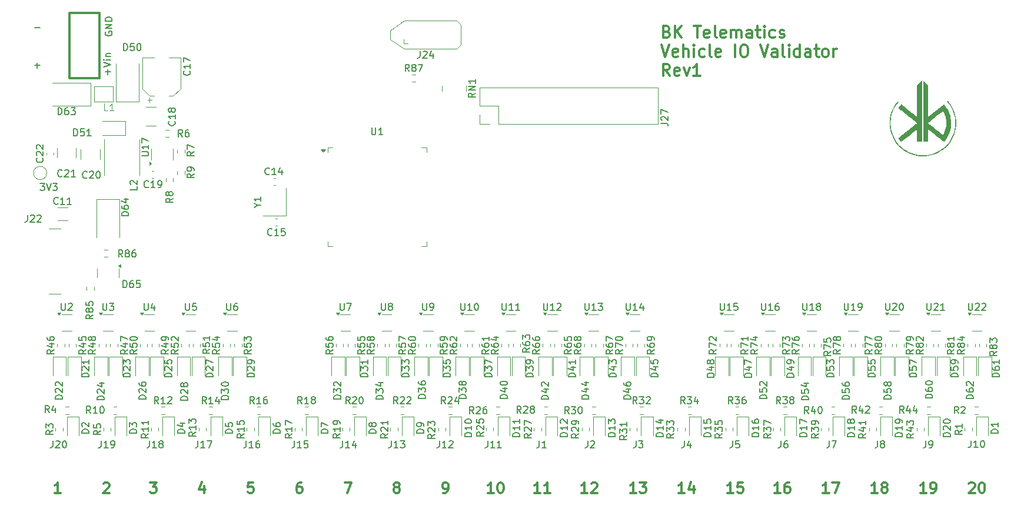
<source format=gbr>
%TF.GenerationSoftware,KiCad,Pcbnew,9.0.2*%
%TF.CreationDate,2025-07-14T16:58:00+03:00*%
%TF.ProjectId,vehicle_io_validator,76656869-636c-4655-9f69-6f5f76616c69,rev?*%
%TF.SameCoordinates,Original*%
%TF.FileFunction,Legend,Top*%
%TF.FilePolarity,Positive*%
%FSLAX46Y46*%
G04 Gerber Fmt 4.6, Leading zero omitted, Abs format (unit mm)*
G04 Created by KiCad (PCBNEW 9.0.2) date 2025-07-14 16:58:00*
%MOMM*%
%LPD*%
G01*
G04 APERTURE LIST*
%ADD10C,0.300000*%
%ADD11C,0.150000*%
%ADD12C,0.100000*%
%ADD13C,0.120000*%
%ADD14C,0.000000*%
G04 APERTURE END LIST*
D10*
X63600000Y-43675000D02*
X67925000Y-43675000D01*
X67925000Y-53075000D01*
X63600000Y-53075000D01*
X63600000Y-43675000D01*
X68483082Y-111443685D02*
X68554510Y-111372257D01*
X68554510Y-111372257D02*
X68697368Y-111300828D01*
X68697368Y-111300828D02*
X69054510Y-111300828D01*
X69054510Y-111300828D02*
X69197368Y-111372257D01*
X69197368Y-111372257D02*
X69268796Y-111443685D01*
X69268796Y-111443685D02*
X69340225Y-111586542D01*
X69340225Y-111586542D02*
X69340225Y-111729400D01*
X69340225Y-111729400D02*
X69268796Y-111943685D01*
X69268796Y-111943685D02*
X68411653Y-112800828D01*
X68411653Y-112800828D02*
X69340225Y-112800828D01*
X110518796Y-111943685D02*
X110375939Y-111872257D01*
X110375939Y-111872257D02*
X110304510Y-111800828D01*
X110304510Y-111800828D02*
X110233082Y-111657971D01*
X110233082Y-111657971D02*
X110233082Y-111586542D01*
X110233082Y-111586542D02*
X110304510Y-111443685D01*
X110304510Y-111443685D02*
X110375939Y-111372257D01*
X110375939Y-111372257D02*
X110518796Y-111300828D01*
X110518796Y-111300828D02*
X110804510Y-111300828D01*
X110804510Y-111300828D02*
X110947368Y-111372257D01*
X110947368Y-111372257D02*
X111018796Y-111443685D01*
X111018796Y-111443685D02*
X111090225Y-111586542D01*
X111090225Y-111586542D02*
X111090225Y-111657971D01*
X111090225Y-111657971D02*
X111018796Y-111800828D01*
X111018796Y-111800828D02*
X110947368Y-111872257D01*
X110947368Y-111872257D02*
X110804510Y-111943685D01*
X110804510Y-111943685D02*
X110518796Y-111943685D01*
X110518796Y-111943685D02*
X110375939Y-112015114D01*
X110375939Y-112015114D02*
X110304510Y-112086542D01*
X110304510Y-112086542D02*
X110233082Y-112229400D01*
X110233082Y-112229400D02*
X110233082Y-112515114D01*
X110233082Y-112515114D02*
X110304510Y-112657971D01*
X110304510Y-112657971D02*
X110375939Y-112729400D01*
X110375939Y-112729400D02*
X110518796Y-112800828D01*
X110518796Y-112800828D02*
X110804510Y-112800828D01*
X110804510Y-112800828D02*
X110947368Y-112729400D01*
X110947368Y-112729400D02*
X111018796Y-112657971D01*
X111018796Y-112657971D02*
X111090225Y-112515114D01*
X111090225Y-112515114D02*
X111090225Y-112229400D01*
X111090225Y-112229400D02*
X111018796Y-112086542D01*
X111018796Y-112086542D02*
X110947368Y-112015114D01*
X110947368Y-112015114D02*
X110804510Y-111943685D01*
X152090225Y-112800828D02*
X151233082Y-112800828D01*
X151661653Y-112800828D02*
X151661653Y-111300828D01*
X151661653Y-111300828D02*
X151518796Y-111515114D01*
X151518796Y-111515114D02*
X151375939Y-111657971D01*
X151375939Y-111657971D02*
X151233082Y-111729400D01*
X153375939Y-111800828D02*
X153375939Y-112800828D01*
X153018796Y-111229400D02*
X152661653Y-112300828D01*
X152661653Y-112300828D02*
X153590224Y-112300828D01*
X159090225Y-112800828D02*
X158233082Y-112800828D01*
X158661653Y-112800828D02*
X158661653Y-111300828D01*
X158661653Y-111300828D02*
X158518796Y-111515114D01*
X158518796Y-111515114D02*
X158375939Y-111657971D01*
X158375939Y-111657971D02*
X158233082Y-111729400D01*
X160447367Y-111300828D02*
X159733081Y-111300828D01*
X159733081Y-111300828D02*
X159661653Y-112015114D01*
X159661653Y-112015114D02*
X159733081Y-111943685D01*
X159733081Y-111943685D02*
X159875939Y-111872257D01*
X159875939Y-111872257D02*
X160233081Y-111872257D01*
X160233081Y-111872257D02*
X160375939Y-111943685D01*
X160375939Y-111943685D02*
X160447367Y-112015114D01*
X160447367Y-112015114D02*
X160518796Y-112157971D01*
X160518796Y-112157971D02*
X160518796Y-112515114D01*
X160518796Y-112515114D02*
X160447367Y-112657971D01*
X160447367Y-112657971D02*
X160375939Y-112729400D01*
X160375939Y-112729400D02*
X160233081Y-112800828D01*
X160233081Y-112800828D02*
X159875939Y-112800828D01*
X159875939Y-112800828D02*
X159733081Y-112729400D01*
X159733081Y-112729400D02*
X159661653Y-112657971D01*
D11*
X58599048Y-45803866D02*
X59360953Y-45803866D01*
D10*
X165840225Y-112800828D02*
X164983082Y-112800828D01*
X165411653Y-112800828D02*
X165411653Y-111300828D01*
X165411653Y-111300828D02*
X165268796Y-111515114D01*
X165268796Y-111515114D02*
X165125939Y-111657971D01*
X165125939Y-111657971D02*
X164983082Y-111729400D01*
X167125939Y-111300828D02*
X166840224Y-111300828D01*
X166840224Y-111300828D02*
X166697367Y-111372257D01*
X166697367Y-111372257D02*
X166625939Y-111443685D01*
X166625939Y-111443685D02*
X166483081Y-111657971D01*
X166483081Y-111657971D02*
X166411653Y-111943685D01*
X166411653Y-111943685D02*
X166411653Y-112515114D01*
X166411653Y-112515114D02*
X166483081Y-112657971D01*
X166483081Y-112657971D02*
X166554510Y-112729400D01*
X166554510Y-112729400D02*
X166697367Y-112800828D01*
X166697367Y-112800828D02*
X166983081Y-112800828D01*
X166983081Y-112800828D02*
X167125939Y-112729400D01*
X167125939Y-112729400D02*
X167197367Y-112657971D01*
X167197367Y-112657971D02*
X167268796Y-112515114D01*
X167268796Y-112515114D02*
X167268796Y-112157971D01*
X167268796Y-112157971D02*
X167197367Y-112015114D01*
X167197367Y-112015114D02*
X167125939Y-111943685D01*
X167125939Y-111943685D02*
X166983081Y-111872257D01*
X166983081Y-111872257D02*
X166697367Y-111872257D01*
X166697367Y-111872257D02*
X166554510Y-111943685D01*
X166554510Y-111943685D02*
X166483081Y-112015114D01*
X166483081Y-112015114D02*
X166411653Y-112157971D01*
X186840225Y-112800828D02*
X185983082Y-112800828D01*
X186411653Y-112800828D02*
X186411653Y-111300828D01*
X186411653Y-111300828D02*
X186268796Y-111515114D01*
X186268796Y-111515114D02*
X186125939Y-111657971D01*
X186125939Y-111657971D02*
X185983082Y-111729400D01*
X187554510Y-112800828D02*
X187840224Y-112800828D01*
X187840224Y-112800828D02*
X187983081Y-112729400D01*
X187983081Y-112729400D02*
X188054510Y-112657971D01*
X188054510Y-112657971D02*
X188197367Y-112443685D01*
X188197367Y-112443685D02*
X188268796Y-112157971D01*
X188268796Y-112157971D02*
X188268796Y-111586542D01*
X188268796Y-111586542D02*
X188197367Y-111443685D01*
X188197367Y-111443685D02*
X188125939Y-111372257D01*
X188125939Y-111372257D02*
X187983081Y-111300828D01*
X187983081Y-111300828D02*
X187697367Y-111300828D01*
X187697367Y-111300828D02*
X187554510Y-111372257D01*
X187554510Y-111372257D02*
X187483081Y-111443685D01*
X187483081Y-111443685D02*
X187411653Y-111586542D01*
X187411653Y-111586542D02*
X187411653Y-111943685D01*
X187411653Y-111943685D02*
X187483081Y-112086542D01*
X187483081Y-112086542D02*
X187554510Y-112157971D01*
X187554510Y-112157971D02*
X187697367Y-112229400D01*
X187697367Y-112229400D02*
X187983081Y-112229400D01*
X187983081Y-112229400D02*
X188125939Y-112157971D01*
X188125939Y-112157971D02*
X188197367Y-112086542D01*
X188197367Y-112086542D02*
X188268796Y-111943685D01*
X149543796Y-46337067D02*
X149786653Y-46418019D01*
X149786653Y-46418019D02*
X149867606Y-46498971D01*
X149867606Y-46498971D02*
X149948558Y-46660876D01*
X149948558Y-46660876D02*
X149948558Y-46903733D01*
X149948558Y-46903733D02*
X149867606Y-47065638D01*
X149867606Y-47065638D02*
X149786653Y-47146591D01*
X149786653Y-47146591D02*
X149624748Y-47227543D01*
X149624748Y-47227543D02*
X148977129Y-47227543D01*
X148977129Y-47227543D02*
X148977129Y-45527543D01*
X148977129Y-45527543D02*
X149543796Y-45527543D01*
X149543796Y-45527543D02*
X149705701Y-45608495D01*
X149705701Y-45608495D02*
X149786653Y-45689448D01*
X149786653Y-45689448D02*
X149867606Y-45851352D01*
X149867606Y-45851352D02*
X149867606Y-46013257D01*
X149867606Y-46013257D02*
X149786653Y-46175162D01*
X149786653Y-46175162D02*
X149705701Y-46256114D01*
X149705701Y-46256114D02*
X149543796Y-46337067D01*
X149543796Y-46337067D02*
X148977129Y-46337067D01*
X150677129Y-47227543D02*
X150677129Y-45527543D01*
X151648558Y-47227543D02*
X150919987Y-46256114D01*
X151648558Y-45527543D02*
X150677129Y-46498971D01*
X153429510Y-45527543D02*
X154400939Y-45527543D01*
X153915225Y-47227543D02*
X153915225Y-45527543D01*
X155615224Y-47146591D02*
X155453320Y-47227543D01*
X155453320Y-47227543D02*
X155129510Y-47227543D01*
X155129510Y-47227543D02*
X154967605Y-47146591D01*
X154967605Y-47146591D02*
X154886653Y-46984686D01*
X154886653Y-46984686D02*
X154886653Y-46337067D01*
X154886653Y-46337067D02*
X154967605Y-46175162D01*
X154967605Y-46175162D02*
X155129510Y-46094210D01*
X155129510Y-46094210D02*
X155453320Y-46094210D01*
X155453320Y-46094210D02*
X155615224Y-46175162D01*
X155615224Y-46175162D02*
X155696177Y-46337067D01*
X155696177Y-46337067D02*
X155696177Y-46498971D01*
X155696177Y-46498971D02*
X154886653Y-46660876D01*
X156667606Y-47227543D02*
X156505701Y-47146591D01*
X156505701Y-47146591D02*
X156424748Y-46984686D01*
X156424748Y-46984686D02*
X156424748Y-45527543D01*
X157962843Y-47146591D02*
X157800939Y-47227543D01*
X157800939Y-47227543D02*
X157477129Y-47227543D01*
X157477129Y-47227543D02*
X157315224Y-47146591D01*
X157315224Y-47146591D02*
X157234272Y-46984686D01*
X157234272Y-46984686D02*
X157234272Y-46337067D01*
X157234272Y-46337067D02*
X157315224Y-46175162D01*
X157315224Y-46175162D02*
X157477129Y-46094210D01*
X157477129Y-46094210D02*
X157800939Y-46094210D01*
X157800939Y-46094210D02*
X157962843Y-46175162D01*
X157962843Y-46175162D02*
X158043796Y-46337067D01*
X158043796Y-46337067D02*
X158043796Y-46498971D01*
X158043796Y-46498971D02*
X157234272Y-46660876D01*
X158772367Y-47227543D02*
X158772367Y-46094210D01*
X158772367Y-46256114D02*
X158853320Y-46175162D01*
X158853320Y-46175162D02*
X159015225Y-46094210D01*
X159015225Y-46094210D02*
X159258082Y-46094210D01*
X159258082Y-46094210D02*
X159419986Y-46175162D01*
X159419986Y-46175162D02*
X159500939Y-46337067D01*
X159500939Y-46337067D02*
X159500939Y-47227543D01*
X159500939Y-46337067D02*
X159581891Y-46175162D01*
X159581891Y-46175162D02*
X159743796Y-46094210D01*
X159743796Y-46094210D02*
X159986653Y-46094210D01*
X159986653Y-46094210D02*
X160148558Y-46175162D01*
X160148558Y-46175162D02*
X160229510Y-46337067D01*
X160229510Y-46337067D02*
X160229510Y-47227543D01*
X161767606Y-47227543D02*
X161767606Y-46337067D01*
X161767606Y-46337067D02*
X161686653Y-46175162D01*
X161686653Y-46175162D02*
X161524749Y-46094210D01*
X161524749Y-46094210D02*
X161200939Y-46094210D01*
X161200939Y-46094210D02*
X161039034Y-46175162D01*
X161767606Y-47146591D02*
X161605701Y-47227543D01*
X161605701Y-47227543D02*
X161200939Y-47227543D01*
X161200939Y-47227543D02*
X161039034Y-47146591D01*
X161039034Y-47146591D02*
X160958082Y-46984686D01*
X160958082Y-46984686D02*
X160958082Y-46822781D01*
X160958082Y-46822781D02*
X161039034Y-46660876D01*
X161039034Y-46660876D02*
X161200939Y-46579924D01*
X161200939Y-46579924D02*
X161605701Y-46579924D01*
X161605701Y-46579924D02*
X161767606Y-46498971D01*
X162334272Y-46094210D02*
X162981891Y-46094210D01*
X162577129Y-45527543D02*
X162577129Y-46984686D01*
X162577129Y-46984686D02*
X162658082Y-47146591D01*
X162658082Y-47146591D02*
X162819987Y-47227543D01*
X162819987Y-47227543D02*
X162981891Y-47227543D01*
X163548558Y-47227543D02*
X163548558Y-46094210D01*
X163548558Y-45527543D02*
X163467606Y-45608495D01*
X163467606Y-45608495D02*
X163548558Y-45689448D01*
X163548558Y-45689448D02*
X163629511Y-45608495D01*
X163629511Y-45608495D02*
X163548558Y-45527543D01*
X163548558Y-45527543D02*
X163548558Y-45689448D01*
X165086654Y-47146591D02*
X164924749Y-47227543D01*
X164924749Y-47227543D02*
X164600940Y-47227543D01*
X164600940Y-47227543D02*
X164439035Y-47146591D01*
X164439035Y-47146591D02*
X164358082Y-47065638D01*
X164358082Y-47065638D02*
X164277130Y-46903733D01*
X164277130Y-46903733D02*
X164277130Y-46418019D01*
X164277130Y-46418019D02*
X164358082Y-46256114D01*
X164358082Y-46256114D02*
X164439035Y-46175162D01*
X164439035Y-46175162D02*
X164600940Y-46094210D01*
X164600940Y-46094210D02*
X164924749Y-46094210D01*
X164924749Y-46094210D02*
X165086654Y-46175162D01*
X165734273Y-47146591D02*
X165896178Y-47227543D01*
X165896178Y-47227543D02*
X166219987Y-47227543D01*
X166219987Y-47227543D02*
X166381892Y-47146591D01*
X166381892Y-47146591D02*
X166462844Y-46984686D01*
X166462844Y-46984686D02*
X166462844Y-46903733D01*
X166462844Y-46903733D02*
X166381892Y-46741829D01*
X166381892Y-46741829D02*
X166219987Y-46660876D01*
X166219987Y-46660876D02*
X165977130Y-46660876D01*
X165977130Y-46660876D02*
X165815225Y-46579924D01*
X165815225Y-46579924D02*
X165734273Y-46418019D01*
X165734273Y-46418019D02*
X165734273Y-46337067D01*
X165734273Y-46337067D02*
X165815225Y-46175162D01*
X165815225Y-46175162D02*
X165977130Y-46094210D01*
X165977130Y-46094210D02*
X166219987Y-46094210D01*
X166219987Y-46094210D02*
X166381892Y-46175162D01*
X148734272Y-48264448D02*
X149300939Y-49964448D01*
X149300939Y-49964448D02*
X149867606Y-48264448D01*
X151081891Y-49883496D02*
X150919987Y-49964448D01*
X150919987Y-49964448D02*
X150596177Y-49964448D01*
X150596177Y-49964448D02*
X150434272Y-49883496D01*
X150434272Y-49883496D02*
X150353320Y-49721591D01*
X150353320Y-49721591D02*
X150353320Y-49073972D01*
X150353320Y-49073972D02*
X150434272Y-48912067D01*
X150434272Y-48912067D02*
X150596177Y-48831115D01*
X150596177Y-48831115D02*
X150919987Y-48831115D01*
X150919987Y-48831115D02*
X151081891Y-48912067D01*
X151081891Y-48912067D02*
X151162844Y-49073972D01*
X151162844Y-49073972D02*
X151162844Y-49235876D01*
X151162844Y-49235876D02*
X150353320Y-49397781D01*
X151891415Y-49964448D02*
X151891415Y-48264448D01*
X152619987Y-49964448D02*
X152619987Y-49073972D01*
X152619987Y-49073972D02*
X152539034Y-48912067D01*
X152539034Y-48912067D02*
X152377130Y-48831115D01*
X152377130Y-48831115D02*
X152134273Y-48831115D01*
X152134273Y-48831115D02*
X151972368Y-48912067D01*
X151972368Y-48912067D02*
X151891415Y-48993019D01*
X153429510Y-49964448D02*
X153429510Y-48831115D01*
X153429510Y-48264448D02*
X153348558Y-48345400D01*
X153348558Y-48345400D02*
X153429510Y-48426353D01*
X153429510Y-48426353D02*
X153510463Y-48345400D01*
X153510463Y-48345400D02*
X153429510Y-48264448D01*
X153429510Y-48264448D02*
X153429510Y-48426353D01*
X154967606Y-49883496D02*
X154805701Y-49964448D01*
X154805701Y-49964448D02*
X154481892Y-49964448D01*
X154481892Y-49964448D02*
X154319987Y-49883496D01*
X154319987Y-49883496D02*
X154239034Y-49802543D01*
X154239034Y-49802543D02*
X154158082Y-49640638D01*
X154158082Y-49640638D02*
X154158082Y-49154924D01*
X154158082Y-49154924D02*
X154239034Y-48993019D01*
X154239034Y-48993019D02*
X154319987Y-48912067D01*
X154319987Y-48912067D02*
X154481892Y-48831115D01*
X154481892Y-48831115D02*
X154805701Y-48831115D01*
X154805701Y-48831115D02*
X154967606Y-48912067D01*
X155939035Y-49964448D02*
X155777130Y-49883496D01*
X155777130Y-49883496D02*
X155696177Y-49721591D01*
X155696177Y-49721591D02*
X155696177Y-48264448D01*
X157234272Y-49883496D02*
X157072368Y-49964448D01*
X157072368Y-49964448D02*
X156748558Y-49964448D01*
X156748558Y-49964448D02*
X156586653Y-49883496D01*
X156586653Y-49883496D02*
X156505701Y-49721591D01*
X156505701Y-49721591D02*
X156505701Y-49073972D01*
X156505701Y-49073972D02*
X156586653Y-48912067D01*
X156586653Y-48912067D02*
X156748558Y-48831115D01*
X156748558Y-48831115D02*
X157072368Y-48831115D01*
X157072368Y-48831115D02*
X157234272Y-48912067D01*
X157234272Y-48912067D02*
X157315225Y-49073972D01*
X157315225Y-49073972D02*
X157315225Y-49235876D01*
X157315225Y-49235876D02*
X156505701Y-49397781D01*
X159339034Y-49964448D02*
X159339034Y-48264448D01*
X160472368Y-48264448D02*
X160796177Y-48264448D01*
X160796177Y-48264448D02*
X160958082Y-48345400D01*
X160958082Y-48345400D02*
X161119987Y-48507305D01*
X161119987Y-48507305D02*
X161200939Y-48831115D01*
X161200939Y-48831115D02*
X161200939Y-49397781D01*
X161200939Y-49397781D02*
X161119987Y-49721591D01*
X161119987Y-49721591D02*
X160958082Y-49883496D01*
X160958082Y-49883496D02*
X160796177Y-49964448D01*
X160796177Y-49964448D02*
X160472368Y-49964448D01*
X160472368Y-49964448D02*
X160310463Y-49883496D01*
X160310463Y-49883496D02*
X160148558Y-49721591D01*
X160148558Y-49721591D02*
X160067606Y-49397781D01*
X160067606Y-49397781D02*
X160067606Y-48831115D01*
X160067606Y-48831115D02*
X160148558Y-48507305D01*
X160148558Y-48507305D02*
X160310463Y-48345400D01*
X160310463Y-48345400D02*
X160472368Y-48264448D01*
X162981891Y-48264448D02*
X163548558Y-49964448D01*
X163548558Y-49964448D02*
X164115225Y-48264448D01*
X165410463Y-49964448D02*
X165410463Y-49073972D01*
X165410463Y-49073972D02*
X165329510Y-48912067D01*
X165329510Y-48912067D02*
X165167606Y-48831115D01*
X165167606Y-48831115D02*
X164843796Y-48831115D01*
X164843796Y-48831115D02*
X164681891Y-48912067D01*
X165410463Y-49883496D02*
X165248558Y-49964448D01*
X165248558Y-49964448D02*
X164843796Y-49964448D01*
X164843796Y-49964448D02*
X164681891Y-49883496D01*
X164681891Y-49883496D02*
X164600939Y-49721591D01*
X164600939Y-49721591D02*
X164600939Y-49559686D01*
X164600939Y-49559686D02*
X164681891Y-49397781D01*
X164681891Y-49397781D02*
X164843796Y-49316829D01*
X164843796Y-49316829D02*
X165248558Y-49316829D01*
X165248558Y-49316829D02*
X165410463Y-49235876D01*
X166462844Y-49964448D02*
X166300939Y-49883496D01*
X166300939Y-49883496D02*
X166219986Y-49721591D01*
X166219986Y-49721591D02*
X166219986Y-48264448D01*
X167110462Y-49964448D02*
X167110462Y-48831115D01*
X167110462Y-48264448D02*
X167029510Y-48345400D01*
X167029510Y-48345400D02*
X167110462Y-48426353D01*
X167110462Y-48426353D02*
X167191415Y-48345400D01*
X167191415Y-48345400D02*
X167110462Y-48264448D01*
X167110462Y-48264448D02*
X167110462Y-48426353D01*
X168648558Y-49964448D02*
X168648558Y-48264448D01*
X168648558Y-49883496D02*
X168486653Y-49964448D01*
X168486653Y-49964448D02*
X168162844Y-49964448D01*
X168162844Y-49964448D02*
X168000939Y-49883496D01*
X168000939Y-49883496D02*
X167919986Y-49802543D01*
X167919986Y-49802543D02*
X167839034Y-49640638D01*
X167839034Y-49640638D02*
X167839034Y-49154924D01*
X167839034Y-49154924D02*
X167919986Y-48993019D01*
X167919986Y-48993019D02*
X168000939Y-48912067D01*
X168000939Y-48912067D02*
X168162844Y-48831115D01*
X168162844Y-48831115D02*
X168486653Y-48831115D01*
X168486653Y-48831115D02*
X168648558Y-48912067D01*
X170186653Y-49964448D02*
X170186653Y-49073972D01*
X170186653Y-49073972D02*
X170105700Y-48912067D01*
X170105700Y-48912067D02*
X169943796Y-48831115D01*
X169943796Y-48831115D02*
X169619986Y-48831115D01*
X169619986Y-48831115D02*
X169458081Y-48912067D01*
X170186653Y-49883496D02*
X170024748Y-49964448D01*
X170024748Y-49964448D02*
X169619986Y-49964448D01*
X169619986Y-49964448D02*
X169458081Y-49883496D01*
X169458081Y-49883496D02*
X169377129Y-49721591D01*
X169377129Y-49721591D02*
X169377129Y-49559686D01*
X169377129Y-49559686D02*
X169458081Y-49397781D01*
X169458081Y-49397781D02*
X169619986Y-49316829D01*
X169619986Y-49316829D02*
X170024748Y-49316829D01*
X170024748Y-49316829D02*
X170186653Y-49235876D01*
X170753319Y-48831115D02*
X171400938Y-48831115D01*
X170996176Y-48264448D02*
X170996176Y-49721591D01*
X170996176Y-49721591D02*
X171077129Y-49883496D01*
X171077129Y-49883496D02*
X171239034Y-49964448D01*
X171239034Y-49964448D02*
X171400938Y-49964448D01*
X172210463Y-49964448D02*
X172048558Y-49883496D01*
X172048558Y-49883496D02*
X171967605Y-49802543D01*
X171967605Y-49802543D02*
X171886653Y-49640638D01*
X171886653Y-49640638D02*
X171886653Y-49154924D01*
X171886653Y-49154924D02*
X171967605Y-48993019D01*
X171967605Y-48993019D02*
X172048558Y-48912067D01*
X172048558Y-48912067D02*
X172210463Y-48831115D01*
X172210463Y-48831115D02*
X172453320Y-48831115D01*
X172453320Y-48831115D02*
X172615224Y-48912067D01*
X172615224Y-48912067D02*
X172696177Y-48993019D01*
X172696177Y-48993019D02*
X172777129Y-49154924D01*
X172777129Y-49154924D02*
X172777129Y-49640638D01*
X172777129Y-49640638D02*
X172696177Y-49802543D01*
X172696177Y-49802543D02*
X172615224Y-49883496D01*
X172615224Y-49883496D02*
X172453320Y-49964448D01*
X172453320Y-49964448D02*
X172210463Y-49964448D01*
X173505700Y-49964448D02*
X173505700Y-48831115D01*
X173505700Y-49154924D02*
X173586653Y-48993019D01*
X173586653Y-48993019D02*
X173667605Y-48912067D01*
X173667605Y-48912067D02*
X173829510Y-48831115D01*
X173829510Y-48831115D02*
X173991415Y-48831115D01*
X149948558Y-52701353D02*
X149381891Y-51891829D01*
X148977129Y-52701353D02*
X148977129Y-51001353D01*
X148977129Y-51001353D02*
X149624748Y-51001353D01*
X149624748Y-51001353D02*
X149786653Y-51082305D01*
X149786653Y-51082305D02*
X149867606Y-51163258D01*
X149867606Y-51163258D02*
X149948558Y-51325162D01*
X149948558Y-51325162D02*
X149948558Y-51568020D01*
X149948558Y-51568020D02*
X149867606Y-51729924D01*
X149867606Y-51729924D02*
X149786653Y-51810877D01*
X149786653Y-51810877D02*
X149624748Y-51891829D01*
X149624748Y-51891829D02*
X148977129Y-51891829D01*
X151324748Y-52620401D02*
X151162844Y-52701353D01*
X151162844Y-52701353D02*
X150839034Y-52701353D01*
X150839034Y-52701353D02*
X150677129Y-52620401D01*
X150677129Y-52620401D02*
X150596177Y-52458496D01*
X150596177Y-52458496D02*
X150596177Y-51810877D01*
X150596177Y-51810877D02*
X150677129Y-51648972D01*
X150677129Y-51648972D02*
X150839034Y-51568020D01*
X150839034Y-51568020D02*
X151162844Y-51568020D01*
X151162844Y-51568020D02*
X151324748Y-51648972D01*
X151324748Y-51648972D02*
X151405701Y-51810877D01*
X151405701Y-51810877D02*
X151405701Y-51972781D01*
X151405701Y-51972781D02*
X150596177Y-52134686D01*
X151972368Y-51568020D02*
X152377130Y-52701353D01*
X152377130Y-52701353D02*
X152781891Y-51568020D01*
X154319987Y-52701353D02*
X153348558Y-52701353D01*
X153834272Y-52701353D02*
X153834272Y-51001353D01*
X153834272Y-51001353D02*
X153672368Y-51244210D01*
X153672368Y-51244210D02*
X153510463Y-51406115D01*
X153510463Y-51406115D02*
X153348558Y-51487067D01*
X145090225Y-112800828D02*
X144233082Y-112800828D01*
X144661653Y-112800828D02*
X144661653Y-111300828D01*
X144661653Y-111300828D02*
X144518796Y-111515114D01*
X144518796Y-111515114D02*
X144375939Y-111657971D01*
X144375939Y-111657971D02*
X144233082Y-111729400D01*
X145590224Y-111300828D02*
X146518796Y-111300828D01*
X146518796Y-111300828D02*
X146018796Y-111872257D01*
X146018796Y-111872257D02*
X146233081Y-111872257D01*
X146233081Y-111872257D02*
X146375939Y-111943685D01*
X146375939Y-111943685D02*
X146447367Y-112015114D01*
X146447367Y-112015114D02*
X146518796Y-112157971D01*
X146518796Y-112157971D02*
X146518796Y-112515114D01*
X146518796Y-112515114D02*
X146447367Y-112657971D01*
X146447367Y-112657971D02*
X146375939Y-112729400D01*
X146375939Y-112729400D02*
X146233081Y-112800828D01*
X146233081Y-112800828D02*
X145804510Y-112800828D01*
X145804510Y-112800828D02*
X145661653Y-112729400D01*
X145661653Y-112729400D02*
X145590224Y-112657971D01*
X192983082Y-111443685D02*
X193054510Y-111372257D01*
X193054510Y-111372257D02*
X193197368Y-111300828D01*
X193197368Y-111300828D02*
X193554510Y-111300828D01*
X193554510Y-111300828D02*
X193697368Y-111372257D01*
X193697368Y-111372257D02*
X193768796Y-111443685D01*
X193768796Y-111443685D02*
X193840225Y-111586542D01*
X193840225Y-111586542D02*
X193840225Y-111729400D01*
X193840225Y-111729400D02*
X193768796Y-111943685D01*
X193768796Y-111943685D02*
X192911653Y-112800828D01*
X192911653Y-112800828D02*
X193840225Y-112800828D01*
X194768796Y-111300828D02*
X194911653Y-111300828D01*
X194911653Y-111300828D02*
X195054510Y-111372257D01*
X195054510Y-111372257D02*
X195125939Y-111443685D01*
X195125939Y-111443685D02*
X195197367Y-111586542D01*
X195197367Y-111586542D02*
X195268796Y-111872257D01*
X195268796Y-111872257D02*
X195268796Y-112229400D01*
X195268796Y-112229400D02*
X195197367Y-112515114D01*
X195197367Y-112515114D02*
X195125939Y-112657971D01*
X195125939Y-112657971D02*
X195054510Y-112729400D01*
X195054510Y-112729400D02*
X194911653Y-112800828D01*
X194911653Y-112800828D02*
X194768796Y-112800828D01*
X194768796Y-112800828D02*
X194625939Y-112729400D01*
X194625939Y-112729400D02*
X194554510Y-112657971D01*
X194554510Y-112657971D02*
X194483081Y-112515114D01*
X194483081Y-112515114D02*
X194411653Y-112229400D01*
X194411653Y-112229400D02*
X194411653Y-111872257D01*
X194411653Y-111872257D02*
X194483081Y-111586542D01*
X194483081Y-111586542D02*
X194554510Y-111443685D01*
X194554510Y-111443685D02*
X194625939Y-111372257D01*
X194625939Y-111372257D02*
X194768796Y-111300828D01*
X138090225Y-112800828D02*
X137233082Y-112800828D01*
X137661653Y-112800828D02*
X137661653Y-111300828D01*
X137661653Y-111300828D02*
X137518796Y-111515114D01*
X137518796Y-111515114D02*
X137375939Y-111657971D01*
X137375939Y-111657971D02*
X137233082Y-111729400D01*
X138661653Y-111443685D02*
X138733081Y-111372257D01*
X138733081Y-111372257D02*
X138875939Y-111300828D01*
X138875939Y-111300828D02*
X139233081Y-111300828D01*
X139233081Y-111300828D02*
X139375939Y-111372257D01*
X139375939Y-111372257D02*
X139447367Y-111443685D01*
X139447367Y-111443685D02*
X139518796Y-111586542D01*
X139518796Y-111586542D02*
X139518796Y-111729400D01*
X139518796Y-111729400D02*
X139447367Y-111943685D01*
X139447367Y-111943685D02*
X138590224Y-112800828D01*
X138590224Y-112800828D02*
X139518796Y-112800828D01*
D11*
X68752438Y-46361904D02*
X68704819Y-46457142D01*
X68704819Y-46457142D02*
X68704819Y-46599999D01*
X68704819Y-46599999D02*
X68752438Y-46742856D01*
X68752438Y-46742856D02*
X68847676Y-46838094D01*
X68847676Y-46838094D02*
X68942914Y-46885713D01*
X68942914Y-46885713D02*
X69133390Y-46933332D01*
X69133390Y-46933332D02*
X69276247Y-46933332D01*
X69276247Y-46933332D02*
X69466723Y-46885713D01*
X69466723Y-46885713D02*
X69561961Y-46838094D01*
X69561961Y-46838094D02*
X69657200Y-46742856D01*
X69657200Y-46742856D02*
X69704819Y-46599999D01*
X69704819Y-46599999D02*
X69704819Y-46504761D01*
X69704819Y-46504761D02*
X69657200Y-46361904D01*
X69657200Y-46361904D02*
X69609580Y-46314285D01*
X69609580Y-46314285D02*
X69276247Y-46314285D01*
X69276247Y-46314285D02*
X69276247Y-46504761D01*
X69704819Y-45885713D02*
X68704819Y-45885713D01*
X68704819Y-45885713D02*
X69704819Y-45314285D01*
X69704819Y-45314285D02*
X68704819Y-45314285D01*
X69704819Y-44838094D02*
X68704819Y-44838094D01*
X68704819Y-44838094D02*
X68704819Y-44599999D01*
X68704819Y-44599999D02*
X68752438Y-44457142D01*
X68752438Y-44457142D02*
X68847676Y-44361904D01*
X68847676Y-44361904D02*
X68942914Y-44314285D01*
X68942914Y-44314285D02*
X69133390Y-44266666D01*
X69133390Y-44266666D02*
X69276247Y-44266666D01*
X69276247Y-44266666D02*
X69466723Y-44314285D01*
X69466723Y-44314285D02*
X69561961Y-44361904D01*
X69561961Y-44361904D02*
X69657200Y-44457142D01*
X69657200Y-44457142D02*
X69704819Y-44599999D01*
X69704819Y-44599999D02*
X69704819Y-44838094D01*
D10*
X96947368Y-111300828D02*
X96661653Y-111300828D01*
X96661653Y-111300828D02*
X96518796Y-111372257D01*
X96518796Y-111372257D02*
X96447368Y-111443685D01*
X96447368Y-111443685D02*
X96304510Y-111657971D01*
X96304510Y-111657971D02*
X96233082Y-111943685D01*
X96233082Y-111943685D02*
X96233082Y-112515114D01*
X96233082Y-112515114D02*
X96304510Y-112657971D01*
X96304510Y-112657971D02*
X96375939Y-112729400D01*
X96375939Y-112729400D02*
X96518796Y-112800828D01*
X96518796Y-112800828D02*
X96804510Y-112800828D01*
X96804510Y-112800828D02*
X96947368Y-112729400D01*
X96947368Y-112729400D02*
X97018796Y-112657971D01*
X97018796Y-112657971D02*
X97090225Y-112515114D01*
X97090225Y-112515114D02*
X97090225Y-112157971D01*
X97090225Y-112157971D02*
X97018796Y-112015114D01*
X97018796Y-112015114D02*
X96947368Y-111943685D01*
X96947368Y-111943685D02*
X96804510Y-111872257D01*
X96804510Y-111872257D02*
X96518796Y-111872257D01*
X96518796Y-111872257D02*
X96375939Y-111943685D01*
X96375939Y-111943685D02*
X96304510Y-112015114D01*
X96304510Y-112015114D02*
X96233082Y-112157971D01*
X124590225Y-112800828D02*
X123733082Y-112800828D01*
X124161653Y-112800828D02*
X124161653Y-111300828D01*
X124161653Y-111300828D02*
X124018796Y-111515114D01*
X124018796Y-111515114D02*
X123875939Y-111657971D01*
X123875939Y-111657971D02*
X123733082Y-111729400D01*
X125518796Y-111300828D02*
X125661653Y-111300828D01*
X125661653Y-111300828D02*
X125804510Y-111372257D01*
X125804510Y-111372257D02*
X125875939Y-111443685D01*
X125875939Y-111443685D02*
X125947367Y-111586542D01*
X125947367Y-111586542D02*
X126018796Y-111872257D01*
X126018796Y-111872257D02*
X126018796Y-112229400D01*
X126018796Y-112229400D02*
X125947367Y-112515114D01*
X125947367Y-112515114D02*
X125875939Y-112657971D01*
X125875939Y-112657971D02*
X125804510Y-112729400D01*
X125804510Y-112729400D02*
X125661653Y-112800828D01*
X125661653Y-112800828D02*
X125518796Y-112800828D01*
X125518796Y-112800828D02*
X125375939Y-112729400D01*
X125375939Y-112729400D02*
X125304510Y-112657971D01*
X125304510Y-112657971D02*
X125233081Y-112515114D01*
X125233081Y-112515114D02*
X125161653Y-112229400D01*
X125161653Y-112229400D02*
X125161653Y-111872257D01*
X125161653Y-111872257D02*
X125233081Y-111586542D01*
X125233081Y-111586542D02*
X125304510Y-111443685D01*
X125304510Y-111443685D02*
X125375939Y-111372257D01*
X125375939Y-111372257D02*
X125518796Y-111300828D01*
X131340225Y-112800828D02*
X130483082Y-112800828D01*
X130911653Y-112800828D02*
X130911653Y-111300828D01*
X130911653Y-111300828D02*
X130768796Y-111515114D01*
X130768796Y-111515114D02*
X130625939Y-111657971D01*
X130625939Y-111657971D02*
X130483082Y-111729400D01*
X132768796Y-112800828D02*
X131911653Y-112800828D01*
X132340224Y-112800828D02*
X132340224Y-111300828D01*
X132340224Y-111300828D02*
X132197367Y-111515114D01*
X132197367Y-111515114D02*
X132054510Y-111657971D01*
X132054510Y-111657971D02*
X131911653Y-111729400D01*
D11*
X58569048Y-51198866D02*
X59330953Y-51198866D01*
X58950000Y-51579819D02*
X58950000Y-50817914D01*
D10*
X117375939Y-112800828D02*
X117661653Y-112800828D01*
X117661653Y-112800828D02*
X117804510Y-112729400D01*
X117804510Y-112729400D02*
X117875939Y-112657971D01*
X117875939Y-112657971D02*
X118018796Y-112443685D01*
X118018796Y-112443685D02*
X118090225Y-112157971D01*
X118090225Y-112157971D02*
X118090225Y-111586542D01*
X118090225Y-111586542D02*
X118018796Y-111443685D01*
X118018796Y-111443685D02*
X117947368Y-111372257D01*
X117947368Y-111372257D02*
X117804510Y-111300828D01*
X117804510Y-111300828D02*
X117518796Y-111300828D01*
X117518796Y-111300828D02*
X117375939Y-111372257D01*
X117375939Y-111372257D02*
X117304510Y-111443685D01*
X117304510Y-111443685D02*
X117233082Y-111586542D01*
X117233082Y-111586542D02*
X117233082Y-111943685D01*
X117233082Y-111943685D02*
X117304510Y-112086542D01*
X117304510Y-112086542D02*
X117375939Y-112157971D01*
X117375939Y-112157971D02*
X117518796Y-112229400D01*
X117518796Y-112229400D02*
X117804510Y-112229400D01*
X117804510Y-112229400D02*
X117947368Y-112157971D01*
X117947368Y-112157971D02*
X118018796Y-112086542D01*
X118018796Y-112086542D02*
X118090225Y-111943685D01*
X179840225Y-112800828D02*
X178983082Y-112800828D01*
X179411653Y-112800828D02*
X179411653Y-111300828D01*
X179411653Y-111300828D02*
X179268796Y-111515114D01*
X179268796Y-111515114D02*
X179125939Y-111657971D01*
X179125939Y-111657971D02*
X178983082Y-111729400D01*
X180697367Y-111943685D02*
X180554510Y-111872257D01*
X180554510Y-111872257D02*
X180483081Y-111800828D01*
X180483081Y-111800828D02*
X180411653Y-111657971D01*
X180411653Y-111657971D02*
X180411653Y-111586542D01*
X180411653Y-111586542D02*
X180483081Y-111443685D01*
X180483081Y-111443685D02*
X180554510Y-111372257D01*
X180554510Y-111372257D02*
X180697367Y-111300828D01*
X180697367Y-111300828D02*
X180983081Y-111300828D01*
X180983081Y-111300828D02*
X181125939Y-111372257D01*
X181125939Y-111372257D02*
X181197367Y-111443685D01*
X181197367Y-111443685D02*
X181268796Y-111586542D01*
X181268796Y-111586542D02*
X181268796Y-111657971D01*
X181268796Y-111657971D02*
X181197367Y-111800828D01*
X181197367Y-111800828D02*
X181125939Y-111872257D01*
X181125939Y-111872257D02*
X180983081Y-111943685D01*
X180983081Y-111943685D02*
X180697367Y-111943685D01*
X180697367Y-111943685D02*
X180554510Y-112015114D01*
X180554510Y-112015114D02*
X180483081Y-112086542D01*
X180483081Y-112086542D02*
X180411653Y-112229400D01*
X180411653Y-112229400D02*
X180411653Y-112515114D01*
X180411653Y-112515114D02*
X180483081Y-112657971D01*
X180483081Y-112657971D02*
X180554510Y-112729400D01*
X180554510Y-112729400D02*
X180697367Y-112800828D01*
X180697367Y-112800828D02*
X180983081Y-112800828D01*
X180983081Y-112800828D02*
X181125939Y-112729400D01*
X181125939Y-112729400D02*
X181197367Y-112657971D01*
X181197367Y-112657971D02*
X181268796Y-112515114D01*
X181268796Y-112515114D02*
X181268796Y-112229400D01*
X181268796Y-112229400D02*
X181197367Y-112086542D01*
X181197367Y-112086542D02*
X181125939Y-112015114D01*
X181125939Y-112015114D02*
X180983081Y-111943685D01*
X103161653Y-111300828D02*
X104161653Y-111300828D01*
X104161653Y-111300828D02*
X103518796Y-112800828D01*
X82947368Y-111800828D02*
X82947368Y-112800828D01*
X82590225Y-111229400D02*
X82233082Y-112300828D01*
X82233082Y-112300828D02*
X83161653Y-112300828D01*
D11*
X69098866Y-52499999D02*
X69098866Y-51738095D01*
X69479819Y-52119047D02*
X68717914Y-52119047D01*
X68479819Y-51404761D02*
X69479819Y-51071428D01*
X69479819Y-51071428D02*
X68479819Y-50738095D01*
X69479819Y-50404761D02*
X68813152Y-50404761D01*
X68479819Y-50404761D02*
X68527438Y-50452380D01*
X68527438Y-50452380D02*
X68575057Y-50404761D01*
X68575057Y-50404761D02*
X68527438Y-50357142D01*
X68527438Y-50357142D02*
X68479819Y-50404761D01*
X68479819Y-50404761D02*
X68575057Y-50404761D01*
X68813152Y-49928571D02*
X69479819Y-49928571D01*
X68908390Y-49928571D02*
X68860771Y-49880952D01*
X68860771Y-49880952D02*
X68813152Y-49785714D01*
X68813152Y-49785714D02*
X68813152Y-49642857D01*
X68813152Y-49642857D02*
X68860771Y-49547619D01*
X68860771Y-49547619D02*
X68956009Y-49500000D01*
X68956009Y-49500000D02*
X69479819Y-49500000D01*
X59361541Y-68219819D02*
X59980588Y-68219819D01*
X59980588Y-68219819D02*
X59647255Y-68600771D01*
X59647255Y-68600771D02*
X59790112Y-68600771D01*
X59790112Y-68600771D02*
X59885350Y-68648390D01*
X59885350Y-68648390D02*
X59932969Y-68696009D01*
X59932969Y-68696009D02*
X59980588Y-68791247D01*
X59980588Y-68791247D02*
X59980588Y-69029342D01*
X59980588Y-69029342D02*
X59932969Y-69124580D01*
X59932969Y-69124580D02*
X59885350Y-69172200D01*
X59885350Y-69172200D02*
X59790112Y-69219819D01*
X59790112Y-69219819D02*
X59504398Y-69219819D01*
X59504398Y-69219819D02*
X59409160Y-69172200D01*
X59409160Y-69172200D02*
X59361541Y-69124580D01*
X60266303Y-68219819D02*
X60599636Y-69219819D01*
X60599636Y-69219819D02*
X60932969Y-68219819D01*
X61171065Y-68219819D02*
X61790112Y-68219819D01*
X61790112Y-68219819D02*
X61456779Y-68600771D01*
X61456779Y-68600771D02*
X61599636Y-68600771D01*
X61599636Y-68600771D02*
X61694874Y-68648390D01*
X61694874Y-68648390D02*
X61742493Y-68696009D01*
X61742493Y-68696009D02*
X61790112Y-68791247D01*
X61790112Y-68791247D02*
X61790112Y-69029342D01*
X61790112Y-69029342D02*
X61742493Y-69124580D01*
X61742493Y-69124580D02*
X61694874Y-69172200D01*
X61694874Y-69172200D02*
X61599636Y-69219819D01*
X61599636Y-69219819D02*
X61313922Y-69219819D01*
X61313922Y-69219819D02*
X61218684Y-69172200D01*
X61218684Y-69172200D02*
X61171065Y-69124580D01*
D10*
X62340225Y-112800828D02*
X61483082Y-112800828D01*
X61911653Y-112800828D02*
X61911653Y-111300828D01*
X61911653Y-111300828D02*
X61768796Y-111515114D01*
X61768796Y-111515114D02*
X61625939Y-111657971D01*
X61625939Y-111657971D02*
X61483082Y-111729400D01*
X90018796Y-111300828D02*
X89304510Y-111300828D01*
X89304510Y-111300828D02*
X89233082Y-112015114D01*
X89233082Y-112015114D02*
X89304510Y-111943685D01*
X89304510Y-111943685D02*
X89447368Y-111872257D01*
X89447368Y-111872257D02*
X89804510Y-111872257D01*
X89804510Y-111872257D02*
X89947368Y-111943685D01*
X89947368Y-111943685D02*
X90018796Y-112015114D01*
X90018796Y-112015114D02*
X90090225Y-112157971D01*
X90090225Y-112157971D02*
X90090225Y-112515114D01*
X90090225Y-112515114D02*
X90018796Y-112657971D01*
X90018796Y-112657971D02*
X89947368Y-112729400D01*
X89947368Y-112729400D02*
X89804510Y-112800828D01*
X89804510Y-112800828D02*
X89447368Y-112800828D01*
X89447368Y-112800828D02*
X89304510Y-112729400D01*
X89304510Y-112729400D02*
X89233082Y-112657971D01*
X75161653Y-111300828D02*
X76090225Y-111300828D01*
X76090225Y-111300828D02*
X75590225Y-111872257D01*
X75590225Y-111872257D02*
X75804510Y-111872257D01*
X75804510Y-111872257D02*
X75947368Y-111943685D01*
X75947368Y-111943685D02*
X76018796Y-112015114D01*
X76018796Y-112015114D02*
X76090225Y-112157971D01*
X76090225Y-112157971D02*
X76090225Y-112515114D01*
X76090225Y-112515114D02*
X76018796Y-112657971D01*
X76018796Y-112657971D02*
X75947368Y-112729400D01*
X75947368Y-112729400D02*
X75804510Y-112800828D01*
X75804510Y-112800828D02*
X75375939Y-112800828D01*
X75375939Y-112800828D02*
X75233082Y-112729400D01*
X75233082Y-112729400D02*
X75161653Y-112657971D01*
X172840225Y-112800828D02*
X171983082Y-112800828D01*
X172411653Y-112800828D02*
X172411653Y-111300828D01*
X172411653Y-111300828D02*
X172268796Y-111515114D01*
X172268796Y-111515114D02*
X172125939Y-111657971D01*
X172125939Y-111657971D02*
X171983082Y-111729400D01*
X173340224Y-111300828D02*
X174340224Y-111300828D01*
X174340224Y-111300828D02*
X173697367Y-112800828D01*
D11*
X196984819Y-92410115D02*
X196508628Y-92743448D01*
X196984819Y-92981543D02*
X195984819Y-92981543D01*
X195984819Y-92981543D02*
X195984819Y-92600591D01*
X195984819Y-92600591D02*
X196032438Y-92505353D01*
X196032438Y-92505353D02*
X196080057Y-92457734D01*
X196080057Y-92457734D02*
X196175295Y-92410115D01*
X196175295Y-92410115D02*
X196318152Y-92410115D01*
X196318152Y-92410115D02*
X196413390Y-92457734D01*
X196413390Y-92457734D02*
X196461009Y-92505353D01*
X196461009Y-92505353D02*
X196508628Y-92600591D01*
X196508628Y-92600591D02*
X196508628Y-92981543D01*
X196413390Y-91838686D02*
X196365771Y-91933924D01*
X196365771Y-91933924D02*
X196318152Y-91981543D01*
X196318152Y-91981543D02*
X196222914Y-92029162D01*
X196222914Y-92029162D02*
X196175295Y-92029162D01*
X196175295Y-92029162D02*
X196080057Y-91981543D01*
X196080057Y-91981543D02*
X196032438Y-91933924D01*
X196032438Y-91933924D02*
X195984819Y-91838686D01*
X195984819Y-91838686D02*
X195984819Y-91648210D01*
X195984819Y-91648210D02*
X196032438Y-91552972D01*
X196032438Y-91552972D02*
X196080057Y-91505353D01*
X196080057Y-91505353D02*
X196175295Y-91457734D01*
X196175295Y-91457734D02*
X196222914Y-91457734D01*
X196222914Y-91457734D02*
X196318152Y-91505353D01*
X196318152Y-91505353D02*
X196365771Y-91552972D01*
X196365771Y-91552972D02*
X196413390Y-91648210D01*
X196413390Y-91648210D02*
X196413390Y-91838686D01*
X196413390Y-91838686D02*
X196461009Y-91933924D01*
X196461009Y-91933924D02*
X196508628Y-91981543D01*
X196508628Y-91981543D02*
X196603866Y-92029162D01*
X196603866Y-92029162D02*
X196794342Y-92029162D01*
X196794342Y-92029162D02*
X196889580Y-91981543D01*
X196889580Y-91981543D02*
X196937200Y-91933924D01*
X196937200Y-91933924D02*
X196984819Y-91838686D01*
X196984819Y-91838686D02*
X196984819Y-91648210D01*
X196984819Y-91648210D02*
X196937200Y-91552972D01*
X196937200Y-91552972D02*
X196889580Y-91505353D01*
X196889580Y-91505353D02*
X196794342Y-91457734D01*
X196794342Y-91457734D02*
X196603866Y-91457734D01*
X196603866Y-91457734D02*
X196508628Y-91505353D01*
X196508628Y-91505353D02*
X196461009Y-91552972D01*
X196461009Y-91552972D02*
X196413390Y-91648210D01*
X195984819Y-91124400D02*
X195984819Y-90505353D01*
X195984819Y-90505353D02*
X196365771Y-90838686D01*
X196365771Y-90838686D02*
X196365771Y-90695829D01*
X196365771Y-90695829D02*
X196413390Y-90600591D01*
X196413390Y-90600591D02*
X196461009Y-90552972D01*
X196461009Y-90552972D02*
X196556247Y-90505353D01*
X196556247Y-90505353D02*
X196794342Y-90505353D01*
X196794342Y-90505353D02*
X196889580Y-90552972D01*
X196889580Y-90552972D02*
X196937200Y-90600591D01*
X196937200Y-90600591D02*
X196984819Y-90695829D01*
X196984819Y-90695829D02*
X196984819Y-90981543D01*
X196984819Y-90981543D02*
X196937200Y-91076781D01*
X196937200Y-91076781D02*
X196889580Y-91124400D01*
X179084819Y-92172857D02*
X178608628Y-92506190D01*
X179084819Y-92744285D02*
X178084819Y-92744285D01*
X178084819Y-92744285D02*
X178084819Y-92363333D01*
X178084819Y-92363333D02*
X178132438Y-92268095D01*
X178132438Y-92268095D02*
X178180057Y-92220476D01*
X178180057Y-92220476D02*
X178275295Y-92172857D01*
X178275295Y-92172857D02*
X178418152Y-92172857D01*
X178418152Y-92172857D02*
X178513390Y-92220476D01*
X178513390Y-92220476D02*
X178561009Y-92268095D01*
X178561009Y-92268095D02*
X178608628Y-92363333D01*
X178608628Y-92363333D02*
X178608628Y-92744285D01*
X178084819Y-91839523D02*
X178084819Y-91172857D01*
X178084819Y-91172857D02*
X179084819Y-91601428D01*
X178084819Y-90887142D02*
X178084819Y-90220476D01*
X178084819Y-90220476D02*
X179084819Y-90649047D01*
X66362200Y-104198094D02*
X65362200Y-104198094D01*
X65362200Y-104198094D02*
X65362200Y-103959999D01*
X65362200Y-103959999D02*
X65409819Y-103817142D01*
X65409819Y-103817142D02*
X65505057Y-103721904D01*
X65505057Y-103721904D02*
X65600295Y-103674285D01*
X65600295Y-103674285D02*
X65790771Y-103626666D01*
X65790771Y-103626666D02*
X65933628Y-103626666D01*
X65933628Y-103626666D02*
X66124104Y-103674285D01*
X66124104Y-103674285D02*
X66219342Y-103721904D01*
X66219342Y-103721904D02*
X66314581Y-103817142D01*
X66314581Y-103817142D02*
X66362200Y-103959999D01*
X66362200Y-103959999D02*
X66362200Y-104198094D01*
X65457438Y-103245713D02*
X65409819Y-103198094D01*
X65409819Y-103198094D02*
X65362200Y-103102856D01*
X65362200Y-103102856D02*
X65362200Y-102864761D01*
X65362200Y-102864761D02*
X65409819Y-102769523D01*
X65409819Y-102769523D02*
X65457438Y-102721904D01*
X65457438Y-102721904D02*
X65552676Y-102674285D01*
X65552676Y-102674285D02*
X65647914Y-102674285D01*
X65647914Y-102674285D02*
X65790771Y-102721904D01*
X65790771Y-102721904D02*
X66362200Y-103293332D01*
X66362200Y-103293332D02*
X66362200Y-102674285D01*
X114794819Y-99154285D02*
X113794819Y-99154285D01*
X113794819Y-99154285D02*
X113794819Y-98916190D01*
X113794819Y-98916190D02*
X113842438Y-98773333D01*
X113842438Y-98773333D02*
X113937676Y-98678095D01*
X113937676Y-98678095D02*
X114032914Y-98630476D01*
X114032914Y-98630476D02*
X114223390Y-98582857D01*
X114223390Y-98582857D02*
X114366247Y-98582857D01*
X114366247Y-98582857D02*
X114556723Y-98630476D01*
X114556723Y-98630476D02*
X114651961Y-98678095D01*
X114651961Y-98678095D02*
X114747200Y-98773333D01*
X114747200Y-98773333D02*
X114794819Y-98916190D01*
X114794819Y-98916190D02*
X114794819Y-99154285D01*
X113794819Y-98249523D02*
X113794819Y-97630476D01*
X113794819Y-97630476D02*
X114175771Y-97963809D01*
X114175771Y-97963809D02*
X114175771Y-97820952D01*
X114175771Y-97820952D02*
X114223390Y-97725714D01*
X114223390Y-97725714D02*
X114271009Y-97678095D01*
X114271009Y-97678095D02*
X114366247Y-97630476D01*
X114366247Y-97630476D02*
X114604342Y-97630476D01*
X114604342Y-97630476D02*
X114699580Y-97678095D01*
X114699580Y-97678095D02*
X114747200Y-97725714D01*
X114747200Y-97725714D02*
X114794819Y-97820952D01*
X114794819Y-97820952D02*
X114794819Y-98106666D01*
X114794819Y-98106666D02*
X114747200Y-98201904D01*
X114747200Y-98201904D02*
X114699580Y-98249523D01*
X113794819Y-96773333D02*
X113794819Y-96963809D01*
X113794819Y-96963809D02*
X113842438Y-97059047D01*
X113842438Y-97059047D02*
X113890057Y-97106666D01*
X113890057Y-97106666D02*
X114032914Y-97201904D01*
X114032914Y-97201904D02*
X114223390Y-97249523D01*
X114223390Y-97249523D02*
X114604342Y-97249523D01*
X114604342Y-97249523D02*
X114699580Y-97201904D01*
X114699580Y-97201904D02*
X114747200Y-97154285D01*
X114747200Y-97154285D02*
X114794819Y-97059047D01*
X114794819Y-97059047D02*
X114794819Y-96868571D01*
X114794819Y-96868571D02*
X114747200Y-96773333D01*
X114747200Y-96773333D02*
X114699580Y-96725714D01*
X114699580Y-96725714D02*
X114604342Y-96678095D01*
X114604342Y-96678095D02*
X114366247Y-96678095D01*
X114366247Y-96678095D02*
X114271009Y-96725714D01*
X114271009Y-96725714D02*
X114223390Y-96773333D01*
X114223390Y-96773333D02*
X114175771Y-96868571D01*
X114175771Y-96868571D02*
X114175771Y-97059047D01*
X114175771Y-97059047D02*
X114223390Y-97154285D01*
X114223390Y-97154285D02*
X114271009Y-97201904D01*
X114271009Y-97201904D02*
X114366247Y-97249523D01*
X80867080Y-52002857D02*
X80914700Y-52050476D01*
X80914700Y-52050476D02*
X80962319Y-52193333D01*
X80962319Y-52193333D02*
X80962319Y-52288571D01*
X80962319Y-52288571D02*
X80914700Y-52431428D01*
X80914700Y-52431428D02*
X80819461Y-52526666D01*
X80819461Y-52526666D02*
X80724223Y-52574285D01*
X80724223Y-52574285D02*
X80533747Y-52621904D01*
X80533747Y-52621904D02*
X80390890Y-52621904D01*
X80390890Y-52621904D02*
X80200414Y-52574285D01*
X80200414Y-52574285D02*
X80105176Y-52526666D01*
X80105176Y-52526666D02*
X80009938Y-52431428D01*
X80009938Y-52431428D02*
X79962319Y-52288571D01*
X79962319Y-52288571D02*
X79962319Y-52193333D01*
X79962319Y-52193333D02*
X80009938Y-52050476D01*
X80009938Y-52050476D02*
X80057557Y-52002857D01*
X80962319Y-51050476D02*
X80962319Y-51621904D01*
X80962319Y-51336190D02*
X79962319Y-51336190D01*
X79962319Y-51336190D02*
X80105176Y-51431428D01*
X80105176Y-51431428D02*
X80200414Y-51526666D01*
X80200414Y-51526666D02*
X80248033Y-51621904D01*
X79962319Y-50717142D02*
X79962319Y-50050476D01*
X79962319Y-50050476D02*
X80962319Y-50479047D01*
X130014819Y-104277857D02*
X129538628Y-104611190D01*
X130014819Y-104849285D02*
X129014819Y-104849285D01*
X129014819Y-104849285D02*
X129014819Y-104468333D01*
X129014819Y-104468333D02*
X129062438Y-104373095D01*
X129062438Y-104373095D02*
X129110057Y-104325476D01*
X129110057Y-104325476D02*
X129205295Y-104277857D01*
X129205295Y-104277857D02*
X129348152Y-104277857D01*
X129348152Y-104277857D02*
X129443390Y-104325476D01*
X129443390Y-104325476D02*
X129491009Y-104373095D01*
X129491009Y-104373095D02*
X129538628Y-104468333D01*
X129538628Y-104468333D02*
X129538628Y-104849285D01*
X129110057Y-103896904D02*
X129062438Y-103849285D01*
X129062438Y-103849285D02*
X129014819Y-103754047D01*
X129014819Y-103754047D02*
X129014819Y-103515952D01*
X129014819Y-103515952D02*
X129062438Y-103420714D01*
X129062438Y-103420714D02*
X129110057Y-103373095D01*
X129110057Y-103373095D02*
X129205295Y-103325476D01*
X129205295Y-103325476D02*
X129300533Y-103325476D01*
X129300533Y-103325476D02*
X129443390Y-103373095D01*
X129443390Y-103373095D02*
X130014819Y-103944523D01*
X130014819Y-103944523D02*
X130014819Y-103325476D01*
X129014819Y-102992142D02*
X129014819Y-102325476D01*
X129014819Y-102325476D02*
X130014819Y-102754047D01*
X125275083Y-92172857D02*
X124798892Y-92506190D01*
X125275083Y-92744285D02*
X124275083Y-92744285D01*
X124275083Y-92744285D02*
X124275083Y-92363333D01*
X124275083Y-92363333D02*
X124322702Y-92268095D01*
X124322702Y-92268095D02*
X124370321Y-92220476D01*
X124370321Y-92220476D02*
X124465559Y-92172857D01*
X124465559Y-92172857D02*
X124608416Y-92172857D01*
X124608416Y-92172857D02*
X124703654Y-92220476D01*
X124703654Y-92220476D02*
X124751273Y-92268095D01*
X124751273Y-92268095D02*
X124798892Y-92363333D01*
X124798892Y-92363333D02*
X124798892Y-92744285D01*
X124275083Y-91315714D02*
X124275083Y-91506190D01*
X124275083Y-91506190D02*
X124322702Y-91601428D01*
X124322702Y-91601428D02*
X124370321Y-91649047D01*
X124370321Y-91649047D02*
X124513178Y-91744285D01*
X124513178Y-91744285D02*
X124703654Y-91791904D01*
X124703654Y-91791904D02*
X125084606Y-91791904D01*
X125084606Y-91791904D02*
X125179844Y-91744285D01*
X125179844Y-91744285D02*
X125227464Y-91696666D01*
X125227464Y-91696666D02*
X125275083Y-91601428D01*
X125275083Y-91601428D02*
X125275083Y-91410952D01*
X125275083Y-91410952D02*
X125227464Y-91315714D01*
X125227464Y-91315714D02*
X125179844Y-91268095D01*
X125179844Y-91268095D02*
X125084606Y-91220476D01*
X125084606Y-91220476D02*
X124846511Y-91220476D01*
X124846511Y-91220476D02*
X124751273Y-91268095D01*
X124751273Y-91268095D02*
X124703654Y-91315714D01*
X124703654Y-91315714D02*
X124656035Y-91410952D01*
X124656035Y-91410952D02*
X124656035Y-91601428D01*
X124656035Y-91601428D02*
X124703654Y-91696666D01*
X124703654Y-91696666D02*
X124751273Y-91744285D01*
X124751273Y-91744285D02*
X124846511Y-91791904D01*
X124608416Y-90363333D02*
X125275083Y-90363333D01*
X124227464Y-90601428D02*
X124941749Y-90839523D01*
X124941749Y-90839523D02*
X124941749Y-90220476D01*
X148980696Y-104674285D02*
X147980696Y-104674285D01*
X147980696Y-104674285D02*
X147980696Y-104436190D01*
X147980696Y-104436190D02*
X148028315Y-104293333D01*
X148028315Y-104293333D02*
X148123553Y-104198095D01*
X148123553Y-104198095D02*
X148218791Y-104150476D01*
X148218791Y-104150476D02*
X148409267Y-104102857D01*
X148409267Y-104102857D02*
X148552124Y-104102857D01*
X148552124Y-104102857D02*
X148742600Y-104150476D01*
X148742600Y-104150476D02*
X148837838Y-104198095D01*
X148837838Y-104198095D02*
X148933077Y-104293333D01*
X148933077Y-104293333D02*
X148980696Y-104436190D01*
X148980696Y-104436190D02*
X148980696Y-104674285D01*
X148980696Y-103150476D02*
X148980696Y-103721904D01*
X148980696Y-103436190D02*
X147980696Y-103436190D01*
X147980696Y-103436190D02*
X148123553Y-103531428D01*
X148123553Y-103531428D02*
X148218791Y-103626666D01*
X148218791Y-103626666D02*
X148266410Y-103721904D01*
X148314029Y-102293333D02*
X148980696Y-102293333D01*
X147933077Y-102531428D02*
X148647362Y-102769523D01*
X148647362Y-102769523D02*
X148647362Y-102150476D01*
X171314819Y-104277856D02*
X170838628Y-104611189D01*
X171314819Y-104849284D02*
X170314819Y-104849284D01*
X170314819Y-104849284D02*
X170314819Y-104468332D01*
X170314819Y-104468332D02*
X170362438Y-104373094D01*
X170362438Y-104373094D02*
X170410057Y-104325475D01*
X170410057Y-104325475D02*
X170505295Y-104277856D01*
X170505295Y-104277856D02*
X170648152Y-104277856D01*
X170648152Y-104277856D02*
X170743390Y-104325475D01*
X170743390Y-104325475D02*
X170791009Y-104373094D01*
X170791009Y-104373094D02*
X170838628Y-104468332D01*
X170838628Y-104468332D02*
X170838628Y-104849284D01*
X170314819Y-103944522D02*
X170314819Y-103325475D01*
X170314819Y-103325475D02*
X170695771Y-103658808D01*
X170695771Y-103658808D02*
X170695771Y-103515951D01*
X170695771Y-103515951D02*
X170743390Y-103420713D01*
X170743390Y-103420713D02*
X170791009Y-103373094D01*
X170791009Y-103373094D02*
X170886247Y-103325475D01*
X170886247Y-103325475D02*
X171124342Y-103325475D01*
X171124342Y-103325475D02*
X171219580Y-103373094D01*
X171219580Y-103373094D02*
X171267200Y-103420713D01*
X171267200Y-103420713D02*
X171314819Y-103515951D01*
X171314819Y-103515951D02*
X171314819Y-103801665D01*
X171314819Y-103801665D02*
X171267200Y-103896903D01*
X171267200Y-103896903D02*
X171219580Y-103944522D01*
X171314819Y-102849284D02*
X171314819Y-102658808D01*
X171314819Y-102658808D02*
X171267200Y-102563570D01*
X171267200Y-102563570D02*
X171219580Y-102515951D01*
X171219580Y-102515951D02*
X171076723Y-102420713D01*
X171076723Y-102420713D02*
X170886247Y-102373094D01*
X170886247Y-102373094D02*
X170505295Y-102373094D01*
X170505295Y-102373094D02*
X170410057Y-102420713D01*
X170410057Y-102420713D02*
X170362438Y-102468332D01*
X170362438Y-102468332D02*
X170314819Y-102563570D01*
X170314819Y-102563570D02*
X170314819Y-102754046D01*
X170314819Y-102754046D02*
X170362438Y-102849284D01*
X170362438Y-102849284D02*
X170410057Y-102896903D01*
X170410057Y-102896903D02*
X170505295Y-102944522D01*
X170505295Y-102944522D02*
X170743390Y-102944522D01*
X170743390Y-102944522D02*
X170838628Y-102896903D01*
X170838628Y-102896903D02*
X170886247Y-102849284D01*
X170886247Y-102849284D02*
X170933866Y-102754046D01*
X170933866Y-102754046D02*
X170933866Y-102563570D01*
X170933866Y-102563570D02*
X170886247Y-102468332D01*
X170886247Y-102468332D02*
X170838628Y-102420713D01*
X170838628Y-102420713D02*
X170743390Y-102373094D01*
X108458622Y-85484819D02*
X108458622Y-86294342D01*
X108458622Y-86294342D02*
X108506241Y-86389580D01*
X108506241Y-86389580D02*
X108553860Y-86437200D01*
X108553860Y-86437200D02*
X108649098Y-86484819D01*
X108649098Y-86484819D02*
X108839574Y-86484819D01*
X108839574Y-86484819D02*
X108934812Y-86437200D01*
X108934812Y-86437200D02*
X108982431Y-86389580D01*
X108982431Y-86389580D02*
X109030050Y-86294342D01*
X109030050Y-86294342D02*
X109030050Y-85484819D01*
X109649098Y-85913390D02*
X109553860Y-85865771D01*
X109553860Y-85865771D02*
X109506241Y-85818152D01*
X109506241Y-85818152D02*
X109458622Y-85722914D01*
X109458622Y-85722914D02*
X109458622Y-85675295D01*
X109458622Y-85675295D02*
X109506241Y-85580057D01*
X109506241Y-85580057D02*
X109553860Y-85532438D01*
X109553860Y-85532438D02*
X109649098Y-85484819D01*
X109649098Y-85484819D02*
X109839574Y-85484819D01*
X109839574Y-85484819D02*
X109934812Y-85532438D01*
X109934812Y-85532438D02*
X109982431Y-85580057D01*
X109982431Y-85580057D02*
X110030050Y-85675295D01*
X110030050Y-85675295D02*
X110030050Y-85722914D01*
X110030050Y-85722914D02*
X109982431Y-85818152D01*
X109982431Y-85818152D02*
X109934812Y-85865771D01*
X109934812Y-85865771D02*
X109839574Y-85913390D01*
X109839574Y-85913390D02*
X109649098Y-85913390D01*
X109649098Y-85913390D02*
X109553860Y-85961009D01*
X109553860Y-85961009D02*
X109506241Y-86008628D01*
X109506241Y-86008628D02*
X109458622Y-86103866D01*
X109458622Y-86103866D02*
X109458622Y-86294342D01*
X109458622Y-86294342D02*
X109506241Y-86389580D01*
X109506241Y-86389580D02*
X109553860Y-86437200D01*
X109553860Y-86437200D02*
X109649098Y-86484819D01*
X109649098Y-86484819D02*
X109839574Y-86484819D01*
X109839574Y-86484819D02*
X109934812Y-86437200D01*
X109934812Y-86437200D02*
X109982431Y-86389580D01*
X109982431Y-86389580D02*
X110030050Y-86294342D01*
X110030050Y-86294342D02*
X110030050Y-86103866D01*
X110030050Y-86103866D02*
X109982431Y-86008628D01*
X109982431Y-86008628D02*
X109934812Y-85961009D01*
X109934812Y-85961009D02*
X109839574Y-85913390D01*
X119323504Y-92172857D02*
X118847313Y-92506190D01*
X119323504Y-92744285D02*
X118323504Y-92744285D01*
X118323504Y-92744285D02*
X118323504Y-92363333D01*
X118323504Y-92363333D02*
X118371123Y-92268095D01*
X118371123Y-92268095D02*
X118418742Y-92220476D01*
X118418742Y-92220476D02*
X118513980Y-92172857D01*
X118513980Y-92172857D02*
X118656837Y-92172857D01*
X118656837Y-92172857D02*
X118752075Y-92220476D01*
X118752075Y-92220476D02*
X118799694Y-92268095D01*
X118799694Y-92268095D02*
X118847313Y-92363333D01*
X118847313Y-92363333D02*
X118847313Y-92744285D01*
X118323504Y-91315714D02*
X118323504Y-91506190D01*
X118323504Y-91506190D02*
X118371123Y-91601428D01*
X118371123Y-91601428D02*
X118418742Y-91649047D01*
X118418742Y-91649047D02*
X118561599Y-91744285D01*
X118561599Y-91744285D02*
X118752075Y-91791904D01*
X118752075Y-91791904D02*
X119133027Y-91791904D01*
X119133027Y-91791904D02*
X119228265Y-91744285D01*
X119228265Y-91744285D02*
X119275885Y-91696666D01*
X119275885Y-91696666D02*
X119323504Y-91601428D01*
X119323504Y-91601428D02*
X119323504Y-91410952D01*
X119323504Y-91410952D02*
X119275885Y-91315714D01*
X119275885Y-91315714D02*
X119228265Y-91268095D01*
X119228265Y-91268095D02*
X119133027Y-91220476D01*
X119133027Y-91220476D02*
X118894932Y-91220476D01*
X118894932Y-91220476D02*
X118799694Y-91268095D01*
X118799694Y-91268095D02*
X118752075Y-91315714D01*
X118752075Y-91315714D02*
X118704456Y-91410952D01*
X118704456Y-91410952D02*
X118704456Y-91601428D01*
X118704456Y-91601428D02*
X118752075Y-91696666D01*
X118752075Y-91696666D02*
X118799694Y-91744285D01*
X118799694Y-91744285D02*
X118894932Y-91791904D01*
X118418742Y-90839523D02*
X118371123Y-90791904D01*
X118371123Y-90791904D02*
X118323504Y-90696666D01*
X118323504Y-90696666D02*
X118323504Y-90458571D01*
X118323504Y-90458571D02*
X118371123Y-90363333D01*
X118371123Y-90363333D02*
X118418742Y-90315714D01*
X118418742Y-90315714D02*
X118513980Y-90268095D01*
X118513980Y-90268095D02*
X118609218Y-90268095D01*
X118609218Y-90268095D02*
X118752075Y-90315714D01*
X118752075Y-90315714D02*
X119323504Y-90887142D01*
X119323504Y-90887142D02*
X119323504Y-90268095D01*
X137740327Y-85484819D02*
X137740327Y-86294342D01*
X137740327Y-86294342D02*
X137787946Y-86389580D01*
X137787946Y-86389580D02*
X137835565Y-86437200D01*
X137835565Y-86437200D02*
X137930803Y-86484819D01*
X137930803Y-86484819D02*
X138121279Y-86484819D01*
X138121279Y-86484819D02*
X138216517Y-86437200D01*
X138216517Y-86437200D02*
X138264136Y-86389580D01*
X138264136Y-86389580D02*
X138311755Y-86294342D01*
X138311755Y-86294342D02*
X138311755Y-85484819D01*
X139311755Y-86484819D02*
X138740327Y-86484819D01*
X139026041Y-86484819D02*
X139026041Y-85484819D01*
X139026041Y-85484819D02*
X138930803Y-85627676D01*
X138930803Y-85627676D02*
X138835565Y-85722914D01*
X138835565Y-85722914D02*
X138740327Y-85770533D01*
X139645089Y-85484819D02*
X140264136Y-85484819D01*
X140264136Y-85484819D02*
X139930803Y-85865771D01*
X139930803Y-85865771D02*
X140073660Y-85865771D01*
X140073660Y-85865771D02*
X140168898Y-85913390D01*
X140168898Y-85913390D02*
X140216517Y-85961009D01*
X140216517Y-85961009D02*
X140264136Y-86056247D01*
X140264136Y-86056247D02*
X140264136Y-86294342D01*
X140264136Y-86294342D02*
X140216517Y-86389580D01*
X140216517Y-86389580D02*
X140168898Y-86437200D01*
X140168898Y-86437200D02*
X140073660Y-86484819D01*
X140073660Y-86484819D02*
X139787946Y-86484819D01*
X139787946Y-86484819D02*
X139692708Y-86437200D01*
X139692708Y-86437200D02*
X139645089Y-86389580D01*
X83269148Y-99959819D02*
X82935815Y-99483628D01*
X82697720Y-99959819D02*
X82697720Y-98959819D01*
X82697720Y-98959819D02*
X83078672Y-98959819D01*
X83078672Y-98959819D02*
X83173910Y-99007438D01*
X83173910Y-99007438D02*
X83221529Y-99055057D01*
X83221529Y-99055057D02*
X83269148Y-99150295D01*
X83269148Y-99150295D02*
X83269148Y-99293152D01*
X83269148Y-99293152D02*
X83221529Y-99388390D01*
X83221529Y-99388390D02*
X83173910Y-99436009D01*
X83173910Y-99436009D02*
X83078672Y-99483628D01*
X83078672Y-99483628D02*
X82697720Y-99483628D01*
X84221529Y-99959819D02*
X83650101Y-99959819D01*
X83935815Y-99959819D02*
X83935815Y-98959819D01*
X83935815Y-98959819D02*
X83840577Y-99102676D01*
X83840577Y-99102676D02*
X83745339Y-99197914D01*
X83745339Y-99197914D02*
X83650101Y-99245533D01*
X85078672Y-99293152D02*
X85078672Y-99959819D01*
X84840577Y-98912200D02*
X84602482Y-99626485D01*
X84602482Y-99626485D02*
X85221529Y-99626485D01*
X136834819Y-104277856D02*
X136358628Y-104611189D01*
X136834819Y-104849284D02*
X135834819Y-104849284D01*
X135834819Y-104849284D02*
X135834819Y-104468332D01*
X135834819Y-104468332D02*
X135882438Y-104373094D01*
X135882438Y-104373094D02*
X135930057Y-104325475D01*
X135930057Y-104325475D02*
X136025295Y-104277856D01*
X136025295Y-104277856D02*
X136168152Y-104277856D01*
X136168152Y-104277856D02*
X136263390Y-104325475D01*
X136263390Y-104325475D02*
X136311009Y-104373094D01*
X136311009Y-104373094D02*
X136358628Y-104468332D01*
X136358628Y-104468332D02*
X136358628Y-104849284D01*
X135930057Y-103896903D02*
X135882438Y-103849284D01*
X135882438Y-103849284D02*
X135834819Y-103754046D01*
X135834819Y-103754046D02*
X135834819Y-103515951D01*
X135834819Y-103515951D02*
X135882438Y-103420713D01*
X135882438Y-103420713D02*
X135930057Y-103373094D01*
X135930057Y-103373094D02*
X136025295Y-103325475D01*
X136025295Y-103325475D02*
X136120533Y-103325475D01*
X136120533Y-103325475D02*
X136263390Y-103373094D01*
X136263390Y-103373094D02*
X136834819Y-103944522D01*
X136834819Y-103944522D02*
X136834819Y-103325475D01*
X136834819Y-102849284D02*
X136834819Y-102658808D01*
X136834819Y-102658808D02*
X136787200Y-102563570D01*
X136787200Y-102563570D02*
X136739580Y-102515951D01*
X136739580Y-102515951D02*
X136596723Y-102420713D01*
X136596723Y-102420713D02*
X136406247Y-102373094D01*
X136406247Y-102373094D02*
X136025295Y-102373094D01*
X136025295Y-102373094D02*
X135930057Y-102420713D01*
X135930057Y-102420713D02*
X135882438Y-102468332D01*
X135882438Y-102468332D02*
X135834819Y-102563570D01*
X135834819Y-102563570D02*
X135834819Y-102754046D01*
X135834819Y-102754046D02*
X135882438Y-102849284D01*
X135882438Y-102849284D02*
X135930057Y-102896903D01*
X135930057Y-102896903D02*
X136025295Y-102944522D01*
X136025295Y-102944522D02*
X136263390Y-102944522D01*
X136263390Y-102944522D02*
X136358628Y-102896903D01*
X136358628Y-102896903D02*
X136406247Y-102849284D01*
X136406247Y-102849284D02*
X136453866Y-102754046D01*
X136453866Y-102754046D02*
X136453866Y-102563570D01*
X136453866Y-102563570D02*
X136406247Y-102468332D01*
X136406247Y-102468332D02*
X136358628Y-102420713D01*
X136358628Y-102420713D02*
X136263390Y-102373094D01*
X68140033Y-105294819D02*
X68140033Y-106009104D01*
X68140033Y-106009104D02*
X68092414Y-106151961D01*
X68092414Y-106151961D02*
X67997176Y-106247200D01*
X67997176Y-106247200D02*
X67854319Y-106294819D01*
X67854319Y-106294819D02*
X67759081Y-106294819D01*
X69140033Y-106294819D02*
X68568605Y-106294819D01*
X68854319Y-106294819D02*
X68854319Y-105294819D01*
X68854319Y-105294819D02*
X68759081Y-105437676D01*
X68759081Y-105437676D02*
X68663843Y-105532914D01*
X68663843Y-105532914D02*
X68568605Y-105580533D01*
X69616224Y-106294819D02*
X69806700Y-106294819D01*
X69806700Y-106294819D02*
X69901938Y-106247200D01*
X69901938Y-106247200D02*
X69949557Y-106199580D01*
X69949557Y-106199580D02*
X70044795Y-106056723D01*
X70044795Y-106056723D02*
X70092414Y-105866247D01*
X70092414Y-105866247D02*
X70092414Y-105485295D01*
X70092414Y-105485295D02*
X70044795Y-105390057D01*
X70044795Y-105390057D02*
X69997176Y-105342438D01*
X69997176Y-105342438D02*
X69901938Y-105294819D01*
X69901938Y-105294819D02*
X69711462Y-105294819D01*
X69711462Y-105294819D02*
X69616224Y-105342438D01*
X69616224Y-105342438D02*
X69568605Y-105390057D01*
X69568605Y-105390057D02*
X69520986Y-105485295D01*
X69520986Y-105485295D02*
X69520986Y-105723390D01*
X69520986Y-105723390D02*
X69568605Y-105818628D01*
X69568605Y-105818628D02*
X69616224Y-105866247D01*
X69616224Y-105866247D02*
X69711462Y-105913866D01*
X69711462Y-105913866D02*
X69901938Y-105913866D01*
X69901938Y-105913866D02*
X69997176Y-105866247D01*
X69997176Y-105866247D02*
X70044795Y-105818628D01*
X70044795Y-105818628D02*
X70092414Y-105723390D01*
X77814819Y-92172857D02*
X77338628Y-92506190D01*
X77814819Y-92744285D02*
X76814819Y-92744285D01*
X76814819Y-92744285D02*
X76814819Y-92363333D01*
X76814819Y-92363333D02*
X76862438Y-92268095D01*
X76862438Y-92268095D02*
X76910057Y-92220476D01*
X76910057Y-92220476D02*
X77005295Y-92172857D01*
X77005295Y-92172857D02*
X77148152Y-92172857D01*
X77148152Y-92172857D02*
X77243390Y-92220476D01*
X77243390Y-92220476D02*
X77291009Y-92268095D01*
X77291009Y-92268095D02*
X77338628Y-92363333D01*
X77338628Y-92363333D02*
X77338628Y-92744285D01*
X77148152Y-91315714D02*
X77814819Y-91315714D01*
X76767200Y-91553809D02*
X77481485Y-91791904D01*
X77481485Y-91791904D02*
X77481485Y-91172857D01*
X77814819Y-90744285D02*
X77814819Y-90553809D01*
X77814819Y-90553809D02*
X77767200Y-90458571D01*
X77767200Y-90458571D02*
X77719580Y-90410952D01*
X77719580Y-90410952D02*
X77576723Y-90315714D01*
X77576723Y-90315714D02*
X77386247Y-90268095D01*
X77386247Y-90268095D02*
X77005295Y-90268095D01*
X77005295Y-90268095D02*
X76910057Y-90315714D01*
X76910057Y-90315714D02*
X76862438Y-90363333D01*
X76862438Y-90363333D02*
X76814819Y-90458571D01*
X76814819Y-90458571D02*
X76814819Y-90649047D01*
X76814819Y-90649047D02*
X76862438Y-90744285D01*
X76862438Y-90744285D02*
X76910057Y-90791904D01*
X76910057Y-90791904D02*
X77005295Y-90839523D01*
X77005295Y-90839523D02*
X77243390Y-90839523D01*
X77243390Y-90839523D02*
X77338628Y-90791904D01*
X77338628Y-90791904D02*
X77386247Y-90744285D01*
X77386247Y-90744285D02*
X77433866Y-90649047D01*
X77433866Y-90649047D02*
X77433866Y-90458571D01*
X77433866Y-90458571D02*
X77386247Y-90363333D01*
X77386247Y-90363333D02*
X77338628Y-90315714D01*
X77338628Y-90315714D02*
X77243390Y-90268095D01*
X143774819Y-104515114D02*
X143298628Y-104848447D01*
X143774819Y-105086542D02*
X142774819Y-105086542D01*
X142774819Y-105086542D02*
X142774819Y-104705590D01*
X142774819Y-104705590D02*
X142822438Y-104610352D01*
X142822438Y-104610352D02*
X142870057Y-104562733D01*
X142870057Y-104562733D02*
X142965295Y-104515114D01*
X142965295Y-104515114D02*
X143108152Y-104515114D01*
X143108152Y-104515114D02*
X143203390Y-104562733D01*
X143203390Y-104562733D02*
X143251009Y-104610352D01*
X143251009Y-104610352D02*
X143298628Y-104705590D01*
X143298628Y-104705590D02*
X143298628Y-105086542D01*
X142774819Y-104181780D02*
X142774819Y-103562733D01*
X142774819Y-103562733D02*
X143155771Y-103896066D01*
X143155771Y-103896066D02*
X143155771Y-103753209D01*
X143155771Y-103753209D02*
X143203390Y-103657971D01*
X143203390Y-103657971D02*
X143251009Y-103610352D01*
X143251009Y-103610352D02*
X143346247Y-103562733D01*
X143346247Y-103562733D02*
X143584342Y-103562733D01*
X143584342Y-103562733D02*
X143679580Y-103610352D01*
X143679580Y-103610352D02*
X143727200Y-103657971D01*
X143727200Y-103657971D02*
X143774819Y-103753209D01*
X143774819Y-103753209D02*
X143774819Y-104038923D01*
X143774819Y-104038923D02*
X143727200Y-104134161D01*
X143727200Y-104134161D02*
X143679580Y-104181780D01*
X143774819Y-102610352D02*
X143774819Y-103181780D01*
X143774819Y-102896066D02*
X142774819Y-102896066D01*
X142774819Y-102896066D02*
X142917676Y-102991304D01*
X142917676Y-102991304D02*
X143012914Y-103086542D01*
X143012914Y-103086542D02*
X143060533Y-103181780D01*
X126564819Y-99184285D02*
X125564819Y-99184285D01*
X125564819Y-99184285D02*
X125564819Y-98946190D01*
X125564819Y-98946190D02*
X125612438Y-98803333D01*
X125612438Y-98803333D02*
X125707676Y-98708095D01*
X125707676Y-98708095D02*
X125802914Y-98660476D01*
X125802914Y-98660476D02*
X125993390Y-98612857D01*
X125993390Y-98612857D02*
X126136247Y-98612857D01*
X126136247Y-98612857D02*
X126326723Y-98660476D01*
X126326723Y-98660476D02*
X126421961Y-98708095D01*
X126421961Y-98708095D02*
X126517200Y-98803333D01*
X126517200Y-98803333D02*
X126564819Y-98946190D01*
X126564819Y-98946190D02*
X126564819Y-99184285D01*
X125898152Y-97755714D02*
X126564819Y-97755714D01*
X125517200Y-97993809D02*
X126231485Y-98231904D01*
X126231485Y-98231904D02*
X126231485Y-97612857D01*
X125564819Y-97041428D02*
X125564819Y-96946190D01*
X125564819Y-96946190D02*
X125612438Y-96850952D01*
X125612438Y-96850952D02*
X125660057Y-96803333D01*
X125660057Y-96803333D02*
X125755295Y-96755714D01*
X125755295Y-96755714D02*
X125945771Y-96708095D01*
X125945771Y-96708095D02*
X126183866Y-96708095D01*
X126183866Y-96708095D02*
X126374342Y-96755714D01*
X126374342Y-96755714D02*
X126469580Y-96803333D01*
X126469580Y-96803333D02*
X126517200Y-96850952D01*
X126517200Y-96850952D02*
X126564819Y-96946190D01*
X126564819Y-96946190D02*
X126564819Y-97041428D01*
X126564819Y-97041428D02*
X126517200Y-97136666D01*
X126517200Y-97136666D02*
X126469580Y-97184285D01*
X126469580Y-97184285D02*
X126374342Y-97231904D01*
X126374342Y-97231904D02*
X126183866Y-97279523D01*
X126183866Y-97279523D02*
X125945771Y-97279523D01*
X125945771Y-97279523D02*
X125755295Y-97231904D01*
X125755295Y-97231904D02*
X125660057Y-97184285D01*
X125660057Y-97184285D02*
X125612438Y-97136666D01*
X125612438Y-97136666D02*
X125564819Y-97041428D01*
X120644819Y-99184285D02*
X119644819Y-99184285D01*
X119644819Y-99184285D02*
X119644819Y-98946190D01*
X119644819Y-98946190D02*
X119692438Y-98803333D01*
X119692438Y-98803333D02*
X119787676Y-98708095D01*
X119787676Y-98708095D02*
X119882914Y-98660476D01*
X119882914Y-98660476D02*
X120073390Y-98612857D01*
X120073390Y-98612857D02*
X120216247Y-98612857D01*
X120216247Y-98612857D02*
X120406723Y-98660476D01*
X120406723Y-98660476D02*
X120501961Y-98708095D01*
X120501961Y-98708095D02*
X120597200Y-98803333D01*
X120597200Y-98803333D02*
X120644819Y-98946190D01*
X120644819Y-98946190D02*
X120644819Y-99184285D01*
X119644819Y-98279523D02*
X119644819Y-97660476D01*
X119644819Y-97660476D02*
X120025771Y-97993809D01*
X120025771Y-97993809D02*
X120025771Y-97850952D01*
X120025771Y-97850952D02*
X120073390Y-97755714D01*
X120073390Y-97755714D02*
X120121009Y-97708095D01*
X120121009Y-97708095D02*
X120216247Y-97660476D01*
X120216247Y-97660476D02*
X120454342Y-97660476D01*
X120454342Y-97660476D02*
X120549580Y-97708095D01*
X120549580Y-97708095D02*
X120597200Y-97755714D01*
X120597200Y-97755714D02*
X120644819Y-97850952D01*
X120644819Y-97850952D02*
X120644819Y-98136666D01*
X120644819Y-98136666D02*
X120597200Y-98231904D01*
X120597200Y-98231904D02*
X120549580Y-98279523D01*
X120073390Y-97089047D02*
X120025771Y-97184285D01*
X120025771Y-97184285D02*
X119978152Y-97231904D01*
X119978152Y-97231904D02*
X119882914Y-97279523D01*
X119882914Y-97279523D02*
X119835295Y-97279523D01*
X119835295Y-97279523D02*
X119740057Y-97231904D01*
X119740057Y-97231904D02*
X119692438Y-97184285D01*
X119692438Y-97184285D02*
X119644819Y-97089047D01*
X119644819Y-97089047D02*
X119644819Y-96898571D01*
X119644819Y-96898571D02*
X119692438Y-96803333D01*
X119692438Y-96803333D02*
X119740057Y-96755714D01*
X119740057Y-96755714D02*
X119835295Y-96708095D01*
X119835295Y-96708095D02*
X119882914Y-96708095D01*
X119882914Y-96708095D02*
X119978152Y-96755714D01*
X119978152Y-96755714D02*
X120025771Y-96803333D01*
X120025771Y-96803333D02*
X120073390Y-96898571D01*
X120073390Y-96898571D02*
X120073390Y-97089047D01*
X120073390Y-97089047D02*
X120121009Y-97184285D01*
X120121009Y-97184285D02*
X120168628Y-97231904D01*
X120168628Y-97231904D02*
X120263866Y-97279523D01*
X120263866Y-97279523D02*
X120454342Y-97279523D01*
X120454342Y-97279523D02*
X120549580Y-97231904D01*
X120549580Y-97231904D02*
X120597200Y-97184285D01*
X120597200Y-97184285D02*
X120644819Y-97089047D01*
X120644819Y-97089047D02*
X120644819Y-96898571D01*
X120644819Y-96898571D02*
X120597200Y-96803333D01*
X120597200Y-96803333D02*
X120549580Y-96755714D01*
X120549580Y-96755714D02*
X120454342Y-96708095D01*
X120454342Y-96708095D02*
X120263866Y-96708095D01*
X120263866Y-96708095D02*
X120168628Y-96755714D01*
X120168628Y-96755714D02*
X120121009Y-96803333D01*
X120121009Y-96803333D02*
X120073390Y-96898571D01*
X72330082Y-96094285D02*
X71330082Y-96094285D01*
X71330082Y-96094285D02*
X71330082Y-95856190D01*
X71330082Y-95856190D02*
X71377701Y-95713333D01*
X71377701Y-95713333D02*
X71472939Y-95618095D01*
X71472939Y-95618095D02*
X71568177Y-95570476D01*
X71568177Y-95570476D02*
X71758653Y-95522857D01*
X71758653Y-95522857D02*
X71901510Y-95522857D01*
X71901510Y-95522857D02*
X72091986Y-95570476D01*
X72091986Y-95570476D02*
X72187224Y-95618095D01*
X72187224Y-95618095D02*
X72282463Y-95713333D01*
X72282463Y-95713333D02*
X72330082Y-95856190D01*
X72330082Y-95856190D02*
X72330082Y-96094285D01*
X71425320Y-95141904D02*
X71377701Y-95094285D01*
X71377701Y-95094285D02*
X71330082Y-94999047D01*
X71330082Y-94999047D02*
X71330082Y-94760952D01*
X71330082Y-94760952D02*
X71377701Y-94665714D01*
X71377701Y-94665714D02*
X71425320Y-94618095D01*
X71425320Y-94618095D02*
X71520558Y-94570476D01*
X71520558Y-94570476D02*
X71615796Y-94570476D01*
X71615796Y-94570476D02*
X71758653Y-94618095D01*
X71758653Y-94618095D02*
X72330082Y-95189523D01*
X72330082Y-95189523D02*
X72330082Y-94570476D01*
X71330082Y-94237142D02*
X71330082Y-93618095D01*
X71330082Y-93618095D02*
X71711034Y-93951428D01*
X71711034Y-93951428D02*
X71711034Y-93808571D01*
X71711034Y-93808571D02*
X71758653Y-93713333D01*
X71758653Y-93713333D02*
X71806272Y-93665714D01*
X71806272Y-93665714D02*
X71901510Y-93618095D01*
X71901510Y-93618095D02*
X72139605Y-93618095D01*
X72139605Y-93618095D02*
X72234843Y-93665714D01*
X72234843Y-93665714D02*
X72282463Y-93713333D01*
X72282463Y-93713333D02*
X72330082Y-93808571D01*
X72330082Y-93808571D02*
X72330082Y-94094285D01*
X72330082Y-94094285D02*
X72282463Y-94189523D01*
X72282463Y-94189523D02*
X72234843Y-94237142D01*
X164494819Y-104277856D02*
X164018628Y-104611189D01*
X164494819Y-104849284D02*
X163494819Y-104849284D01*
X163494819Y-104849284D02*
X163494819Y-104468332D01*
X163494819Y-104468332D02*
X163542438Y-104373094D01*
X163542438Y-104373094D02*
X163590057Y-104325475D01*
X163590057Y-104325475D02*
X163685295Y-104277856D01*
X163685295Y-104277856D02*
X163828152Y-104277856D01*
X163828152Y-104277856D02*
X163923390Y-104325475D01*
X163923390Y-104325475D02*
X163971009Y-104373094D01*
X163971009Y-104373094D02*
X164018628Y-104468332D01*
X164018628Y-104468332D02*
X164018628Y-104849284D01*
X163494819Y-103944522D02*
X163494819Y-103325475D01*
X163494819Y-103325475D02*
X163875771Y-103658808D01*
X163875771Y-103658808D02*
X163875771Y-103515951D01*
X163875771Y-103515951D02*
X163923390Y-103420713D01*
X163923390Y-103420713D02*
X163971009Y-103373094D01*
X163971009Y-103373094D02*
X164066247Y-103325475D01*
X164066247Y-103325475D02*
X164304342Y-103325475D01*
X164304342Y-103325475D02*
X164399580Y-103373094D01*
X164399580Y-103373094D02*
X164447200Y-103420713D01*
X164447200Y-103420713D02*
X164494819Y-103515951D01*
X164494819Y-103515951D02*
X164494819Y-103801665D01*
X164494819Y-103801665D02*
X164447200Y-103896903D01*
X164447200Y-103896903D02*
X164399580Y-103944522D01*
X163494819Y-102992141D02*
X163494819Y-102325475D01*
X163494819Y-102325475D02*
X164494819Y-102754046D01*
X107073095Y-60194819D02*
X107073095Y-61004342D01*
X107073095Y-61004342D02*
X107120714Y-61099580D01*
X107120714Y-61099580D02*
X107168333Y-61147200D01*
X107168333Y-61147200D02*
X107263571Y-61194819D01*
X107263571Y-61194819D02*
X107454047Y-61194819D01*
X107454047Y-61194819D02*
X107549285Y-61147200D01*
X107549285Y-61147200D02*
X107596904Y-61099580D01*
X107596904Y-61099580D02*
X107644523Y-61004342D01*
X107644523Y-61004342D02*
X107644523Y-60194819D01*
X108644523Y-61194819D02*
X108073095Y-61194819D01*
X108358809Y-61194819D02*
X108358809Y-60194819D01*
X108358809Y-60194819D02*
X108263571Y-60337676D01*
X108263571Y-60337676D02*
X108168333Y-60432914D01*
X108168333Y-60432914D02*
X108073095Y-60480533D01*
X121727142Y-101374819D02*
X121393809Y-100898628D01*
X121155714Y-101374819D02*
X121155714Y-100374819D01*
X121155714Y-100374819D02*
X121536666Y-100374819D01*
X121536666Y-100374819D02*
X121631904Y-100422438D01*
X121631904Y-100422438D02*
X121679523Y-100470057D01*
X121679523Y-100470057D02*
X121727142Y-100565295D01*
X121727142Y-100565295D02*
X121727142Y-100708152D01*
X121727142Y-100708152D02*
X121679523Y-100803390D01*
X121679523Y-100803390D02*
X121631904Y-100851009D01*
X121631904Y-100851009D02*
X121536666Y-100898628D01*
X121536666Y-100898628D02*
X121155714Y-100898628D01*
X122108095Y-100470057D02*
X122155714Y-100422438D01*
X122155714Y-100422438D02*
X122250952Y-100374819D01*
X122250952Y-100374819D02*
X122489047Y-100374819D01*
X122489047Y-100374819D02*
X122584285Y-100422438D01*
X122584285Y-100422438D02*
X122631904Y-100470057D01*
X122631904Y-100470057D02*
X122679523Y-100565295D01*
X122679523Y-100565295D02*
X122679523Y-100660533D01*
X122679523Y-100660533D02*
X122631904Y-100803390D01*
X122631904Y-100803390D02*
X122060476Y-101374819D01*
X122060476Y-101374819D02*
X122679523Y-101374819D01*
X123536666Y-100374819D02*
X123346190Y-100374819D01*
X123346190Y-100374819D02*
X123250952Y-100422438D01*
X123250952Y-100422438D02*
X123203333Y-100470057D01*
X123203333Y-100470057D02*
X123108095Y-100612914D01*
X123108095Y-100612914D02*
X123060476Y-100803390D01*
X123060476Y-100803390D02*
X123060476Y-101184342D01*
X123060476Y-101184342D02*
X123108095Y-101279580D01*
X123108095Y-101279580D02*
X123155714Y-101327200D01*
X123155714Y-101327200D02*
X123250952Y-101374819D01*
X123250952Y-101374819D02*
X123441428Y-101374819D01*
X123441428Y-101374819D02*
X123536666Y-101327200D01*
X123536666Y-101327200D02*
X123584285Y-101279580D01*
X123584285Y-101279580D02*
X123631904Y-101184342D01*
X123631904Y-101184342D02*
X123631904Y-100946247D01*
X123631904Y-100946247D02*
X123584285Y-100851009D01*
X123584285Y-100851009D02*
X123536666Y-100803390D01*
X123536666Y-100803390D02*
X123441428Y-100755771D01*
X123441428Y-100755771D02*
X123250952Y-100755771D01*
X123250952Y-100755771D02*
X123155714Y-100803390D01*
X123155714Y-100803390D02*
X123108095Y-100851009D01*
X123108095Y-100851009D02*
X123060476Y-100946247D01*
X193624819Y-99234285D02*
X192624819Y-99234285D01*
X192624819Y-99234285D02*
X192624819Y-98996190D01*
X192624819Y-98996190D02*
X192672438Y-98853333D01*
X192672438Y-98853333D02*
X192767676Y-98758095D01*
X192767676Y-98758095D02*
X192862914Y-98710476D01*
X192862914Y-98710476D02*
X193053390Y-98662857D01*
X193053390Y-98662857D02*
X193196247Y-98662857D01*
X193196247Y-98662857D02*
X193386723Y-98710476D01*
X193386723Y-98710476D02*
X193481961Y-98758095D01*
X193481961Y-98758095D02*
X193577200Y-98853333D01*
X193577200Y-98853333D02*
X193624819Y-98996190D01*
X193624819Y-98996190D02*
X193624819Y-99234285D01*
X192624819Y-97805714D02*
X192624819Y-97996190D01*
X192624819Y-97996190D02*
X192672438Y-98091428D01*
X192672438Y-98091428D02*
X192720057Y-98139047D01*
X192720057Y-98139047D02*
X192862914Y-98234285D01*
X192862914Y-98234285D02*
X193053390Y-98281904D01*
X193053390Y-98281904D02*
X193434342Y-98281904D01*
X193434342Y-98281904D02*
X193529580Y-98234285D01*
X193529580Y-98234285D02*
X193577200Y-98186666D01*
X193577200Y-98186666D02*
X193624819Y-98091428D01*
X193624819Y-98091428D02*
X193624819Y-97900952D01*
X193624819Y-97900952D02*
X193577200Y-97805714D01*
X193577200Y-97805714D02*
X193529580Y-97758095D01*
X193529580Y-97758095D02*
X193434342Y-97710476D01*
X193434342Y-97710476D02*
X193196247Y-97710476D01*
X193196247Y-97710476D02*
X193101009Y-97758095D01*
X193101009Y-97758095D02*
X193053390Y-97805714D01*
X193053390Y-97805714D02*
X193005771Y-97900952D01*
X193005771Y-97900952D02*
X193005771Y-98091428D01*
X193005771Y-98091428D02*
X193053390Y-98186666D01*
X193053390Y-98186666D02*
X193101009Y-98234285D01*
X193101009Y-98234285D02*
X193196247Y-98281904D01*
X192720057Y-97329523D02*
X192672438Y-97281904D01*
X192672438Y-97281904D02*
X192624819Y-97186666D01*
X192624819Y-97186666D02*
X192624819Y-96948571D01*
X192624819Y-96948571D02*
X192672438Y-96853333D01*
X192672438Y-96853333D02*
X192720057Y-96805714D01*
X192720057Y-96805714D02*
X192815295Y-96758095D01*
X192815295Y-96758095D02*
X192910533Y-96758095D01*
X192910533Y-96758095D02*
X193053390Y-96805714D01*
X193053390Y-96805714D02*
X193624819Y-97377142D01*
X193624819Y-97377142D02*
X193624819Y-96758095D01*
X162591925Y-92172857D02*
X162115734Y-92506190D01*
X162591925Y-92744285D02*
X161591925Y-92744285D01*
X161591925Y-92744285D02*
X161591925Y-92363333D01*
X161591925Y-92363333D02*
X161639544Y-92268095D01*
X161639544Y-92268095D02*
X161687163Y-92220476D01*
X161687163Y-92220476D02*
X161782401Y-92172857D01*
X161782401Y-92172857D02*
X161925258Y-92172857D01*
X161925258Y-92172857D02*
X162020496Y-92220476D01*
X162020496Y-92220476D02*
X162068115Y-92268095D01*
X162068115Y-92268095D02*
X162115734Y-92363333D01*
X162115734Y-92363333D02*
X162115734Y-92744285D01*
X161591925Y-91839523D02*
X161591925Y-91172857D01*
X161591925Y-91172857D02*
X162591925Y-91601428D01*
X161925258Y-90363333D02*
X162591925Y-90363333D01*
X161544306Y-90601428D02*
X162258591Y-90839523D01*
X162258591Y-90839523D02*
X162258591Y-90220476D01*
X80266517Y-85484819D02*
X80266517Y-86294342D01*
X80266517Y-86294342D02*
X80314136Y-86389580D01*
X80314136Y-86389580D02*
X80361755Y-86437200D01*
X80361755Y-86437200D02*
X80456993Y-86484819D01*
X80456993Y-86484819D02*
X80647469Y-86484819D01*
X80647469Y-86484819D02*
X80742707Y-86437200D01*
X80742707Y-86437200D02*
X80790326Y-86389580D01*
X80790326Y-86389580D02*
X80837945Y-86294342D01*
X80837945Y-86294342D02*
X80837945Y-85484819D01*
X81790326Y-85484819D02*
X81314136Y-85484819D01*
X81314136Y-85484819D02*
X81266517Y-85961009D01*
X81266517Y-85961009D02*
X81314136Y-85913390D01*
X81314136Y-85913390D02*
X81409374Y-85865771D01*
X81409374Y-85865771D02*
X81647469Y-85865771D01*
X81647469Y-85865771D02*
X81742707Y-85913390D01*
X81742707Y-85913390D02*
X81790326Y-85961009D01*
X81790326Y-85961009D02*
X81837945Y-86056247D01*
X81837945Y-86056247D02*
X81837945Y-86294342D01*
X81837945Y-86294342D02*
X81790326Y-86389580D01*
X81790326Y-86389580D02*
X81742707Y-86437200D01*
X81742707Y-86437200D02*
X81647469Y-86484819D01*
X81647469Y-86484819D02*
X81409374Y-86484819D01*
X81409374Y-86484819D02*
X81314136Y-86437200D01*
X81314136Y-86437200D02*
X81266517Y-86389580D01*
X74314938Y-85484819D02*
X74314938Y-86294342D01*
X74314938Y-86294342D02*
X74362557Y-86389580D01*
X74362557Y-86389580D02*
X74410176Y-86437200D01*
X74410176Y-86437200D02*
X74505414Y-86484819D01*
X74505414Y-86484819D02*
X74695890Y-86484819D01*
X74695890Y-86484819D02*
X74791128Y-86437200D01*
X74791128Y-86437200D02*
X74838747Y-86389580D01*
X74838747Y-86389580D02*
X74886366Y-86294342D01*
X74886366Y-86294342D02*
X74886366Y-85484819D01*
X75791128Y-85818152D02*
X75791128Y-86484819D01*
X75553033Y-85437200D02*
X75314938Y-86151485D01*
X75314938Y-86151485D02*
X75933985Y-86151485D01*
X136374819Y-96094285D02*
X135374819Y-96094285D01*
X135374819Y-96094285D02*
X135374819Y-95856190D01*
X135374819Y-95856190D02*
X135422438Y-95713333D01*
X135422438Y-95713333D02*
X135517676Y-95618095D01*
X135517676Y-95618095D02*
X135612914Y-95570476D01*
X135612914Y-95570476D02*
X135803390Y-95522857D01*
X135803390Y-95522857D02*
X135946247Y-95522857D01*
X135946247Y-95522857D02*
X136136723Y-95570476D01*
X136136723Y-95570476D02*
X136231961Y-95618095D01*
X136231961Y-95618095D02*
X136327200Y-95713333D01*
X136327200Y-95713333D02*
X136374819Y-95856190D01*
X136374819Y-95856190D02*
X136374819Y-96094285D01*
X135708152Y-94665714D02*
X136374819Y-94665714D01*
X135327200Y-94903809D02*
X136041485Y-95141904D01*
X136041485Y-95141904D02*
X136041485Y-94522857D01*
X136374819Y-93618095D02*
X136374819Y-94189523D01*
X136374819Y-93903809D02*
X135374819Y-93903809D01*
X135374819Y-93903809D02*
X135517676Y-93999047D01*
X135517676Y-93999047D02*
X135612914Y-94094285D01*
X135612914Y-94094285D02*
X135660533Y-94189523D01*
X131176444Y-105294819D02*
X131176444Y-106009104D01*
X131176444Y-106009104D02*
X131128825Y-106151961D01*
X131128825Y-106151961D02*
X131033587Y-106247200D01*
X131033587Y-106247200D02*
X130890730Y-106294819D01*
X130890730Y-106294819D02*
X130795492Y-106294819D01*
X132176444Y-106294819D02*
X131605016Y-106294819D01*
X131890730Y-106294819D02*
X131890730Y-105294819D01*
X131890730Y-105294819D02*
X131795492Y-105437676D01*
X131795492Y-105437676D02*
X131700254Y-105532914D01*
X131700254Y-105532914D02*
X131605016Y-105580533D01*
X114556323Y-104198094D02*
X113556323Y-104198094D01*
X113556323Y-104198094D02*
X113556323Y-103959999D01*
X113556323Y-103959999D02*
X113603942Y-103817142D01*
X113603942Y-103817142D02*
X113699180Y-103721904D01*
X113699180Y-103721904D02*
X113794418Y-103674285D01*
X113794418Y-103674285D02*
X113984894Y-103626666D01*
X113984894Y-103626666D02*
X114127751Y-103626666D01*
X114127751Y-103626666D02*
X114318227Y-103674285D01*
X114318227Y-103674285D02*
X114413465Y-103721904D01*
X114413465Y-103721904D02*
X114508704Y-103817142D01*
X114508704Y-103817142D02*
X114556323Y-103959999D01*
X114556323Y-103959999D02*
X114556323Y-104198094D01*
X114556323Y-103150475D02*
X114556323Y-102959999D01*
X114556323Y-102959999D02*
X114508704Y-102864761D01*
X114508704Y-102864761D02*
X114461084Y-102817142D01*
X114461084Y-102817142D02*
X114318227Y-102721904D01*
X114318227Y-102721904D02*
X114127751Y-102674285D01*
X114127751Y-102674285D02*
X113746799Y-102674285D01*
X113746799Y-102674285D02*
X113651561Y-102721904D01*
X113651561Y-102721904D02*
X113603942Y-102769523D01*
X113603942Y-102769523D02*
X113556323Y-102864761D01*
X113556323Y-102864761D02*
X113556323Y-103055237D01*
X113556323Y-103055237D02*
X113603942Y-103150475D01*
X113603942Y-103150475D02*
X113651561Y-103198094D01*
X113651561Y-103198094D02*
X113746799Y-103245713D01*
X113746799Y-103245713D02*
X113984894Y-103245713D01*
X113984894Y-103245713D02*
X114080132Y-103198094D01*
X114080132Y-103198094D02*
X114127751Y-103150475D01*
X114127751Y-103150475D02*
X114175370Y-103055237D01*
X114175370Y-103055237D02*
X114175370Y-102864761D01*
X114175370Y-102864761D02*
X114127751Y-102769523D01*
X114127751Y-102769523D02*
X114080132Y-102721904D01*
X114080132Y-102721904D02*
X113984894Y-102674285D01*
X73247075Y-104198094D02*
X72247075Y-104198094D01*
X72247075Y-104198094D02*
X72247075Y-103959999D01*
X72247075Y-103959999D02*
X72294694Y-103817142D01*
X72294694Y-103817142D02*
X72389932Y-103721904D01*
X72389932Y-103721904D02*
X72485170Y-103674285D01*
X72485170Y-103674285D02*
X72675646Y-103626666D01*
X72675646Y-103626666D02*
X72818503Y-103626666D01*
X72818503Y-103626666D02*
X73008979Y-103674285D01*
X73008979Y-103674285D02*
X73104217Y-103721904D01*
X73104217Y-103721904D02*
X73199456Y-103817142D01*
X73199456Y-103817142D02*
X73247075Y-103959999D01*
X73247075Y-103959999D02*
X73247075Y-104198094D01*
X72247075Y-103293332D02*
X72247075Y-102674285D01*
X72247075Y-102674285D02*
X72628027Y-103007618D01*
X72628027Y-103007618D02*
X72628027Y-102864761D01*
X72628027Y-102864761D02*
X72675646Y-102769523D01*
X72675646Y-102769523D02*
X72723265Y-102721904D01*
X72723265Y-102721904D02*
X72818503Y-102674285D01*
X72818503Y-102674285D02*
X73056598Y-102674285D01*
X73056598Y-102674285D02*
X73151836Y-102721904D01*
X73151836Y-102721904D02*
X73199456Y-102769523D01*
X73199456Y-102769523D02*
X73247075Y-102864761D01*
X73247075Y-102864761D02*
X73247075Y-103150475D01*
X73247075Y-103150475D02*
X73199456Y-103245713D01*
X73199456Y-103245713D02*
X73151836Y-103293332D01*
X137178241Y-92172857D02*
X136702050Y-92506190D01*
X137178241Y-92744285D02*
X136178241Y-92744285D01*
X136178241Y-92744285D02*
X136178241Y-92363333D01*
X136178241Y-92363333D02*
X136225860Y-92268095D01*
X136225860Y-92268095D02*
X136273479Y-92220476D01*
X136273479Y-92220476D02*
X136368717Y-92172857D01*
X136368717Y-92172857D02*
X136511574Y-92172857D01*
X136511574Y-92172857D02*
X136606812Y-92220476D01*
X136606812Y-92220476D02*
X136654431Y-92268095D01*
X136654431Y-92268095D02*
X136702050Y-92363333D01*
X136702050Y-92363333D02*
X136702050Y-92744285D01*
X136178241Y-91315714D02*
X136178241Y-91506190D01*
X136178241Y-91506190D02*
X136225860Y-91601428D01*
X136225860Y-91601428D02*
X136273479Y-91649047D01*
X136273479Y-91649047D02*
X136416336Y-91744285D01*
X136416336Y-91744285D02*
X136606812Y-91791904D01*
X136606812Y-91791904D02*
X136987764Y-91791904D01*
X136987764Y-91791904D02*
X137083002Y-91744285D01*
X137083002Y-91744285D02*
X137130622Y-91696666D01*
X137130622Y-91696666D02*
X137178241Y-91601428D01*
X137178241Y-91601428D02*
X137178241Y-91410952D01*
X137178241Y-91410952D02*
X137130622Y-91315714D01*
X137130622Y-91315714D02*
X137083002Y-91268095D01*
X137083002Y-91268095D02*
X136987764Y-91220476D01*
X136987764Y-91220476D02*
X136749669Y-91220476D01*
X136749669Y-91220476D02*
X136654431Y-91268095D01*
X136654431Y-91268095D02*
X136606812Y-91315714D01*
X136606812Y-91315714D02*
X136559193Y-91410952D01*
X136559193Y-91410952D02*
X136559193Y-91601428D01*
X136559193Y-91601428D02*
X136606812Y-91696666D01*
X136606812Y-91696666D02*
X136654431Y-91744285D01*
X136654431Y-91744285D02*
X136749669Y-91791904D01*
X136606812Y-90649047D02*
X136559193Y-90744285D01*
X136559193Y-90744285D02*
X136511574Y-90791904D01*
X136511574Y-90791904D02*
X136416336Y-90839523D01*
X136416336Y-90839523D02*
X136368717Y-90839523D01*
X136368717Y-90839523D02*
X136273479Y-90791904D01*
X136273479Y-90791904D02*
X136225860Y-90744285D01*
X136225860Y-90744285D02*
X136178241Y-90649047D01*
X136178241Y-90649047D02*
X136178241Y-90458571D01*
X136178241Y-90458571D02*
X136225860Y-90363333D01*
X136225860Y-90363333D02*
X136273479Y-90315714D01*
X136273479Y-90315714D02*
X136368717Y-90268095D01*
X136368717Y-90268095D02*
X136416336Y-90268095D01*
X136416336Y-90268095D02*
X136511574Y-90315714D01*
X136511574Y-90315714D02*
X136559193Y-90363333D01*
X136559193Y-90363333D02*
X136606812Y-90458571D01*
X136606812Y-90458571D02*
X136606812Y-90649047D01*
X136606812Y-90649047D02*
X136654431Y-90744285D01*
X136654431Y-90744285D02*
X136702050Y-90791904D01*
X136702050Y-90791904D02*
X136797288Y-90839523D01*
X136797288Y-90839523D02*
X136987764Y-90839523D01*
X136987764Y-90839523D02*
X137083002Y-90791904D01*
X137083002Y-90791904D02*
X137130622Y-90744285D01*
X137130622Y-90744285D02*
X137178241Y-90649047D01*
X137178241Y-90649047D02*
X137178241Y-90458571D01*
X137178241Y-90458571D02*
X137130622Y-90363333D01*
X137130622Y-90363333D02*
X137083002Y-90315714D01*
X137083002Y-90315714D02*
X136987764Y-90268095D01*
X136987764Y-90268095D02*
X136797288Y-90268095D01*
X136797288Y-90268095D02*
X136702050Y-90315714D01*
X136702050Y-90315714D02*
X136654431Y-90363333D01*
X136654431Y-90363333D02*
X136606812Y-90458571D01*
X180446662Y-92172857D02*
X179970471Y-92506190D01*
X180446662Y-92744285D02*
X179446662Y-92744285D01*
X179446662Y-92744285D02*
X179446662Y-92363333D01*
X179446662Y-92363333D02*
X179494281Y-92268095D01*
X179494281Y-92268095D02*
X179541900Y-92220476D01*
X179541900Y-92220476D02*
X179637138Y-92172857D01*
X179637138Y-92172857D02*
X179779995Y-92172857D01*
X179779995Y-92172857D02*
X179875233Y-92220476D01*
X179875233Y-92220476D02*
X179922852Y-92268095D01*
X179922852Y-92268095D02*
X179970471Y-92363333D01*
X179970471Y-92363333D02*
X179970471Y-92744285D01*
X179875233Y-91601428D02*
X179827614Y-91696666D01*
X179827614Y-91696666D02*
X179779995Y-91744285D01*
X179779995Y-91744285D02*
X179684757Y-91791904D01*
X179684757Y-91791904D02*
X179637138Y-91791904D01*
X179637138Y-91791904D02*
X179541900Y-91744285D01*
X179541900Y-91744285D02*
X179494281Y-91696666D01*
X179494281Y-91696666D02*
X179446662Y-91601428D01*
X179446662Y-91601428D02*
X179446662Y-91410952D01*
X179446662Y-91410952D02*
X179494281Y-91315714D01*
X179494281Y-91315714D02*
X179541900Y-91268095D01*
X179541900Y-91268095D02*
X179637138Y-91220476D01*
X179637138Y-91220476D02*
X179684757Y-91220476D01*
X179684757Y-91220476D02*
X179779995Y-91268095D01*
X179779995Y-91268095D02*
X179827614Y-91315714D01*
X179827614Y-91315714D02*
X179875233Y-91410952D01*
X179875233Y-91410952D02*
X179875233Y-91601428D01*
X179875233Y-91601428D02*
X179922852Y-91696666D01*
X179922852Y-91696666D02*
X179970471Y-91744285D01*
X179970471Y-91744285D02*
X180065709Y-91791904D01*
X180065709Y-91791904D02*
X180256185Y-91791904D01*
X180256185Y-91791904D02*
X180351423Y-91744285D01*
X180351423Y-91744285D02*
X180399043Y-91696666D01*
X180399043Y-91696666D02*
X180446662Y-91601428D01*
X180446662Y-91601428D02*
X180446662Y-91410952D01*
X180446662Y-91410952D02*
X180399043Y-91315714D01*
X180399043Y-91315714D02*
X180351423Y-91268095D01*
X180351423Y-91268095D02*
X180256185Y-91220476D01*
X180256185Y-91220476D02*
X180065709Y-91220476D01*
X180065709Y-91220476D02*
X179970471Y-91268095D01*
X179970471Y-91268095D02*
X179922852Y-91315714D01*
X179922852Y-91315714D02*
X179875233Y-91410952D01*
X179446662Y-90601428D02*
X179446662Y-90506190D01*
X179446662Y-90506190D02*
X179494281Y-90410952D01*
X179494281Y-90410952D02*
X179541900Y-90363333D01*
X179541900Y-90363333D02*
X179637138Y-90315714D01*
X179637138Y-90315714D02*
X179827614Y-90268095D01*
X179827614Y-90268095D02*
X180065709Y-90268095D01*
X180065709Y-90268095D02*
X180256185Y-90315714D01*
X180256185Y-90315714D02*
X180351423Y-90363333D01*
X180351423Y-90363333D02*
X180399043Y-90410952D01*
X180399043Y-90410952D02*
X180446662Y-90506190D01*
X180446662Y-90506190D02*
X180446662Y-90601428D01*
X180446662Y-90601428D02*
X180399043Y-90696666D01*
X180399043Y-90696666D02*
X180351423Y-90744285D01*
X180351423Y-90744285D02*
X180256185Y-90791904D01*
X180256185Y-90791904D02*
X180065709Y-90839523D01*
X180065709Y-90839523D02*
X179827614Y-90839523D01*
X179827614Y-90839523D02*
X179637138Y-90791904D01*
X179637138Y-90791904D02*
X179541900Y-90744285D01*
X179541900Y-90744285D02*
X179494281Y-90696666D01*
X179494281Y-90696666D02*
X179446662Y-90601428D01*
X65964819Y-92172857D02*
X65488628Y-92506190D01*
X65964819Y-92744285D02*
X64964819Y-92744285D01*
X64964819Y-92744285D02*
X64964819Y-92363333D01*
X64964819Y-92363333D02*
X65012438Y-92268095D01*
X65012438Y-92268095D02*
X65060057Y-92220476D01*
X65060057Y-92220476D02*
X65155295Y-92172857D01*
X65155295Y-92172857D02*
X65298152Y-92172857D01*
X65298152Y-92172857D02*
X65393390Y-92220476D01*
X65393390Y-92220476D02*
X65441009Y-92268095D01*
X65441009Y-92268095D02*
X65488628Y-92363333D01*
X65488628Y-92363333D02*
X65488628Y-92744285D01*
X65298152Y-91315714D02*
X65964819Y-91315714D01*
X64917200Y-91553809D02*
X65631485Y-91791904D01*
X65631485Y-91791904D02*
X65631485Y-91172857D01*
X64964819Y-90315714D02*
X64964819Y-90791904D01*
X64964819Y-90791904D02*
X65441009Y-90839523D01*
X65441009Y-90839523D02*
X65393390Y-90791904D01*
X65393390Y-90791904D02*
X65345771Y-90696666D01*
X65345771Y-90696666D02*
X65345771Y-90458571D01*
X65345771Y-90458571D02*
X65393390Y-90363333D01*
X65393390Y-90363333D02*
X65441009Y-90315714D01*
X65441009Y-90315714D02*
X65536247Y-90268095D01*
X65536247Y-90268095D02*
X65774342Y-90268095D01*
X65774342Y-90268095D02*
X65869580Y-90315714D01*
X65869580Y-90315714D02*
X65917200Y-90363333D01*
X65917200Y-90363333D02*
X65964819Y-90458571D01*
X65964819Y-90458571D02*
X65964819Y-90696666D01*
X65964819Y-90696666D02*
X65917200Y-90791904D01*
X65917200Y-90791904D02*
X65869580Y-90839523D01*
X176520195Y-104674285D02*
X175520195Y-104674285D01*
X175520195Y-104674285D02*
X175520195Y-104436190D01*
X175520195Y-104436190D02*
X175567814Y-104293333D01*
X175567814Y-104293333D02*
X175663052Y-104198095D01*
X175663052Y-104198095D02*
X175758290Y-104150476D01*
X175758290Y-104150476D02*
X175948766Y-104102857D01*
X175948766Y-104102857D02*
X176091623Y-104102857D01*
X176091623Y-104102857D02*
X176282099Y-104150476D01*
X176282099Y-104150476D02*
X176377337Y-104198095D01*
X176377337Y-104198095D02*
X176472576Y-104293333D01*
X176472576Y-104293333D02*
X176520195Y-104436190D01*
X176520195Y-104436190D02*
X176520195Y-104674285D01*
X176520195Y-103150476D02*
X176520195Y-103721904D01*
X176520195Y-103436190D02*
X175520195Y-103436190D01*
X175520195Y-103436190D02*
X175663052Y-103531428D01*
X175663052Y-103531428D02*
X175758290Y-103626666D01*
X175758290Y-103626666D02*
X175805909Y-103721904D01*
X175948766Y-102579047D02*
X175901147Y-102674285D01*
X175901147Y-102674285D02*
X175853528Y-102721904D01*
X175853528Y-102721904D02*
X175758290Y-102769523D01*
X175758290Y-102769523D02*
X175710671Y-102769523D01*
X175710671Y-102769523D02*
X175615433Y-102721904D01*
X175615433Y-102721904D02*
X175567814Y-102674285D01*
X175567814Y-102674285D02*
X175520195Y-102579047D01*
X175520195Y-102579047D02*
X175520195Y-102388571D01*
X175520195Y-102388571D02*
X175567814Y-102293333D01*
X175567814Y-102293333D02*
X175615433Y-102245714D01*
X175615433Y-102245714D02*
X175710671Y-102198095D01*
X175710671Y-102198095D02*
X175758290Y-102198095D01*
X175758290Y-102198095D02*
X175853528Y-102245714D01*
X175853528Y-102245714D02*
X175901147Y-102293333D01*
X175901147Y-102293333D02*
X175948766Y-102388571D01*
X175948766Y-102388571D02*
X175948766Y-102579047D01*
X175948766Y-102579047D02*
X175996385Y-102674285D01*
X175996385Y-102674285D02*
X176044004Y-102721904D01*
X176044004Y-102721904D02*
X176139242Y-102769523D01*
X176139242Y-102769523D02*
X176329718Y-102769523D01*
X176329718Y-102769523D02*
X176424956Y-102721904D01*
X176424956Y-102721904D02*
X176472576Y-102674285D01*
X176472576Y-102674285D02*
X176520195Y-102579047D01*
X176520195Y-102579047D02*
X176520195Y-102388571D01*
X176520195Y-102388571D02*
X176472576Y-102293333D01*
X176472576Y-102293333D02*
X176424956Y-102245714D01*
X176424956Y-102245714D02*
X176329718Y-102198095D01*
X176329718Y-102198095D02*
X176139242Y-102198095D01*
X176139242Y-102198095D02*
X176044004Y-102245714D01*
X176044004Y-102245714D02*
X175996385Y-102293333D01*
X175996385Y-102293333D02*
X175948766Y-102388571D01*
X102507043Y-85484819D02*
X102507043Y-86294342D01*
X102507043Y-86294342D02*
X102554662Y-86389580D01*
X102554662Y-86389580D02*
X102602281Y-86437200D01*
X102602281Y-86437200D02*
X102697519Y-86484819D01*
X102697519Y-86484819D02*
X102887995Y-86484819D01*
X102887995Y-86484819D02*
X102983233Y-86437200D01*
X102983233Y-86437200D02*
X103030852Y-86389580D01*
X103030852Y-86389580D02*
X103078471Y-86294342D01*
X103078471Y-86294342D02*
X103078471Y-85484819D01*
X103459424Y-85484819D02*
X104126090Y-85484819D01*
X104126090Y-85484819D02*
X103697519Y-86484819D01*
X78281661Y-96094285D02*
X77281661Y-96094285D01*
X77281661Y-96094285D02*
X77281661Y-95856190D01*
X77281661Y-95856190D02*
X77329280Y-95713333D01*
X77329280Y-95713333D02*
X77424518Y-95618095D01*
X77424518Y-95618095D02*
X77519756Y-95570476D01*
X77519756Y-95570476D02*
X77710232Y-95522857D01*
X77710232Y-95522857D02*
X77853089Y-95522857D01*
X77853089Y-95522857D02*
X78043565Y-95570476D01*
X78043565Y-95570476D02*
X78138803Y-95618095D01*
X78138803Y-95618095D02*
X78234042Y-95713333D01*
X78234042Y-95713333D02*
X78281661Y-95856190D01*
X78281661Y-95856190D02*
X78281661Y-96094285D01*
X77376899Y-95141904D02*
X77329280Y-95094285D01*
X77329280Y-95094285D02*
X77281661Y-94999047D01*
X77281661Y-94999047D02*
X77281661Y-94760952D01*
X77281661Y-94760952D02*
X77329280Y-94665714D01*
X77329280Y-94665714D02*
X77376899Y-94618095D01*
X77376899Y-94618095D02*
X77472137Y-94570476D01*
X77472137Y-94570476D02*
X77567375Y-94570476D01*
X77567375Y-94570476D02*
X77710232Y-94618095D01*
X77710232Y-94618095D02*
X78281661Y-95189523D01*
X78281661Y-95189523D02*
X78281661Y-94570476D01*
X77281661Y-93665714D02*
X77281661Y-94141904D01*
X77281661Y-94141904D02*
X77757851Y-94189523D01*
X77757851Y-94189523D02*
X77710232Y-94141904D01*
X77710232Y-94141904D02*
X77662613Y-94046666D01*
X77662613Y-94046666D02*
X77662613Y-93808571D01*
X77662613Y-93808571D02*
X77710232Y-93713333D01*
X77710232Y-93713333D02*
X77757851Y-93665714D01*
X77757851Y-93665714D02*
X77853089Y-93618095D01*
X77853089Y-93618095D02*
X78091184Y-93618095D01*
X78091184Y-93618095D02*
X78186422Y-93665714D01*
X78186422Y-93665714D02*
X78234042Y-93713333D01*
X78234042Y-93713333D02*
X78281661Y-93808571D01*
X78281661Y-93808571D02*
X78281661Y-94046666D01*
X78281661Y-94046666D02*
X78234042Y-94141904D01*
X78234042Y-94141904D02*
X78186422Y-94189523D01*
X191984819Y-103801665D02*
X191508628Y-104134998D01*
X191984819Y-104373093D02*
X190984819Y-104373093D01*
X190984819Y-104373093D02*
X190984819Y-103992141D01*
X190984819Y-103992141D02*
X191032438Y-103896903D01*
X191032438Y-103896903D02*
X191080057Y-103849284D01*
X191080057Y-103849284D02*
X191175295Y-103801665D01*
X191175295Y-103801665D02*
X191318152Y-103801665D01*
X191318152Y-103801665D02*
X191413390Y-103849284D01*
X191413390Y-103849284D02*
X191461009Y-103896903D01*
X191461009Y-103896903D02*
X191508628Y-103992141D01*
X191508628Y-103992141D02*
X191508628Y-104373093D01*
X191984819Y-102849284D02*
X191984819Y-103420712D01*
X191984819Y-103134998D02*
X190984819Y-103134998D01*
X190984819Y-103134998D02*
X191127676Y-103230236D01*
X191127676Y-103230236D02*
X191222914Y-103325474D01*
X191222914Y-103325474D02*
X191270533Y-103420712D01*
X123914819Y-92172857D02*
X123438628Y-92506190D01*
X123914819Y-92744285D02*
X122914819Y-92744285D01*
X122914819Y-92744285D02*
X122914819Y-92363333D01*
X122914819Y-92363333D02*
X122962438Y-92268095D01*
X122962438Y-92268095D02*
X123010057Y-92220476D01*
X123010057Y-92220476D02*
X123105295Y-92172857D01*
X123105295Y-92172857D02*
X123248152Y-92172857D01*
X123248152Y-92172857D02*
X123343390Y-92220476D01*
X123343390Y-92220476D02*
X123391009Y-92268095D01*
X123391009Y-92268095D02*
X123438628Y-92363333D01*
X123438628Y-92363333D02*
X123438628Y-92744285D01*
X122914819Y-91315714D02*
X122914819Y-91506190D01*
X122914819Y-91506190D02*
X122962438Y-91601428D01*
X122962438Y-91601428D02*
X123010057Y-91649047D01*
X123010057Y-91649047D02*
X123152914Y-91744285D01*
X123152914Y-91744285D02*
X123343390Y-91791904D01*
X123343390Y-91791904D02*
X123724342Y-91791904D01*
X123724342Y-91791904D02*
X123819580Y-91744285D01*
X123819580Y-91744285D02*
X123867200Y-91696666D01*
X123867200Y-91696666D02*
X123914819Y-91601428D01*
X123914819Y-91601428D02*
X123914819Y-91410952D01*
X123914819Y-91410952D02*
X123867200Y-91315714D01*
X123867200Y-91315714D02*
X123819580Y-91268095D01*
X123819580Y-91268095D02*
X123724342Y-91220476D01*
X123724342Y-91220476D02*
X123486247Y-91220476D01*
X123486247Y-91220476D02*
X123391009Y-91268095D01*
X123391009Y-91268095D02*
X123343390Y-91315714D01*
X123343390Y-91315714D02*
X123295771Y-91410952D01*
X123295771Y-91410952D02*
X123295771Y-91601428D01*
X123295771Y-91601428D02*
X123343390Y-91696666D01*
X123343390Y-91696666D02*
X123391009Y-91744285D01*
X123391009Y-91744285D02*
X123486247Y-91791904D01*
X123914819Y-90268095D02*
X123914819Y-90839523D01*
X123914819Y-90553809D02*
X122914819Y-90553809D01*
X122914819Y-90553809D02*
X123057676Y-90649047D01*
X123057676Y-90649047D02*
X123152914Y-90744285D01*
X123152914Y-90744285D02*
X123200533Y-90839523D01*
X71232142Y-78809819D02*
X70898809Y-78333628D01*
X70660714Y-78809819D02*
X70660714Y-77809819D01*
X70660714Y-77809819D02*
X71041666Y-77809819D01*
X71041666Y-77809819D02*
X71136904Y-77857438D01*
X71136904Y-77857438D02*
X71184523Y-77905057D01*
X71184523Y-77905057D02*
X71232142Y-78000295D01*
X71232142Y-78000295D02*
X71232142Y-78143152D01*
X71232142Y-78143152D02*
X71184523Y-78238390D01*
X71184523Y-78238390D02*
X71136904Y-78286009D01*
X71136904Y-78286009D02*
X71041666Y-78333628D01*
X71041666Y-78333628D02*
X70660714Y-78333628D01*
X71803571Y-78238390D02*
X71708333Y-78190771D01*
X71708333Y-78190771D02*
X71660714Y-78143152D01*
X71660714Y-78143152D02*
X71613095Y-78047914D01*
X71613095Y-78047914D02*
X71613095Y-78000295D01*
X71613095Y-78000295D02*
X71660714Y-77905057D01*
X71660714Y-77905057D02*
X71708333Y-77857438D01*
X71708333Y-77857438D02*
X71803571Y-77809819D01*
X71803571Y-77809819D02*
X71994047Y-77809819D01*
X71994047Y-77809819D02*
X72089285Y-77857438D01*
X72089285Y-77857438D02*
X72136904Y-77905057D01*
X72136904Y-77905057D02*
X72184523Y-78000295D01*
X72184523Y-78000295D02*
X72184523Y-78047914D01*
X72184523Y-78047914D02*
X72136904Y-78143152D01*
X72136904Y-78143152D02*
X72089285Y-78190771D01*
X72089285Y-78190771D02*
X71994047Y-78238390D01*
X71994047Y-78238390D02*
X71803571Y-78238390D01*
X71803571Y-78238390D02*
X71708333Y-78286009D01*
X71708333Y-78286009D02*
X71660714Y-78333628D01*
X71660714Y-78333628D02*
X71613095Y-78428866D01*
X71613095Y-78428866D02*
X71613095Y-78619342D01*
X71613095Y-78619342D02*
X71660714Y-78714580D01*
X71660714Y-78714580D02*
X71708333Y-78762200D01*
X71708333Y-78762200D02*
X71803571Y-78809819D01*
X71803571Y-78809819D02*
X71994047Y-78809819D01*
X71994047Y-78809819D02*
X72089285Y-78762200D01*
X72089285Y-78762200D02*
X72136904Y-78714580D01*
X72136904Y-78714580D02*
X72184523Y-78619342D01*
X72184523Y-78619342D02*
X72184523Y-78428866D01*
X72184523Y-78428866D02*
X72136904Y-78333628D01*
X72136904Y-78333628D02*
X72089285Y-78286009D01*
X72089285Y-78286009D02*
X71994047Y-78238390D01*
X73041666Y-77809819D02*
X72851190Y-77809819D01*
X72851190Y-77809819D02*
X72755952Y-77857438D01*
X72755952Y-77857438D02*
X72708333Y-77905057D01*
X72708333Y-77905057D02*
X72613095Y-78047914D01*
X72613095Y-78047914D02*
X72565476Y-78238390D01*
X72565476Y-78238390D02*
X72565476Y-78619342D01*
X72565476Y-78619342D02*
X72613095Y-78714580D01*
X72613095Y-78714580D02*
X72660714Y-78762200D01*
X72660714Y-78762200D02*
X72755952Y-78809819D01*
X72755952Y-78809819D02*
X72946428Y-78809819D01*
X72946428Y-78809819D02*
X73041666Y-78762200D01*
X73041666Y-78762200D02*
X73089285Y-78714580D01*
X73089285Y-78714580D02*
X73136904Y-78619342D01*
X73136904Y-78619342D02*
X73136904Y-78381247D01*
X73136904Y-78381247D02*
X73089285Y-78286009D01*
X73089285Y-78286009D02*
X73041666Y-78238390D01*
X73041666Y-78238390D02*
X72946428Y-78190771D01*
X72946428Y-78190771D02*
X72755952Y-78190771D01*
X72755952Y-78190771D02*
X72660714Y-78238390D01*
X72660714Y-78238390D02*
X72613095Y-78286009D01*
X72613095Y-78286009D02*
X72565476Y-78381247D01*
X61933214Y-58304819D02*
X61933214Y-57304819D01*
X61933214Y-57304819D02*
X62171309Y-57304819D01*
X62171309Y-57304819D02*
X62314166Y-57352438D01*
X62314166Y-57352438D02*
X62409404Y-57447676D01*
X62409404Y-57447676D02*
X62457023Y-57542914D01*
X62457023Y-57542914D02*
X62504642Y-57733390D01*
X62504642Y-57733390D02*
X62504642Y-57876247D01*
X62504642Y-57876247D02*
X62457023Y-58066723D01*
X62457023Y-58066723D02*
X62409404Y-58161961D01*
X62409404Y-58161961D02*
X62314166Y-58257200D01*
X62314166Y-58257200D02*
X62171309Y-58304819D01*
X62171309Y-58304819D02*
X61933214Y-58304819D01*
X63361785Y-57304819D02*
X63171309Y-57304819D01*
X63171309Y-57304819D02*
X63076071Y-57352438D01*
X63076071Y-57352438D02*
X63028452Y-57400057D01*
X63028452Y-57400057D02*
X62933214Y-57542914D01*
X62933214Y-57542914D02*
X62885595Y-57733390D01*
X62885595Y-57733390D02*
X62885595Y-58114342D01*
X62885595Y-58114342D02*
X62933214Y-58209580D01*
X62933214Y-58209580D02*
X62980833Y-58257200D01*
X62980833Y-58257200D02*
X63076071Y-58304819D01*
X63076071Y-58304819D02*
X63266547Y-58304819D01*
X63266547Y-58304819D02*
X63361785Y-58257200D01*
X63361785Y-58257200D02*
X63409404Y-58209580D01*
X63409404Y-58209580D02*
X63457023Y-58114342D01*
X63457023Y-58114342D02*
X63457023Y-57876247D01*
X63457023Y-57876247D02*
X63409404Y-57781009D01*
X63409404Y-57781009D02*
X63361785Y-57733390D01*
X63361785Y-57733390D02*
X63266547Y-57685771D01*
X63266547Y-57685771D02*
X63076071Y-57685771D01*
X63076071Y-57685771D02*
X62980833Y-57733390D01*
X62980833Y-57733390D02*
X62933214Y-57781009D01*
X62933214Y-57781009D02*
X62885595Y-57876247D01*
X63790357Y-57304819D02*
X64409404Y-57304819D01*
X64409404Y-57304819D02*
X64076071Y-57685771D01*
X64076071Y-57685771D02*
X64218928Y-57685771D01*
X64218928Y-57685771D02*
X64314166Y-57733390D01*
X64314166Y-57733390D02*
X64361785Y-57781009D01*
X64361785Y-57781009D02*
X64409404Y-57876247D01*
X64409404Y-57876247D02*
X64409404Y-58114342D01*
X64409404Y-58114342D02*
X64361785Y-58209580D01*
X64361785Y-58209580D02*
X64314166Y-58257200D01*
X64314166Y-58257200D02*
X64218928Y-58304819D01*
X64218928Y-58304819D02*
X63933214Y-58304819D01*
X63933214Y-58304819D02*
X63837976Y-58257200D01*
X63837976Y-58257200D02*
X63790357Y-58209580D01*
X90154023Y-99959819D02*
X89820690Y-99483628D01*
X89582595Y-99959819D02*
X89582595Y-98959819D01*
X89582595Y-98959819D02*
X89963547Y-98959819D01*
X89963547Y-98959819D02*
X90058785Y-99007438D01*
X90058785Y-99007438D02*
X90106404Y-99055057D01*
X90106404Y-99055057D02*
X90154023Y-99150295D01*
X90154023Y-99150295D02*
X90154023Y-99293152D01*
X90154023Y-99293152D02*
X90106404Y-99388390D01*
X90106404Y-99388390D02*
X90058785Y-99436009D01*
X90058785Y-99436009D02*
X89963547Y-99483628D01*
X89963547Y-99483628D02*
X89582595Y-99483628D01*
X91106404Y-99959819D02*
X90534976Y-99959819D01*
X90820690Y-99959819D02*
X90820690Y-98959819D01*
X90820690Y-98959819D02*
X90725452Y-99102676D01*
X90725452Y-99102676D02*
X90630214Y-99197914D01*
X90630214Y-99197914D02*
X90534976Y-99245533D01*
X91963547Y-98959819D02*
X91773071Y-98959819D01*
X91773071Y-98959819D02*
X91677833Y-99007438D01*
X91677833Y-99007438D02*
X91630214Y-99055057D01*
X91630214Y-99055057D02*
X91534976Y-99197914D01*
X91534976Y-99197914D02*
X91487357Y-99388390D01*
X91487357Y-99388390D02*
X91487357Y-99769342D01*
X91487357Y-99769342D02*
X91534976Y-99864580D01*
X91534976Y-99864580D02*
X91582595Y-99912200D01*
X91582595Y-99912200D02*
X91677833Y-99959819D01*
X91677833Y-99959819D02*
X91868309Y-99959819D01*
X91868309Y-99959819D02*
X91963547Y-99912200D01*
X91963547Y-99912200D02*
X92011166Y-99864580D01*
X92011166Y-99864580D02*
X92058785Y-99769342D01*
X92058785Y-99769342D02*
X92058785Y-99531247D01*
X92058785Y-99531247D02*
X92011166Y-99436009D01*
X92011166Y-99436009D02*
X91963547Y-99388390D01*
X91963547Y-99388390D02*
X91868309Y-99340771D01*
X91868309Y-99340771D02*
X91677833Y-99340771D01*
X91677833Y-99340771D02*
X91582595Y-99388390D01*
X91582595Y-99388390D02*
X91534976Y-99436009D01*
X91534976Y-99436009D02*
X91487357Y-99531247D01*
X95944576Y-105294819D02*
X95944576Y-106009104D01*
X95944576Y-106009104D02*
X95896957Y-106151961D01*
X95896957Y-106151961D02*
X95801719Y-106247200D01*
X95801719Y-106247200D02*
X95658862Y-106294819D01*
X95658862Y-106294819D02*
X95563624Y-106294819D01*
X96944576Y-106294819D02*
X96373148Y-106294819D01*
X96658862Y-106294819D02*
X96658862Y-105294819D01*
X96658862Y-105294819D02*
X96563624Y-105437676D01*
X96563624Y-105437676D02*
X96468386Y-105532914D01*
X96468386Y-105532914D02*
X96373148Y-105580533D01*
X97849338Y-105294819D02*
X97373148Y-105294819D01*
X97373148Y-105294819D02*
X97325529Y-105771009D01*
X97325529Y-105771009D02*
X97373148Y-105723390D01*
X97373148Y-105723390D02*
X97468386Y-105675771D01*
X97468386Y-105675771D02*
X97706481Y-105675771D01*
X97706481Y-105675771D02*
X97801719Y-105723390D01*
X97801719Y-105723390D02*
X97849338Y-105771009D01*
X97849338Y-105771009D02*
X97896957Y-105866247D01*
X97896957Y-105866247D02*
X97896957Y-106104342D01*
X97896957Y-106104342D02*
X97849338Y-106199580D01*
X97849338Y-106199580D02*
X97801719Y-106247200D01*
X97801719Y-106247200D02*
X97706481Y-106294819D01*
X97706481Y-106294819D02*
X97468386Y-106294819D01*
X97468386Y-106294819D02*
X97373148Y-106247200D01*
X97373148Y-106247200D02*
X97325529Y-106199580D01*
X162750446Y-104674285D02*
X161750446Y-104674285D01*
X161750446Y-104674285D02*
X161750446Y-104436190D01*
X161750446Y-104436190D02*
X161798065Y-104293333D01*
X161798065Y-104293333D02*
X161893303Y-104198095D01*
X161893303Y-104198095D02*
X161988541Y-104150476D01*
X161988541Y-104150476D02*
X162179017Y-104102857D01*
X162179017Y-104102857D02*
X162321874Y-104102857D01*
X162321874Y-104102857D02*
X162512350Y-104150476D01*
X162512350Y-104150476D02*
X162607588Y-104198095D01*
X162607588Y-104198095D02*
X162702827Y-104293333D01*
X162702827Y-104293333D02*
X162750446Y-104436190D01*
X162750446Y-104436190D02*
X162750446Y-104674285D01*
X162750446Y-103150476D02*
X162750446Y-103721904D01*
X162750446Y-103436190D02*
X161750446Y-103436190D01*
X161750446Y-103436190D02*
X161893303Y-103531428D01*
X161893303Y-103531428D02*
X161988541Y-103626666D01*
X161988541Y-103626666D02*
X162036160Y-103721904D01*
X161750446Y-102293333D02*
X161750446Y-102483809D01*
X161750446Y-102483809D02*
X161798065Y-102579047D01*
X161798065Y-102579047D02*
X161845684Y-102626666D01*
X161845684Y-102626666D02*
X161988541Y-102721904D01*
X161988541Y-102721904D02*
X162179017Y-102769523D01*
X162179017Y-102769523D02*
X162559969Y-102769523D01*
X162559969Y-102769523D02*
X162655207Y-102721904D01*
X162655207Y-102721904D02*
X162702827Y-102674285D01*
X162702827Y-102674285D02*
X162750446Y-102579047D01*
X162750446Y-102579047D02*
X162750446Y-102388571D01*
X162750446Y-102388571D02*
X162702827Y-102293333D01*
X162702827Y-102293333D02*
X162655207Y-102245714D01*
X162655207Y-102245714D02*
X162559969Y-102198095D01*
X162559969Y-102198095D02*
X162321874Y-102198095D01*
X162321874Y-102198095D02*
X162226636Y-102245714D01*
X162226636Y-102245714D02*
X162179017Y-102293333D01*
X162179017Y-102293333D02*
X162131398Y-102388571D01*
X162131398Y-102388571D02*
X162131398Y-102579047D01*
X162131398Y-102579047D02*
X162179017Y-102674285D01*
X162179017Y-102674285D02*
X162226636Y-102721904D01*
X162226636Y-102721904D02*
X162321874Y-102769523D01*
X157484819Y-104277856D02*
X157008628Y-104611189D01*
X157484819Y-104849284D02*
X156484819Y-104849284D01*
X156484819Y-104849284D02*
X156484819Y-104468332D01*
X156484819Y-104468332D02*
X156532438Y-104373094D01*
X156532438Y-104373094D02*
X156580057Y-104325475D01*
X156580057Y-104325475D02*
X156675295Y-104277856D01*
X156675295Y-104277856D02*
X156818152Y-104277856D01*
X156818152Y-104277856D02*
X156913390Y-104325475D01*
X156913390Y-104325475D02*
X156961009Y-104373094D01*
X156961009Y-104373094D02*
X157008628Y-104468332D01*
X157008628Y-104468332D02*
X157008628Y-104849284D01*
X156484819Y-103944522D02*
X156484819Y-103325475D01*
X156484819Y-103325475D02*
X156865771Y-103658808D01*
X156865771Y-103658808D02*
X156865771Y-103515951D01*
X156865771Y-103515951D02*
X156913390Y-103420713D01*
X156913390Y-103420713D02*
X156961009Y-103373094D01*
X156961009Y-103373094D02*
X157056247Y-103325475D01*
X157056247Y-103325475D02*
X157294342Y-103325475D01*
X157294342Y-103325475D02*
X157389580Y-103373094D01*
X157389580Y-103373094D02*
X157437200Y-103420713D01*
X157437200Y-103420713D02*
X157484819Y-103515951D01*
X157484819Y-103515951D02*
X157484819Y-103801665D01*
X157484819Y-103801665D02*
X157437200Y-103896903D01*
X157437200Y-103896903D02*
X157389580Y-103944522D01*
X156484819Y-102420713D02*
X156484819Y-102896903D01*
X156484819Y-102896903D02*
X156961009Y-102944522D01*
X156961009Y-102944522D02*
X156913390Y-102896903D01*
X156913390Y-102896903D02*
X156865771Y-102801665D01*
X156865771Y-102801665D02*
X156865771Y-102563570D01*
X156865771Y-102563570D02*
X156913390Y-102468332D01*
X156913390Y-102468332D02*
X156961009Y-102420713D01*
X156961009Y-102420713D02*
X157056247Y-102373094D01*
X157056247Y-102373094D02*
X157294342Y-102373094D01*
X157294342Y-102373094D02*
X157389580Y-102420713D01*
X157389580Y-102420713D02*
X157437200Y-102468332D01*
X157437200Y-102468332D02*
X157484819Y-102563570D01*
X157484819Y-102563570D02*
X157484819Y-102801665D01*
X157484819Y-102801665D02*
X157437200Y-102896903D01*
X157437200Y-102896903D02*
X157389580Y-102944522D01*
X186785530Y-105294819D02*
X186785530Y-106009104D01*
X186785530Y-106009104D02*
X186737911Y-106151961D01*
X186737911Y-106151961D02*
X186642673Y-106247200D01*
X186642673Y-106247200D02*
X186499816Y-106294819D01*
X186499816Y-106294819D02*
X186404578Y-106294819D01*
X187309340Y-106294819D02*
X187499816Y-106294819D01*
X187499816Y-106294819D02*
X187595054Y-106247200D01*
X187595054Y-106247200D02*
X187642673Y-106199580D01*
X187642673Y-106199580D02*
X187737911Y-106056723D01*
X187737911Y-106056723D02*
X187785530Y-105866247D01*
X187785530Y-105866247D02*
X187785530Y-105485295D01*
X187785530Y-105485295D02*
X187737911Y-105390057D01*
X187737911Y-105390057D02*
X187690292Y-105342438D01*
X187690292Y-105342438D02*
X187595054Y-105294819D01*
X187595054Y-105294819D02*
X187404578Y-105294819D01*
X187404578Y-105294819D02*
X187309340Y-105342438D01*
X187309340Y-105342438D02*
X187261721Y-105390057D01*
X187261721Y-105390057D02*
X187214102Y-105485295D01*
X187214102Y-105485295D02*
X187214102Y-105723390D01*
X187214102Y-105723390D02*
X187261721Y-105818628D01*
X187261721Y-105818628D02*
X187309340Y-105866247D01*
X187309340Y-105866247D02*
X187404578Y-105913866D01*
X187404578Y-105913866D02*
X187595054Y-105913866D01*
X187595054Y-105913866D02*
X187690292Y-105866247D01*
X187690292Y-105866247D02*
X187737911Y-105818628D01*
X187737911Y-105818628D02*
X187785530Y-105723390D01*
X59712080Y-64552857D02*
X59759700Y-64600476D01*
X59759700Y-64600476D02*
X59807319Y-64743333D01*
X59807319Y-64743333D02*
X59807319Y-64838571D01*
X59807319Y-64838571D02*
X59759700Y-64981428D01*
X59759700Y-64981428D02*
X59664461Y-65076666D01*
X59664461Y-65076666D02*
X59569223Y-65124285D01*
X59569223Y-65124285D02*
X59378747Y-65171904D01*
X59378747Y-65171904D02*
X59235890Y-65171904D01*
X59235890Y-65171904D02*
X59045414Y-65124285D01*
X59045414Y-65124285D02*
X58950176Y-65076666D01*
X58950176Y-65076666D02*
X58854938Y-64981428D01*
X58854938Y-64981428D02*
X58807319Y-64838571D01*
X58807319Y-64838571D02*
X58807319Y-64743333D01*
X58807319Y-64743333D02*
X58854938Y-64600476D01*
X58854938Y-64600476D02*
X58902557Y-64552857D01*
X58902557Y-64171904D02*
X58854938Y-64124285D01*
X58854938Y-64124285D02*
X58807319Y-64029047D01*
X58807319Y-64029047D02*
X58807319Y-63790952D01*
X58807319Y-63790952D02*
X58854938Y-63695714D01*
X58854938Y-63695714D02*
X58902557Y-63648095D01*
X58902557Y-63648095D02*
X58997795Y-63600476D01*
X58997795Y-63600476D02*
X59093033Y-63600476D01*
X59093033Y-63600476D02*
X59235890Y-63648095D01*
X59235890Y-63648095D02*
X59807319Y-64219523D01*
X59807319Y-64219523D02*
X59807319Y-63600476D01*
X58902557Y-63219523D02*
X58854938Y-63171904D01*
X58854938Y-63171904D02*
X58807319Y-63076666D01*
X58807319Y-63076666D02*
X58807319Y-62838571D01*
X58807319Y-62838571D02*
X58854938Y-62743333D01*
X58854938Y-62743333D02*
X58902557Y-62695714D01*
X58902557Y-62695714D02*
X58997795Y-62648095D01*
X58997795Y-62648095D02*
X59093033Y-62648095D01*
X59093033Y-62648095D02*
X59235890Y-62695714D01*
X59235890Y-62695714D02*
X59807319Y-63267142D01*
X59807319Y-63267142D02*
X59807319Y-62648095D01*
X197354819Y-96094285D02*
X196354819Y-96094285D01*
X196354819Y-96094285D02*
X196354819Y-95856190D01*
X196354819Y-95856190D02*
X196402438Y-95713333D01*
X196402438Y-95713333D02*
X196497676Y-95618095D01*
X196497676Y-95618095D02*
X196592914Y-95570476D01*
X196592914Y-95570476D02*
X196783390Y-95522857D01*
X196783390Y-95522857D02*
X196926247Y-95522857D01*
X196926247Y-95522857D02*
X197116723Y-95570476D01*
X197116723Y-95570476D02*
X197211961Y-95618095D01*
X197211961Y-95618095D02*
X197307200Y-95713333D01*
X197307200Y-95713333D02*
X197354819Y-95856190D01*
X197354819Y-95856190D02*
X197354819Y-96094285D01*
X196354819Y-94665714D02*
X196354819Y-94856190D01*
X196354819Y-94856190D02*
X196402438Y-94951428D01*
X196402438Y-94951428D02*
X196450057Y-94999047D01*
X196450057Y-94999047D02*
X196592914Y-95094285D01*
X196592914Y-95094285D02*
X196783390Y-95141904D01*
X196783390Y-95141904D02*
X197164342Y-95141904D01*
X197164342Y-95141904D02*
X197259580Y-95094285D01*
X197259580Y-95094285D02*
X197307200Y-95046666D01*
X197307200Y-95046666D02*
X197354819Y-94951428D01*
X197354819Y-94951428D02*
X197354819Y-94760952D01*
X197354819Y-94760952D02*
X197307200Y-94665714D01*
X197307200Y-94665714D02*
X197259580Y-94618095D01*
X197259580Y-94618095D02*
X197164342Y-94570476D01*
X197164342Y-94570476D02*
X196926247Y-94570476D01*
X196926247Y-94570476D02*
X196831009Y-94618095D01*
X196831009Y-94618095D02*
X196783390Y-94665714D01*
X196783390Y-94665714D02*
X196735771Y-94760952D01*
X196735771Y-94760952D02*
X196735771Y-94951428D01*
X196735771Y-94951428D02*
X196783390Y-95046666D01*
X196783390Y-95046666D02*
X196831009Y-95094285D01*
X196831009Y-95094285D02*
X196926247Y-95141904D01*
X197354819Y-93618095D02*
X197354819Y-94189523D01*
X197354819Y-93903809D02*
X196354819Y-93903809D01*
X196354819Y-93903809D02*
X196497676Y-93999047D01*
X196497676Y-93999047D02*
X196592914Y-94094285D01*
X196592914Y-94094285D02*
X196640533Y-94189523D01*
X184974819Y-92172857D02*
X184498628Y-92506190D01*
X184974819Y-92744285D02*
X183974819Y-92744285D01*
X183974819Y-92744285D02*
X183974819Y-92363333D01*
X183974819Y-92363333D02*
X184022438Y-92268095D01*
X184022438Y-92268095D02*
X184070057Y-92220476D01*
X184070057Y-92220476D02*
X184165295Y-92172857D01*
X184165295Y-92172857D02*
X184308152Y-92172857D01*
X184308152Y-92172857D02*
X184403390Y-92220476D01*
X184403390Y-92220476D02*
X184451009Y-92268095D01*
X184451009Y-92268095D02*
X184498628Y-92363333D01*
X184498628Y-92363333D02*
X184498628Y-92744285D01*
X183974819Y-91839523D02*
X183974819Y-91172857D01*
X183974819Y-91172857D02*
X184974819Y-91601428D01*
X184974819Y-90744285D02*
X184974819Y-90553809D01*
X184974819Y-90553809D02*
X184927200Y-90458571D01*
X184927200Y-90458571D02*
X184879580Y-90410952D01*
X184879580Y-90410952D02*
X184736723Y-90315714D01*
X184736723Y-90315714D02*
X184546247Y-90268095D01*
X184546247Y-90268095D02*
X184165295Y-90268095D01*
X184165295Y-90268095D02*
X184070057Y-90315714D01*
X184070057Y-90315714D02*
X184022438Y-90363333D01*
X184022438Y-90363333D02*
X183974819Y-90458571D01*
X183974819Y-90458571D02*
X183974819Y-90649047D01*
X183974819Y-90649047D02*
X184022438Y-90744285D01*
X184022438Y-90744285D02*
X184070057Y-90791904D01*
X184070057Y-90791904D02*
X184165295Y-90839523D01*
X184165295Y-90839523D02*
X184403390Y-90839523D01*
X184403390Y-90839523D02*
X184498628Y-90791904D01*
X184498628Y-90791904D02*
X184546247Y-90744285D01*
X184546247Y-90744285D02*
X184593866Y-90649047D01*
X184593866Y-90649047D02*
X184593866Y-90458571D01*
X184593866Y-90458571D02*
X184546247Y-90363333D01*
X184546247Y-90363333D02*
X184498628Y-90315714D01*
X184498628Y-90315714D02*
X184403390Y-90268095D01*
X129794819Y-91935599D02*
X129318628Y-92268932D01*
X129794819Y-92507027D02*
X128794819Y-92507027D01*
X128794819Y-92507027D02*
X128794819Y-92126075D01*
X128794819Y-92126075D02*
X128842438Y-92030837D01*
X128842438Y-92030837D02*
X128890057Y-91983218D01*
X128890057Y-91983218D02*
X128985295Y-91935599D01*
X128985295Y-91935599D02*
X129128152Y-91935599D01*
X129128152Y-91935599D02*
X129223390Y-91983218D01*
X129223390Y-91983218D02*
X129271009Y-92030837D01*
X129271009Y-92030837D02*
X129318628Y-92126075D01*
X129318628Y-92126075D02*
X129318628Y-92507027D01*
X128794819Y-91078456D02*
X128794819Y-91268932D01*
X128794819Y-91268932D02*
X128842438Y-91364170D01*
X128842438Y-91364170D02*
X128890057Y-91411789D01*
X128890057Y-91411789D02*
X129032914Y-91507027D01*
X129032914Y-91507027D02*
X129223390Y-91554646D01*
X129223390Y-91554646D02*
X129604342Y-91554646D01*
X129604342Y-91554646D02*
X129699580Y-91507027D01*
X129699580Y-91507027D02*
X129747200Y-91459408D01*
X129747200Y-91459408D02*
X129794819Y-91364170D01*
X129794819Y-91364170D02*
X129794819Y-91173694D01*
X129794819Y-91173694D02*
X129747200Y-91078456D01*
X129747200Y-91078456D02*
X129699580Y-91030837D01*
X129699580Y-91030837D02*
X129604342Y-90983218D01*
X129604342Y-90983218D02*
X129366247Y-90983218D01*
X129366247Y-90983218D02*
X129271009Y-91030837D01*
X129271009Y-91030837D02*
X129223390Y-91078456D01*
X129223390Y-91078456D02*
X129175771Y-91173694D01*
X129175771Y-91173694D02*
X129175771Y-91364170D01*
X129175771Y-91364170D02*
X129223390Y-91459408D01*
X129223390Y-91459408D02*
X129271009Y-91507027D01*
X129271009Y-91507027D02*
X129366247Y-91554646D01*
X128794819Y-90649884D02*
X128794819Y-90030837D01*
X128794819Y-90030837D02*
X129175771Y-90364170D01*
X129175771Y-90364170D02*
X129175771Y-90221313D01*
X129175771Y-90221313D02*
X129223390Y-90126075D01*
X129223390Y-90126075D02*
X129271009Y-90078456D01*
X129271009Y-90078456D02*
X129366247Y-90030837D01*
X129366247Y-90030837D02*
X129604342Y-90030837D01*
X129604342Y-90030837D02*
X129699580Y-90078456D01*
X129699580Y-90078456D02*
X129747200Y-90126075D01*
X129747200Y-90126075D02*
X129794819Y-90221313D01*
X129794819Y-90221313D02*
X129794819Y-90507027D01*
X129794819Y-90507027D02*
X129747200Y-90602265D01*
X129747200Y-90602265D02*
X129699580Y-90649884D01*
X66378504Y-96094285D02*
X65378504Y-96094285D01*
X65378504Y-96094285D02*
X65378504Y-95856190D01*
X65378504Y-95856190D02*
X65426123Y-95713333D01*
X65426123Y-95713333D02*
X65521361Y-95618095D01*
X65521361Y-95618095D02*
X65616599Y-95570476D01*
X65616599Y-95570476D02*
X65807075Y-95522857D01*
X65807075Y-95522857D02*
X65949932Y-95522857D01*
X65949932Y-95522857D02*
X66140408Y-95570476D01*
X66140408Y-95570476D02*
X66235646Y-95618095D01*
X66235646Y-95618095D02*
X66330885Y-95713333D01*
X66330885Y-95713333D02*
X66378504Y-95856190D01*
X66378504Y-95856190D02*
X66378504Y-96094285D01*
X65473742Y-95141904D02*
X65426123Y-95094285D01*
X65426123Y-95094285D02*
X65378504Y-94999047D01*
X65378504Y-94999047D02*
X65378504Y-94760952D01*
X65378504Y-94760952D02*
X65426123Y-94665714D01*
X65426123Y-94665714D02*
X65473742Y-94618095D01*
X65473742Y-94618095D02*
X65568980Y-94570476D01*
X65568980Y-94570476D02*
X65664218Y-94570476D01*
X65664218Y-94570476D02*
X65807075Y-94618095D01*
X65807075Y-94618095D02*
X66378504Y-95189523D01*
X66378504Y-95189523D02*
X66378504Y-94570476D01*
X66378504Y-93618095D02*
X66378504Y-94189523D01*
X66378504Y-93903809D02*
X65378504Y-93903809D01*
X65378504Y-93903809D02*
X65521361Y-93999047D01*
X65521361Y-93999047D02*
X65616599Y-94094285D01*
X65616599Y-94094285D02*
X65664218Y-94189523D01*
X135210947Y-104674285D02*
X134210947Y-104674285D01*
X134210947Y-104674285D02*
X134210947Y-104436190D01*
X134210947Y-104436190D02*
X134258566Y-104293333D01*
X134258566Y-104293333D02*
X134353804Y-104198095D01*
X134353804Y-104198095D02*
X134449042Y-104150476D01*
X134449042Y-104150476D02*
X134639518Y-104102857D01*
X134639518Y-104102857D02*
X134782375Y-104102857D01*
X134782375Y-104102857D02*
X134972851Y-104150476D01*
X134972851Y-104150476D02*
X135068089Y-104198095D01*
X135068089Y-104198095D02*
X135163328Y-104293333D01*
X135163328Y-104293333D02*
X135210947Y-104436190D01*
X135210947Y-104436190D02*
X135210947Y-104674285D01*
X135210947Y-103150476D02*
X135210947Y-103721904D01*
X135210947Y-103436190D02*
X134210947Y-103436190D01*
X134210947Y-103436190D02*
X134353804Y-103531428D01*
X134353804Y-103531428D02*
X134449042Y-103626666D01*
X134449042Y-103626666D02*
X134496661Y-103721904D01*
X134306185Y-102769523D02*
X134258566Y-102721904D01*
X134258566Y-102721904D02*
X134210947Y-102626666D01*
X134210947Y-102626666D02*
X134210947Y-102388571D01*
X134210947Y-102388571D02*
X134258566Y-102293333D01*
X134258566Y-102293333D02*
X134306185Y-102245714D01*
X134306185Y-102245714D02*
X134401423Y-102198095D01*
X134401423Y-102198095D02*
X134496661Y-102198095D01*
X134496661Y-102198095D02*
X134639518Y-102245714D01*
X134639518Y-102245714D02*
X135210947Y-102817142D01*
X135210947Y-102817142D02*
X135210947Y-102198095D01*
X73294819Y-68646666D02*
X73294819Y-69122856D01*
X73294819Y-69122856D02*
X72294819Y-69122856D01*
X72390057Y-68360951D02*
X72342438Y-68313332D01*
X72342438Y-68313332D02*
X72294819Y-68218094D01*
X72294819Y-68218094D02*
X72294819Y-67979999D01*
X72294819Y-67979999D02*
X72342438Y-67884761D01*
X72342438Y-67884761D02*
X72390057Y-67837142D01*
X72390057Y-67837142D02*
X72485295Y-67789523D01*
X72485295Y-67789523D02*
X72580533Y-67789523D01*
X72580533Y-67789523D02*
X72723390Y-67837142D01*
X72723390Y-67837142D02*
X73294819Y-68408570D01*
X73294819Y-68408570D02*
X73294819Y-67789523D01*
X66089642Y-67369580D02*
X66042023Y-67417200D01*
X66042023Y-67417200D02*
X65899166Y-67464819D01*
X65899166Y-67464819D02*
X65803928Y-67464819D01*
X65803928Y-67464819D02*
X65661071Y-67417200D01*
X65661071Y-67417200D02*
X65565833Y-67321961D01*
X65565833Y-67321961D02*
X65518214Y-67226723D01*
X65518214Y-67226723D02*
X65470595Y-67036247D01*
X65470595Y-67036247D02*
X65470595Y-66893390D01*
X65470595Y-66893390D02*
X65518214Y-66702914D01*
X65518214Y-66702914D02*
X65565833Y-66607676D01*
X65565833Y-66607676D02*
X65661071Y-66512438D01*
X65661071Y-66512438D02*
X65803928Y-66464819D01*
X65803928Y-66464819D02*
X65899166Y-66464819D01*
X65899166Y-66464819D02*
X66042023Y-66512438D01*
X66042023Y-66512438D02*
X66089642Y-66560057D01*
X66470595Y-66560057D02*
X66518214Y-66512438D01*
X66518214Y-66512438D02*
X66613452Y-66464819D01*
X66613452Y-66464819D02*
X66851547Y-66464819D01*
X66851547Y-66464819D02*
X66946785Y-66512438D01*
X66946785Y-66512438D02*
X66994404Y-66560057D01*
X66994404Y-66560057D02*
X67042023Y-66655295D01*
X67042023Y-66655295D02*
X67042023Y-66750533D01*
X67042023Y-66750533D02*
X66994404Y-66893390D01*
X66994404Y-66893390D02*
X66422976Y-67464819D01*
X66422976Y-67464819D02*
X67042023Y-67464819D01*
X67661071Y-66464819D02*
X67756309Y-66464819D01*
X67756309Y-66464819D02*
X67851547Y-66512438D01*
X67851547Y-66512438D02*
X67899166Y-66560057D01*
X67899166Y-66560057D02*
X67946785Y-66655295D01*
X67946785Y-66655295D02*
X67994404Y-66845771D01*
X67994404Y-66845771D02*
X67994404Y-67083866D01*
X67994404Y-67083866D02*
X67946785Y-67274342D01*
X67946785Y-67274342D02*
X67899166Y-67369580D01*
X67899166Y-67369580D02*
X67851547Y-67417200D01*
X67851547Y-67417200D02*
X67756309Y-67464819D01*
X67756309Y-67464819D02*
X67661071Y-67464819D01*
X67661071Y-67464819D02*
X67565833Y-67417200D01*
X67565833Y-67417200D02*
X67518214Y-67369580D01*
X67518214Y-67369580D02*
X67470595Y-67274342D01*
X67470595Y-67274342D02*
X67422976Y-67083866D01*
X67422976Y-67083866D02*
X67422976Y-66845771D01*
X67422976Y-66845771D02*
X67470595Y-66655295D01*
X67470595Y-66655295D02*
X67518214Y-66560057D01*
X67518214Y-66560057D02*
X67565833Y-66512438D01*
X67565833Y-66512438D02*
X67661071Y-66464819D01*
X157202432Y-85484819D02*
X157202432Y-86294342D01*
X157202432Y-86294342D02*
X157250051Y-86389580D01*
X157250051Y-86389580D02*
X157297670Y-86437200D01*
X157297670Y-86437200D02*
X157392908Y-86484819D01*
X157392908Y-86484819D02*
X157583384Y-86484819D01*
X157583384Y-86484819D02*
X157678622Y-86437200D01*
X157678622Y-86437200D02*
X157726241Y-86389580D01*
X157726241Y-86389580D02*
X157773860Y-86294342D01*
X157773860Y-86294342D02*
X157773860Y-85484819D01*
X158773860Y-86484819D02*
X158202432Y-86484819D01*
X158488146Y-86484819D02*
X158488146Y-85484819D01*
X158488146Y-85484819D02*
X158392908Y-85627676D01*
X158392908Y-85627676D02*
X158297670Y-85722914D01*
X158297670Y-85722914D02*
X158202432Y-85770533D01*
X159678622Y-85484819D02*
X159202432Y-85484819D01*
X159202432Y-85484819D02*
X159154813Y-85961009D01*
X159154813Y-85961009D02*
X159202432Y-85913390D01*
X159202432Y-85913390D02*
X159297670Y-85865771D01*
X159297670Y-85865771D02*
X159535765Y-85865771D01*
X159535765Y-85865771D02*
X159631003Y-85913390D01*
X159631003Y-85913390D02*
X159678622Y-85961009D01*
X159678622Y-85961009D02*
X159726241Y-86056247D01*
X159726241Y-86056247D02*
X159726241Y-86294342D01*
X159726241Y-86294342D02*
X159678622Y-86389580D01*
X159678622Y-86389580D02*
X159631003Y-86437200D01*
X159631003Y-86437200D02*
X159535765Y-86484819D01*
X159535765Y-86484819D02*
X159297670Y-86484819D01*
X159297670Y-86484819D02*
X159202432Y-86437200D01*
X159202432Y-86437200D02*
X159154813Y-86389580D01*
X161214819Y-92172857D02*
X160738628Y-92506190D01*
X161214819Y-92744285D02*
X160214819Y-92744285D01*
X160214819Y-92744285D02*
X160214819Y-92363333D01*
X160214819Y-92363333D02*
X160262438Y-92268095D01*
X160262438Y-92268095D02*
X160310057Y-92220476D01*
X160310057Y-92220476D02*
X160405295Y-92172857D01*
X160405295Y-92172857D02*
X160548152Y-92172857D01*
X160548152Y-92172857D02*
X160643390Y-92220476D01*
X160643390Y-92220476D02*
X160691009Y-92268095D01*
X160691009Y-92268095D02*
X160738628Y-92363333D01*
X160738628Y-92363333D02*
X160738628Y-92744285D01*
X160214819Y-91839523D02*
X160214819Y-91172857D01*
X160214819Y-91172857D02*
X161214819Y-91601428D01*
X161214819Y-90268095D02*
X161214819Y-90839523D01*
X161214819Y-90553809D02*
X160214819Y-90553809D01*
X160214819Y-90553809D02*
X160357676Y-90649047D01*
X160357676Y-90649047D02*
X160452914Y-90744285D01*
X160452914Y-90744285D02*
X160500533Y-90839523D01*
X101468767Y-92172857D02*
X100992576Y-92506190D01*
X101468767Y-92744285D02*
X100468767Y-92744285D01*
X100468767Y-92744285D02*
X100468767Y-92363333D01*
X100468767Y-92363333D02*
X100516386Y-92268095D01*
X100516386Y-92268095D02*
X100564005Y-92220476D01*
X100564005Y-92220476D02*
X100659243Y-92172857D01*
X100659243Y-92172857D02*
X100802100Y-92172857D01*
X100802100Y-92172857D02*
X100897338Y-92220476D01*
X100897338Y-92220476D02*
X100944957Y-92268095D01*
X100944957Y-92268095D02*
X100992576Y-92363333D01*
X100992576Y-92363333D02*
X100992576Y-92744285D01*
X100468767Y-91268095D02*
X100468767Y-91744285D01*
X100468767Y-91744285D02*
X100944957Y-91791904D01*
X100944957Y-91791904D02*
X100897338Y-91744285D01*
X100897338Y-91744285D02*
X100849719Y-91649047D01*
X100849719Y-91649047D02*
X100849719Y-91410952D01*
X100849719Y-91410952D02*
X100897338Y-91315714D01*
X100897338Y-91315714D02*
X100944957Y-91268095D01*
X100944957Y-91268095D02*
X101040195Y-91220476D01*
X101040195Y-91220476D02*
X101278290Y-91220476D01*
X101278290Y-91220476D02*
X101373528Y-91268095D01*
X101373528Y-91268095D02*
X101421148Y-91315714D01*
X101421148Y-91315714D02*
X101468767Y-91410952D01*
X101468767Y-91410952D02*
X101468767Y-91649047D01*
X101468767Y-91649047D02*
X101421148Y-91744285D01*
X101421148Y-91744285D02*
X101373528Y-91791904D01*
X100468767Y-90363333D02*
X100468767Y-90553809D01*
X100468767Y-90553809D02*
X100516386Y-90649047D01*
X100516386Y-90649047D02*
X100564005Y-90696666D01*
X100564005Y-90696666D02*
X100706862Y-90791904D01*
X100706862Y-90791904D02*
X100897338Y-90839523D01*
X100897338Y-90839523D02*
X101278290Y-90839523D01*
X101278290Y-90839523D02*
X101373528Y-90791904D01*
X101373528Y-90791904D02*
X101421148Y-90744285D01*
X101421148Y-90744285D02*
X101468767Y-90649047D01*
X101468767Y-90649047D02*
X101468767Y-90458571D01*
X101468767Y-90458571D02*
X101421148Y-90363333D01*
X101421148Y-90363333D02*
X101373528Y-90315714D01*
X101373528Y-90315714D02*
X101278290Y-90268095D01*
X101278290Y-90268095D02*
X101040195Y-90268095D01*
X101040195Y-90268095D02*
X100944957Y-90315714D01*
X100944957Y-90315714D02*
X100897338Y-90363333D01*
X100897338Y-90363333D02*
X100849719Y-90458571D01*
X100849719Y-90458571D02*
X100849719Y-90649047D01*
X100849719Y-90649047D02*
X100897338Y-90744285D01*
X100897338Y-90744285D02*
X100944957Y-90791904D01*
X100944957Y-90791904D02*
X101040195Y-90839523D01*
X168543504Y-92172857D02*
X168067313Y-92506190D01*
X168543504Y-92744285D02*
X167543504Y-92744285D01*
X167543504Y-92744285D02*
X167543504Y-92363333D01*
X167543504Y-92363333D02*
X167591123Y-92268095D01*
X167591123Y-92268095D02*
X167638742Y-92220476D01*
X167638742Y-92220476D02*
X167733980Y-92172857D01*
X167733980Y-92172857D02*
X167876837Y-92172857D01*
X167876837Y-92172857D02*
X167972075Y-92220476D01*
X167972075Y-92220476D02*
X168019694Y-92268095D01*
X168019694Y-92268095D02*
X168067313Y-92363333D01*
X168067313Y-92363333D02*
X168067313Y-92744285D01*
X167543504Y-91839523D02*
X167543504Y-91172857D01*
X167543504Y-91172857D02*
X168543504Y-91601428D01*
X167543504Y-90363333D02*
X167543504Y-90553809D01*
X167543504Y-90553809D02*
X167591123Y-90649047D01*
X167591123Y-90649047D02*
X167638742Y-90696666D01*
X167638742Y-90696666D02*
X167781599Y-90791904D01*
X167781599Y-90791904D02*
X167972075Y-90839523D01*
X167972075Y-90839523D02*
X168353027Y-90839523D01*
X168353027Y-90839523D02*
X168448265Y-90791904D01*
X168448265Y-90791904D02*
X168495885Y-90744285D01*
X168495885Y-90744285D02*
X168543504Y-90649047D01*
X168543504Y-90649047D02*
X168543504Y-90458571D01*
X168543504Y-90458571D02*
X168495885Y-90363333D01*
X168495885Y-90363333D02*
X168448265Y-90315714D01*
X168448265Y-90315714D02*
X168353027Y-90268095D01*
X168353027Y-90268095D02*
X168114932Y-90268095D01*
X168114932Y-90268095D02*
X168019694Y-90315714D01*
X168019694Y-90315714D02*
X167972075Y-90363333D01*
X167972075Y-90363333D02*
X167924456Y-90458571D01*
X167924456Y-90458571D02*
X167924456Y-90649047D01*
X167924456Y-90649047D02*
X167972075Y-90744285D01*
X167972075Y-90744285D02*
X168019694Y-90791904D01*
X168019694Y-90791904D02*
X168114932Y-90839523D01*
X144324819Y-99284285D02*
X143324819Y-99284285D01*
X143324819Y-99284285D02*
X143324819Y-99046190D01*
X143324819Y-99046190D02*
X143372438Y-98903333D01*
X143372438Y-98903333D02*
X143467676Y-98808095D01*
X143467676Y-98808095D02*
X143562914Y-98760476D01*
X143562914Y-98760476D02*
X143753390Y-98712857D01*
X143753390Y-98712857D02*
X143896247Y-98712857D01*
X143896247Y-98712857D02*
X144086723Y-98760476D01*
X144086723Y-98760476D02*
X144181961Y-98808095D01*
X144181961Y-98808095D02*
X144277200Y-98903333D01*
X144277200Y-98903333D02*
X144324819Y-99046190D01*
X144324819Y-99046190D02*
X144324819Y-99284285D01*
X143658152Y-97855714D02*
X144324819Y-97855714D01*
X143277200Y-98093809D02*
X143991485Y-98331904D01*
X143991485Y-98331904D02*
X143991485Y-97712857D01*
X143324819Y-96903333D02*
X143324819Y-97093809D01*
X143324819Y-97093809D02*
X143372438Y-97189047D01*
X143372438Y-97189047D02*
X143420057Y-97236666D01*
X143420057Y-97236666D02*
X143562914Y-97331904D01*
X143562914Y-97331904D02*
X143753390Y-97379523D01*
X143753390Y-97379523D02*
X144134342Y-97379523D01*
X144134342Y-97379523D02*
X144229580Y-97331904D01*
X144229580Y-97331904D02*
X144277200Y-97284285D01*
X144277200Y-97284285D02*
X144324819Y-97189047D01*
X144324819Y-97189047D02*
X144324819Y-96998571D01*
X144324819Y-96998571D02*
X144277200Y-96903333D01*
X144277200Y-96903333D02*
X144229580Y-96855714D01*
X144229580Y-96855714D02*
X144134342Y-96808095D01*
X144134342Y-96808095D02*
X143896247Y-96808095D01*
X143896247Y-96808095D02*
X143801009Y-96855714D01*
X143801009Y-96855714D02*
X143753390Y-96903333D01*
X143753390Y-96903333D02*
X143705771Y-96998571D01*
X143705771Y-96998571D02*
X143705771Y-97189047D01*
X143705771Y-97189047D02*
X143753390Y-97284285D01*
X143753390Y-97284285D02*
X143801009Y-97331904D01*
X143801009Y-97331904D02*
X143896247Y-97379523D01*
X181794819Y-99284285D02*
X180794819Y-99284285D01*
X180794819Y-99284285D02*
X180794819Y-99046190D01*
X180794819Y-99046190D02*
X180842438Y-98903333D01*
X180842438Y-98903333D02*
X180937676Y-98808095D01*
X180937676Y-98808095D02*
X181032914Y-98760476D01*
X181032914Y-98760476D02*
X181223390Y-98712857D01*
X181223390Y-98712857D02*
X181366247Y-98712857D01*
X181366247Y-98712857D02*
X181556723Y-98760476D01*
X181556723Y-98760476D02*
X181651961Y-98808095D01*
X181651961Y-98808095D02*
X181747200Y-98903333D01*
X181747200Y-98903333D02*
X181794819Y-99046190D01*
X181794819Y-99046190D02*
X181794819Y-99284285D01*
X180794819Y-97808095D02*
X180794819Y-98284285D01*
X180794819Y-98284285D02*
X181271009Y-98331904D01*
X181271009Y-98331904D02*
X181223390Y-98284285D01*
X181223390Y-98284285D02*
X181175771Y-98189047D01*
X181175771Y-98189047D02*
X181175771Y-97950952D01*
X181175771Y-97950952D02*
X181223390Y-97855714D01*
X181223390Y-97855714D02*
X181271009Y-97808095D01*
X181271009Y-97808095D02*
X181366247Y-97760476D01*
X181366247Y-97760476D02*
X181604342Y-97760476D01*
X181604342Y-97760476D02*
X181699580Y-97808095D01*
X181699580Y-97808095D02*
X181747200Y-97855714D01*
X181747200Y-97855714D02*
X181794819Y-97950952D01*
X181794819Y-97950952D02*
X181794819Y-98189047D01*
X181794819Y-98189047D02*
X181747200Y-98284285D01*
X181747200Y-98284285D02*
X181699580Y-98331904D01*
X181223390Y-97189047D02*
X181175771Y-97284285D01*
X181175771Y-97284285D02*
X181128152Y-97331904D01*
X181128152Y-97331904D02*
X181032914Y-97379523D01*
X181032914Y-97379523D02*
X180985295Y-97379523D01*
X180985295Y-97379523D02*
X180890057Y-97331904D01*
X180890057Y-97331904D02*
X180842438Y-97284285D01*
X180842438Y-97284285D02*
X180794819Y-97189047D01*
X180794819Y-97189047D02*
X180794819Y-96998571D01*
X180794819Y-96998571D02*
X180842438Y-96903333D01*
X180842438Y-96903333D02*
X180890057Y-96855714D01*
X180890057Y-96855714D02*
X180985295Y-96808095D01*
X180985295Y-96808095D02*
X181032914Y-96808095D01*
X181032914Y-96808095D02*
X181128152Y-96855714D01*
X181128152Y-96855714D02*
X181175771Y-96903333D01*
X181175771Y-96903333D02*
X181223390Y-96998571D01*
X181223390Y-96998571D02*
X181223390Y-97189047D01*
X181223390Y-97189047D02*
X181271009Y-97284285D01*
X181271009Y-97284285D02*
X181318628Y-97331904D01*
X181318628Y-97331904D02*
X181413866Y-97379523D01*
X181413866Y-97379523D02*
X181604342Y-97379523D01*
X181604342Y-97379523D02*
X181699580Y-97331904D01*
X181699580Y-97331904D02*
X181747200Y-97284285D01*
X181747200Y-97284285D02*
X181794819Y-97189047D01*
X181794819Y-97189047D02*
X181794819Y-96998571D01*
X181794819Y-96998571D02*
X181747200Y-96903333D01*
X181747200Y-96903333D02*
X181699580Y-96855714D01*
X181699580Y-96855714D02*
X181604342Y-96808095D01*
X181604342Y-96808095D02*
X181413866Y-96808095D01*
X181413866Y-96808095D02*
X181318628Y-96855714D01*
X181318628Y-96855714D02*
X181271009Y-96903333D01*
X181271009Y-96903333D02*
X181223390Y-96998571D01*
X138284819Y-99254285D02*
X137284819Y-99254285D01*
X137284819Y-99254285D02*
X137284819Y-99016190D01*
X137284819Y-99016190D02*
X137332438Y-98873333D01*
X137332438Y-98873333D02*
X137427676Y-98778095D01*
X137427676Y-98778095D02*
X137522914Y-98730476D01*
X137522914Y-98730476D02*
X137713390Y-98682857D01*
X137713390Y-98682857D02*
X137856247Y-98682857D01*
X137856247Y-98682857D02*
X138046723Y-98730476D01*
X138046723Y-98730476D02*
X138141961Y-98778095D01*
X138141961Y-98778095D02*
X138237200Y-98873333D01*
X138237200Y-98873333D02*
X138284819Y-99016190D01*
X138284819Y-99016190D02*
X138284819Y-99254285D01*
X137618152Y-97825714D02*
X138284819Y-97825714D01*
X137237200Y-98063809D02*
X137951485Y-98301904D01*
X137951485Y-98301904D02*
X137951485Y-97682857D01*
X137618152Y-96873333D02*
X138284819Y-96873333D01*
X137237200Y-97111428D02*
X137951485Y-97349523D01*
X137951485Y-97349523D02*
X137951485Y-96730476D01*
X68363359Y-85484819D02*
X68363359Y-86294342D01*
X68363359Y-86294342D02*
X68410978Y-86389580D01*
X68410978Y-86389580D02*
X68458597Y-86437200D01*
X68458597Y-86437200D02*
X68553835Y-86484819D01*
X68553835Y-86484819D02*
X68744311Y-86484819D01*
X68744311Y-86484819D02*
X68839549Y-86437200D01*
X68839549Y-86437200D02*
X68887168Y-86389580D01*
X68887168Y-86389580D02*
X68934787Y-86294342D01*
X68934787Y-86294342D02*
X68934787Y-85484819D01*
X69315740Y-85484819D02*
X69934787Y-85484819D01*
X69934787Y-85484819D02*
X69601454Y-85865771D01*
X69601454Y-85865771D02*
X69744311Y-85865771D01*
X69744311Y-85865771D02*
X69839549Y-85913390D01*
X69839549Y-85913390D02*
X69887168Y-85961009D01*
X69887168Y-85961009D02*
X69934787Y-86056247D01*
X69934787Y-86056247D02*
X69934787Y-86294342D01*
X69934787Y-86294342D02*
X69887168Y-86389580D01*
X69887168Y-86389580D02*
X69839549Y-86437200D01*
X69839549Y-86437200D02*
X69744311Y-86484819D01*
X69744311Y-86484819D02*
X69458597Y-86484819D01*
X69458597Y-86484819D02*
X69363359Y-86437200D01*
X69363359Y-86437200D02*
X69315740Y-86389580D01*
X62514642Y-67144580D02*
X62467023Y-67192200D01*
X62467023Y-67192200D02*
X62324166Y-67239819D01*
X62324166Y-67239819D02*
X62228928Y-67239819D01*
X62228928Y-67239819D02*
X62086071Y-67192200D01*
X62086071Y-67192200D02*
X61990833Y-67096961D01*
X61990833Y-67096961D02*
X61943214Y-67001723D01*
X61943214Y-67001723D02*
X61895595Y-66811247D01*
X61895595Y-66811247D02*
X61895595Y-66668390D01*
X61895595Y-66668390D02*
X61943214Y-66477914D01*
X61943214Y-66477914D02*
X61990833Y-66382676D01*
X61990833Y-66382676D02*
X62086071Y-66287438D01*
X62086071Y-66287438D02*
X62228928Y-66239819D01*
X62228928Y-66239819D02*
X62324166Y-66239819D01*
X62324166Y-66239819D02*
X62467023Y-66287438D01*
X62467023Y-66287438D02*
X62514642Y-66335057D01*
X62895595Y-66335057D02*
X62943214Y-66287438D01*
X62943214Y-66287438D02*
X63038452Y-66239819D01*
X63038452Y-66239819D02*
X63276547Y-66239819D01*
X63276547Y-66239819D02*
X63371785Y-66287438D01*
X63371785Y-66287438D02*
X63419404Y-66335057D01*
X63419404Y-66335057D02*
X63467023Y-66430295D01*
X63467023Y-66430295D02*
X63467023Y-66525533D01*
X63467023Y-66525533D02*
X63419404Y-66668390D01*
X63419404Y-66668390D02*
X62847976Y-67239819D01*
X62847976Y-67239819D02*
X63467023Y-67239819D01*
X64419404Y-67239819D02*
X63847976Y-67239819D01*
X64133690Y-67239819D02*
X64133690Y-66239819D01*
X64133690Y-66239819D02*
X64038452Y-66382676D01*
X64038452Y-66382676D02*
X63943214Y-66477914D01*
X63943214Y-66477914D02*
X63847976Y-66525533D01*
X143691906Y-85484819D02*
X143691906Y-86294342D01*
X143691906Y-86294342D02*
X143739525Y-86389580D01*
X143739525Y-86389580D02*
X143787144Y-86437200D01*
X143787144Y-86437200D02*
X143882382Y-86484819D01*
X143882382Y-86484819D02*
X144072858Y-86484819D01*
X144072858Y-86484819D02*
X144168096Y-86437200D01*
X144168096Y-86437200D02*
X144215715Y-86389580D01*
X144215715Y-86389580D02*
X144263334Y-86294342D01*
X144263334Y-86294342D02*
X144263334Y-85484819D01*
X145263334Y-86484819D02*
X144691906Y-86484819D01*
X144977620Y-86484819D02*
X144977620Y-85484819D01*
X144977620Y-85484819D02*
X144882382Y-85627676D01*
X144882382Y-85627676D02*
X144787144Y-85722914D01*
X144787144Y-85722914D02*
X144691906Y-85770533D01*
X146120477Y-85818152D02*
X146120477Y-86484819D01*
X145882382Y-85437200D02*
X145644287Y-86151485D01*
X145644287Y-86151485D02*
X146263334Y-86151485D01*
X88684819Y-104277856D02*
X88208628Y-104611189D01*
X88684819Y-104849284D02*
X87684819Y-104849284D01*
X87684819Y-104849284D02*
X87684819Y-104468332D01*
X87684819Y-104468332D02*
X87732438Y-104373094D01*
X87732438Y-104373094D02*
X87780057Y-104325475D01*
X87780057Y-104325475D02*
X87875295Y-104277856D01*
X87875295Y-104277856D02*
X88018152Y-104277856D01*
X88018152Y-104277856D02*
X88113390Y-104325475D01*
X88113390Y-104325475D02*
X88161009Y-104373094D01*
X88161009Y-104373094D02*
X88208628Y-104468332D01*
X88208628Y-104468332D02*
X88208628Y-104849284D01*
X88684819Y-103325475D02*
X88684819Y-103896903D01*
X88684819Y-103611189D02*
X87684819Y-103611189D01*
X87684819Y-103611189D02*
X87827676Y-103706427D01*
X87827676Y-103706427D02*
X87922914Y-103801665D01*
X87922914Y-103801665D02*
X87970533Y-103896903D01*
X87684819Y-102420713D02*
X87684819Y-102896903D01*
X87684819Y-102896903D02*
X88161009Y-102944522D01*
X88161009Y-102944522D02*
X88113390Y-102896903D01*
X88113390Y-102896903D02*
X88065771Y-102801665D01*
X88065771Y-102801665D02*
X88065771Y-102563570D01*
X88065771Y-102563570D02*
X88113390Y-102468332D01*
X88113390Y-102468332D02*
X88161009Y-102420713D01*
X88161009Y-102420713D02*
X88256247Y-102373094D01*
X88256247Y-102373094D02*
X88494342Y-102373094D01*
X88494342Y-102373094D02*
X88589580Y-102420713D01*
X88589580Y-102420713D02*
X88637200Y-102468332D01*
X88637200Y-102468332D02*
X88684819Y-102563570D01*
X88684819Y-102563570D02*
X88684819Y-102801665D01*
X88684819Y-102801665D02*
X88637200Y-102896903D01*
X88637200Y-102896903D02*
X88589580Y-102944522D01*
X71375714Y-49074819D02*
X71375714Y-48074819D01*
X71375714Y-48074819D02*
X71613809Y-48074819D01*
X71613809Y-48074819D02*
X71756666Y-48122438D01*
X71756666Y-48122438D02*
X71851904Y-48217676D01*
X71851904Y-48217676D02*
X71899523Y-48312914D01*
X71899523Y-48312914D02*
X71947142Y-48503390D01*
X71947142Y-48503390D02*
X71947142Y-48646247D01*
X71947142Y-48646247D02*
X71899523Y-48836723D01*
X71899523Y-48836723D02*
X71851904Y-48931961D01*
X71851904Y-48931961D02*
X71756666Y-49027200D01*
X71756666Y-49027200D02*
X71613809Y-49074819D01*
X71613809Y-49074819D02*
X71375714Y-49074819D01*
X72851904Y-48074819D02*
X72375714Y-48074819D01*
X72375714Y-48074819D02*
X72328095Y-48551009D01*
X72328095Y-48551009D02*
X72375714Y-48503390D01*
X72375714Y-48503390D02*
X72470952Y-48455771D01*
X72470952Y-48455771D02*
X72709047Y-48455771D01*
X72709047Y-48455771D02*
X72804285Y-48503390D01*
X72804285Y-48503390D02*
X72851904Y-48551009D01*
X72851904Y-48551009D02*
X72899523Y-48646247D01*
X72899523Y-48646247D02*
X72899523Y-48884342D01*
X72899523Y-48884342D02*
X72851904Y-48979580D01*
X72851904Y-48979580D02*
X72804285Y-49027200D01*
X72804285Y-49027200D02*
X72709047Y-49074819D01*
X72709047Y-49074819D02*
X72470952Y-49074819D01*
X72470952Y-49074819D02*
X72375714Y-49027200D01*
X72375714Y-49027200D02*
X72328095Y-48979580D01*
X73518571Y-48074819D02*
X73613809Y-48074819D01*
X73613809Y-48074819D02*
X73709047Y-48122438D01*
X73709047Y-48122438D02*
X73756666Y-48170057D01*
X73756666Y-48170057D02*
X73804285Y-48265295D01*
X73804285Y-48265295D02*
X73851904Y-48455771D01*
X73851904Y-48455771D02*
X73851904Y-48693866D01*
X73851904Y-48693866D02*
X73804285Y-48884342D01*
X73804285Y-48884342D02*
X73756666Y-48979580D01*
X73756666Y-48979580D02*
X73709047Y-49027200D01*
X73709047Y-49027200D02*
X73613809Y-49074819D01*
X73613809Y-49074819D02*
X73518571Y-49074819D01*
X73518571Y-49074819D02*
X73423333Y-49027200D01*
X73423333Y-49027200D02*
X73375714Y-48979580D01*
X73375714Y-48979580D02*
X73328095Y-48884342D01*
X73328095Y-48884342D02*
X73280476Y-48693866D01*
X73280476Y-48693866D02*
X73280476Y-48455771D01*
X73280476Y-48455771D02*
X73328095Y-48265295D01*
X73328095Y-48265295D02*
X73375714Y-48170057D01*
X73375714Y-48170057D02*
X73423333Y-48122438D01*
X73423333Y-48122438D02*
X73518571Y-48074819D01*
X176787142Y-101284819D02*
X176453809Y-100808628D01*
X176215714Y-101284819D02*
X176215714Y-100284819D01*
X176215714Y-100284819D02*
X176596666Y-100284819D01*
X176596666Y-100284819D02*
X176691904Y-100332438D01*
X176691904Y-100332438D02*
X176739523Y-100380057D01*
X176739523Y-100380057D02*
X176787142Y-100475295D01*
X176787142Y-100475295D02*
X176787142Y-100618152D01*
X176787142Y-100618152D02*
X176739523Y-100713390D01*
X176739523Y-100713390D02*
X176691904Y-100761009D01*
X176691904Y-100761009D02*
X176596666Y-100808628D01*
X176596666Y-100808628D02*
X176215714Y-100808628D01*
X177644285Y-100618152D02*
X177644285Y-101284819D01*
X177406190Y-100237200D02*
X177168095Y-100951485D01*
X177168095Y-100951485D02*
X177787142Y-100951485D01*
X178120476Y-100380057D02*
X178168095Y-100332438D01*
X178168095Y-100332438D02*
X178263333Y-100284819D01*
X178263333Y-100284819D02*
X178501428Y-100284819D01*
X178501428Y-100284819D02*
X178596666Y-100332438D01*
X178596666Y-100332438D02*
X178644285Y-100380057D01*
X178644285Y-100380057D02*
X178691904Y-100475295D01*
X178691904Y-100475295D02*
X178691904Y-100570533D01*
X178691904Y-100570533D02*
X178644285Y-100713390D01*
X178644285Y-100713390D02*
X178072857Y-101284819D01*
X178072857Y-101284819D02*
X178691904Y-101284819D01*
X86218096Y-85484819D02*
X86218096Y-86294342D01*
X86218096Y-86294342D02*
X86265715Y-86389580D01*
X86265715Y-86389580D02*
X86313334Y-86437200D01*
X86313334Y-86437200D02*
X86408572Y-86484819D01*
X86408572Y-86484819D02*
X86599048Y-86484819D01*
X86599048Y-86484819D02*
X86694286Y-86437200D01*
X86694286Y-86437200D02*
X86741905Y-86389580D01*
X86741905Y-86389580D02*
X86789524Y-86294342D01*
X86789524Y-86294342D02*
X86789524Y-85484819D01*
X87694286Y-85484819D02*
X87503810Y-85484819D01*
X87503810Y-85484819D02*
X87408572Y-85532438D01*
X87408572Y-85532438D02*
X87360953Y-85580057D01*
X87360953Y-85580057D02*
X87265715Y-85722914D01*
X87265715Y-85722914D02*
X87218096Y-85913390D01*
X87218096Y-85913390D02*
X87218096Y-86294342D01*
X87218096Y-86294342D02*
X87265715Y-86389580D01*
X87265715Y-86389580D02*
X87313334Y-86437200D01*
X87313334Y-86437200D02*
X87408572Y-86484819D01*
X87408572Y-86484819D02*
X87599048Y-86484819D01*
X87599048Y-86484819D02*
X87694286Y-86437200D01*
X87694286Y-86437200D02*
X87741905Y-86389580D01*
X87741905Y-86389580D02*
X87789524Y-86294342D01*
X87789524Y-86294342D02*
X87789524Y-86056247D01*
X87789524Y-86056247D02*
X87741905Y-85961009D01*
X87741905Y-85961009D02*
X87694286Y-85913390D01*
X87694286Y-85913390D02*
X87599048Y-85865771D01*
X87599048Y-85865771D02*
X87408572Y-85865771D01*
X87408572Y-85865771D02*
X87313334Y-85913390D01*
X87313334Y-85913390D02*
X87265715Y-85961009D01*
X87265715Y-85961009D02*
X87218096Y-86056247D01*
X62544819Y-99264285D02*
X61544819Y-99264285D01*
X61544819Y-99264285D02*
X61544819Y-99026190D01*
X61544819Y-99026190D02*
X61592438Y-98883333D01*
X61592438Y-98883333D02*
X61687676Y-98788095D01*
X61687676Y-98788095D02*
X61782914Y-98740476D01*
X61782914Y-98740476D02*
X61973390Y-98692857D01*
X61973390Y-98692857D02*
X62116247Y-98692857D01*
X62116247Y-98692857D02*
X62306723Y-98740476D01*
X62306723Y-98740476D02*
X62401961Y-98788095D01*
X62401961Y-98788095D02*
X62497200Y-98883333D01*
X62497200Y-98883333D02*
X62544819Y-99026190D01*
X62544819Y-99026190D02*
X62544819Y-99264285D01*
X61640057Y-98311904D02*
X61592438Y-98264285D01*
X61592438Y-98264285D02*
X61544819Y-98169047D01*
X61544819Y-98169047D02*
X61544819Y-97930952D01*
X61544819Y-97930952D02*
X61592438Y-97835714D01*
X61592438Y-97835714D02*
X61640057Y-97788095D01*
X61640057Y-97788095D02*
X61735295Y-97740476D01*
X61735295Y-97740476D02*
X61830533Y-97740476D01*
X61830533Y-97740476D02*
X61973390Y-97788095D01*
X61973390Y-97788095D02*
X62544819Y-98359523D01*
X62544819Y-98359523D02*
X62544819Y-97740476D01*
X61640057Y-97359523D02*
X61592438Y-97311904D01*
X61592438Y-97311904D02*
X61544819Y-97216666D01*
X61544819Y-97216666D02*
X61544819Y-96978571D01*
X61544819Y-96978571D02*
X61592438Y-96883333D01*
X61592438Y-96883333D02*
X61640057Y-96835714D01*
X61640057Y-96835714D02*
X61735295Y-96788095D01*
X61735295Y-96788095D02*
X61830533Y-96788095D01*
X61830533Y-96788095D02*
X61973390Y-96835714D01*
X61973390Y-96835714D02*
X62544819Y-97407142D01*
X62544819Y-97407142D02*
X62544819Y-96788095D01*
X72074819Y-72871785D02*
X71074819Y-72871785D01*
X71074819Y-72871785D02*
X71074819Y-72633690D01*
X71074819Y-72633690D02*
X71122438Y-72490833D01*
X71122438Y-72490833D02*
X71217676Y-72395595D01*
X71217676Y-72395595D02*
X71312914Y-72347976D01*
X71312914Y-72347976D02*
X71503390Y-72300357D01*
X71503390Y-72300357D02*
X71646247Y-72300357D01*
X71646247Y-72300357D02*
X71836723Y-72347976D01*
X71836723Y-72347976D02*
X71931961Y-72395595D01*
X71931961Y-72395595D02*
X72027200Y-72490833D01*
X72027200Y-72490833D02*
X72074819Y-72633690D01*
X72074819Y-72633690D02*
X72074819Y-72871785D01*
X71074819Y-71443214D02*
X71074819Y-71633690D01*
X71074819Y-71633690D02*
X71122438Y-71728928D01*
X71122438Y-71728928D02*
X71170057Y-71776547D01*
X71170057Y-71776547D02*
X71312914Y-71871785D01*
X71312914Y-71871785D02*
X71503390Y-71919404D01*
X71503390Y-71919404D02*
X71884342Y-71919404D01*
X71884342Y-71919404D02*
X71979580Y-71871785D01*
X71979580Y-71871785D02*
X72027200Y-71824166D01*
X72027200Y-71824166D02*
X72074819Y-71728928D01*
X72074819Y-71728928D02*
X72074819Y-71538452D01*
X72074819Y-71538452D02*
X72027200Y-71443214D01*
X72027200Y-71443214D02*
X71979580Y-71395595D01*
X71979580Y-71395595D02*
X71884342Y-71347976D01*
X71884342Y-71347976D02*
X71646247Y-71347976D01*
X71646247Y-71347976D02*
X71551009Y-71395595D01*
X71551009Y-71395595D02*
X71503390Y-71443214D01*
X71503390Y-71443214D02*
X71455771Y-71538452D01*
X71455771Y-71538452D02*
X71455771Y-71728928D01*
X71455771Y-71728928D02*
X71503390Y-71824166D01*
X71503390Y-71824166D02*
X71551009Y-71871785D01*
X71551009Y-71871785D02*
X71646247Y-71919404D01*
X71408152Y-70490833D02*
X72074819Y-70490833D01*
X71027200Y-70728928D02*
X71741485Y-70967023D01*
X71741485Y-70967023D02*
X71741485Y-70347976D01*
X81744819Y-104040598D02*
X81268628Y-104373931D01*
X81744819Y-104612026D02*
X80744819Y-104612026D01*
X80744819Y-104612026D02*
X80744819Y-104231074D01*
X80744819Y-104231074D02*
X80792438Y-104135836D01*
X80792438Y-104135836D02*
X80840057Y-104088217D01*
X80840057Y-104088217D02*
X80935295Y-104040598D01*
X80935295Y-104040598D02*
X81078152Y-104040598D01*
X81078152Y-104040598D02*
X81173390Y-104088217D01*
X81173390Y-104088217D02*
X81221009Y-104135836D01*
X81221009Y-104135836D02*
X81268628Y-104231074D01*
X81268628Y-104231074D02*
X81268628Y-104612026D01*
X81744819Y-103088217D02*
X81744819Y-103659645D01*
X81744819Y-103373931D02*
X80744819Y-103373931D01*
X80744819Y-103373931D02*
X80887676Y-103469169D01*
X80887676Y-103469169D02*
X80982914Y-103564407D01*
X80982914Y-103564407D02*
X81030533Y-103659645D01*
X80744819Y-102754883D02*
X80744819Y-102135836D01*
X80744819Y-102135836D02*
X81125771Y-102469169D01*
X81125771Y-102469169D02*
X81125771Y-102326312D01*
X81125771Y-102326312D02*
X81173390Y-102231074D01*
X81173390Y-102231074D02*
X81221009Y-102183455D01*
X81221009Y-102183455D02*
X81316247Y-102135836D01*
X81316247Y-102135836D02*
X81554342Y-102135836D01*
X81554342Y-102135836D02*
X81649580Y-102183455D01*
X81649580Y-102183455D02*
X81697200Y-102231074D01*
X81697200Y-102231074D02*
X81744819Y-102326312D01*
X81744819Y-102326312D02*
X81744819Y-102612026D01*
X81744819Y-102612026D02*
X81697200Y-102707264D01*
X81697200Y-102707264D02*
X81649580Y-102754883D01*
X143129820Y-92172857D02*
X142653629Y-92506190D01*
X143129820Y-92744285D02*
X142129820Y-92744285D01*
X142129820Y-92744285D02*
X142129820Y-92363333D01*
X142129820Y-92363333D02*
X142177439Y-92268095D01*
X142177439Y-92268095D02*
X142225058Y-92220476D01*
X142225058Y-92220476D02*
X142320296Y-92172857D01*
X142320296Y-92172857D02*
X142463153Y-92172857D01*
X142463153Y-92172857D02*
X142558391Y-92220476D01*
X142558391Y-92220476D02*
X142606010Y-92268095D01*
X142606010Y-92268095D02*
X142653629Y-92363333D01*
X142653629Y-92363333D02*
X142653629Y-92744285D01*
X142129820Y-91839523D02*
X142129820Y-91172857D01*
X142129820Y-91172857D02*
X143129820Y-91601428D01*
X142129820Y-90601428D02*
X142129820Y-90506190D01*
X142129820Y-90506190D02*
X142177439Y-90410952D01*
X142177439Y-90410952D02*
X142225058Y-90363333D01*
X142225058Y-90363333D02*
X142320296Y-90315714D01*
X142320296Y-90315714D02*
X142510772Y-90268095D01*
X142510772Y-90268095D02*
X142748867Y-90268095D01*
X142748867Y-90268095D02*
X142939343Y-90315714D01*
X142939343Y-90315714D02*
X143034581Y-90363333D01*
X143034581Y-90363333D02*
X143082201Y-90410952D01*
X143082201Y-90410952D02*
X143129820Y-90506190D01*
X143129820Y-90506190D02*
X143129820Y-90601428D01*
X143129820Y-90601428D02*
X143082201Y-90696666D01*
X143082201Y-90696666D02*
X143034581Y-90744285D01*
X143034581Y-90744285D02*
X142939343Y-90791904D01*
X142939343Y-90791904D02*
X142748867Y-90839523D01*
X142748867Y-90839523D02*
X142510772Y-90839523D01*
X142510772Y-90839523D02*
X142320296Y-90791904D01*
X142320296Y-90791904D02*
X142225058Y-90744285D01*
X142225058Y-90744285D02*
X142177439Y-90696666D01*
X142177439Y-90696666D02*
X142129820Y-90601428D01*
X97038897Y-99959819D02*
X96705564Y-99483628D01*
X96467469Y-99959819D02*
X96467469Y-98959819D01*
X96467469Y-98959819D02*
X96848421Y-98959819D01*
X96848421Y-98959819D02*
X96943659Y-99007438D01*
X96943659Y-99007438D02*
X96991278Y-99055057D01*
X96991278Y-99055057D02*
X97038897Y-99150295D01*
X97038897Y-99150295D02*
X97038897Y-99293152D01*
X97038897Y-99293152D02*
X96991278Y-99388390D01*
X96991278Y-99388390D02*
X96943659Y-99436009D01*
X96943659Y-99436009D02*
X96848421Y-99483628D01*
X96848421Y-99483628D02*
X96467469Y-99483628D01*
X97991278Y-99959819D02*
X97419850Y-99959819D01*
X97705564Y-99959819D02*
X97705564Y-98959819D01*
X97705564Y-98959819D02*
X97610326Y-99102676D01*
X97610326Y-99102676D02*
X97515088Y-99197914D01*
X97515088Y-99197914D02*
X97419850Y-99245533D01*
X98562707Y-99388390D02*
X98467469Y-99340771D01*
X98467469Y-99340771D02*
X98419850Y-99293152D01*
X98419850Y-99293152D02*
X98372231Y-99197914D01*
X98372231Y-99197914D02*
X98372231Y-99150295D01*
X98372231Y-99150295D02*
X98419850Y-99055057D01*
X98419850Y-99055057D02*
X98467469Y-99007438D01*
X98467469Y-99007438D02*
X98562707Y-98959819D01*
X98562707Y-98959819D02*
X98753183Y-98959819D01*
X98753183Y-98959819D02*
X98848421Y-99007438D01*
X98848421Y-99007438D02*
X98896040Y-99055057D01*
X98896040Y-99055057D02*
X98943659Y-99150295D01*
X98943659Y-99150295D02*
X98943659Y-99197914D01*
X98943659Y-99197914D02*
X98896040Y-99293152D01*
X98896040Y-99293152D02*
X98848421Y-99340771D01*
X98848421Y-99340771D02*
X98753183Y-99388390D01*
X98753183Y-99388390D02*
X98562707Y-99388390D01*
X98562707Y-99388390D02*
X98467469Y-99436009D01*
X98467469Y-99436009D02*
X98419850Y-99483628D01*
X98419850Y-99483628D02*
X98372231Y-99578866D01*
X98372231Y-99578866D02*
X98372231Y-99769342D01*
X98372231Y-99769342D02*
X98419850Y-99864580D01*
X98419850Y-99864580D02*
X98467469Y-99912200D01*
X98467469Y-99912200D02*
X98562707Y-99959819D01*
X98562707Y-99959819D02*
X98753183Y-99959819D01*
X98753183Y-99959819D02*
X98848421Y-99912200D01*
X98848421Y-99912200D02*
X98896040Y-99864580D01*
X98896040Y-99864580D02*
X98943659Y-99769342D01*
X98943659Y-99769342D02*
X98943659Y-99578866D01*
X98943659Y-99578866D02*
X98896040Y-99483628D01*
X98896040Y-99483628D02*
X98848421Y-99436009D01*
X98848421Y-99436009D02*
X98753183Y-99388390D01*
X158980987Y-105294819D02*
X158980987Y-106009104D01*
X158980987Y-106009104D02*
X158933368Y-106151961D01*
X158933368Y-106151961D02*
X158838130Y-106247200D01*
X158838130Y-106247200D02*
X158695273Y-106294819D01*
X158695273Y-106294819D02*
X158600035Y-106294819D01*
X159933368Y-105294819D02*
X159457178Y-105294819D01*
X159457178Y-105294819D02*
X159409559Y-105771009D01*
X159409559Y-105771009D02*
X159457178Y-105723390D01*
X159457178Y-105723390D02*
X159552416Y-105675771D01*
X159552416Y-105675771D02*
X159790511Y-105675771D01*
X159790511Y-105675771D02*
X159885749Y-105723390D01*
X159885749Y-105723390D02*
X159933368Y-105771009D01*
X159933368Y-105771009D02*
X159980987Y-105866247D01*
X159980987Y-105866247D02*
X159980987Y-106104342D01*
X159980987Y-106104342D02*
X159933368Y-106199580D01*
X159933368Y-106199580D02*
X159885749Y-106247200D01*
X159885749Y-106247200D02*
X159790511Y-106294819D01*
X159790511Y-106294819D02*
X159552416Y-106294819D01*
X159552416Y-106294819D02*
X159457178Y-106247200D01*
X159457178Y-106247200D02*
X159409559Y-106199580D01*
X82042304Y-105294819D02*
X82042304Y-106009104D01*
X82042304Y-106009104D02*
X81994685Y-106151961D01*
X81994685Y-106151961D02*
X81899447Y-106247200D01*
X81899447Y-106247200D02*
X81756590Y-106294819D01*
X81756590Y-106294819D02*
X81661352Y-106294819D01*
X83042304Y-106294819D02*
X82470876Y-106294819D01*
X82756590Y-106294819D02*
X82756590Y-105294819D01*
X82756590Y-105294819D02*
X82661352Y-105437676D01*
X82661352Y-105437676D02*
X82566114Y-105532914D01*
X82566114Y-105532914D02*
X82470876Y-105580533D01*
X83375638Y-105294819D02*
X84042304Y-105294819D01*
X84042304Y-105294819D02*
X83613733Y-106294819D01*
X116144819Y-104362857D02*
X115668628Y-104696190D01*
X116144819Y-104934285D02*
X115144819Y-104934285D01*
X115144819Y-104934285D02*
X115144819Y-104553333D01*
X115144819Y-104553333D02*
X115192438Y-104458095D01*
X115192438Y-104458095D02*
X115240057Y-104410476D01*
X115240057Y-104410476D02*
X115335295Y-104362857D01*
X115335295Y-104362857D02*
X115478152Y-104362857D01*
X115478152Y-104362857D02*
X115573390Y-104410476D01*
X115573390Y-104410476D02*
X115621009Y-104458095D01*
X115621009Y-104458095D02*
X115668628Y-104553333D01*
X115668628Y-104553333D02*
X115668628Y-104934285D01*
X115240057Y-103981904D02*
X115192438Y-103934285D01*
X115192438Y-103934285D02*
X115144819Y-103839047D01*
X115144819Y-103839047D02*
X115144819Y-103600952D01*
X115144819Y-103600952D02*
X115192438Y-103505714D01*
X115192438Y-103505714D02*
X115240057Y-103458095D01*
X115240057Y-103458095D02*
X115335295Y-103410476D01*
X115335295Y-103410476D02*
X115430533Y-103410476D01*
X115430533Y-103410476D02*
X115573390Y-103458095D01*
X115573390Y-103458095D02*
X116144819Y-104029523D01*
X116144819Y-104029523D02*
X116144819Y-103410476D01*
X115144819Y-103077142D02*
X115144819Y-102458095D01*
X115144819Y-102458095D02*
X115525771Y-102791428D01*
X115525771Y-102791428D02*
X115525771Y-102648571D01*
X115525771Y-102648571D02*
X115573390Y-102553333D01*
X115573390Y-102553333D02*
X115621009Y-102505714D01*
X115621009Y-102505714D02*
X115716247Y-102458095D01*
X115716247Y-102458095D02*
X115954342Y-102458095D01*
X115954342Y-102458095D02*
X116049580Y-102505714D01*
X116049580Y-102505714D02*
X116097200Y-102553333D01*
X116097200Y-102553333D02*
X116144819Y-102648571D01*
X116144819Y-102648571D02*
X116144819Y-102934285D01*
X116144819Y-102934285D02*
X116097200Y-103029523D01*
X116097200Y-103029523D02*
X116049580Y-103077142D01*
X106044819Y-92172857D02*
X105568628Y-92506190D01*
X106044819Y-92744285D02*
X105044819Y-92744285D01*
X105044819Y-92744285D02*
X105044819Y-92363333D01*
X105044819Y-92363333D02*
X105092438Y-92268095D01*
X105092438Y-92268095D02*
X105140057Y-92220476D01*
X105140057Y-92220476D02*
X105235295Y-92172857D01*
X105235295Y-92172857D02*
X105378152Y-92172857D01*
X105378152Y-92172857D02*
X105473390Y-92220476D01*
X105473390Y-92220476D02*
X105521009Y-92268095D01*
X105521009Y-92268095D02*
X105568628Y-92363333D01*
X105568628Y-92363333D02*
X105568628Y-92744285D01*
X105044819Y-91268095D02*
X105044819Y-91744285D01*
X105044819Y-91744285D02*
X105521009Y-91791904D01*
X105521009Y-91791904D02*
X105473390Y-91744285D01*
X105473390Y-91744285D02*
X105425771Y-91649047D01*
X105425771Y-91649047D02*
X105425771Y-91410952D01*
X105425771Y-91410952D02*
X105473390Y-91315714D01*
X105473390Y-91315714D02*
X105521009Y-91268095D01*
X105521009Y-91268095D02*
X105616247Y-91220476D01*
X105616247Y-91220476D02*
X105854342Y-91220476D01*
X105854342Y-91220476D02*
X105949580Y-91268095D01*
X105949580Y-91268095D02*
X105997200Y-91315714D01*
X105997200Y-91315714D02*
X106044819Y-91410952D01*
X106044819Y-91410952D02*
X106044819Y-91649047D01*
X106044819Y-91649047D02*
X105997200Y-91744285D01*
X105997200Y-91744285D02*
X105949580Y-91791904D01*
X105044819Y-90315714D02*
X105044819Y-90791904D01*
X105044819Y-90791904D02*
X105521009Y-90839523D01*
X105521009Y-90839523D02*
X105473390Y-90791904D01*
X105473390Y-90791904D02*
X105425771Y-90696666D01*
X105425771Y-90696666D02*
X105425771Y-90458571D01*
X105425771Y-90458571D02*
X105473390Y-90363333D01*
X105473390Y-90363333D02*
X105521009Y-90315714D01*
X105521009Y-90315714D02*
X105616247Y-90268095D01*
X105616247Y-90268095D02*
X105854342Y-90268095D01*
X105854342Y-90268095D02*
X105949580Y-90315714D01*
X105949580Y-90315714D02*
X105997200Y-90363333D01*
X105997200Y-90363333D02*
X106044819Y-90458571D01*
X106044819Y-90458571D02*
X106044819Y-90696666D01*
X106044819Y-90696666D02*
X105997200Y-90791904D01*
X105997200Y-90791904D02*
X105949580Y-90839523D01*
X145233020Y-99959819D02*
X144899687Y-99483628D01*
X144661592Y-99959819D02*
X144661592Y-98959819D01*
X144661592Y-98959819D02*
X145042544Y-98959819D01*
X145042544Y-98959819D02*
X145137782Y-99007438D01*
X145137782Y-99007438D02*
X145185401Y-99055057D01*
X145185401Y-99055057D02*
X145233020Y-99150295D01*
X145233020Y-99150295D02*
X145233020Y-99293152D01*
X145233020Y-99293152D02*
X145185401Y-99388390D01*
X145185401Y-99388390D02*
X145137782Y-99436009D01*
X145137782Y-99436009D02*
X145042544Y-99483628D01*
X145042544Y-99483628D02*
X144661592Y-99483628D01*
X145566354Y-98959819D02*
X146185401Y-98959819D01*
X146185401Y-98959819D02*
X145852068Y-99340771D01*
X145852068Y-99340771D02*
X145994925Y-99340771D01*
X145994925Y-99340771D02*
X146090163Y-99388390D01*
X146090163Y-99388390D02*
X146137782Y-99436009D01*
X146137782Y-99436009D02*
X146185401Y-99531247D01*
X146185401Y-99531247D02*
X146185401Y-99769342D01*
X146185401Y-99769342D02*
X146137782Y-99864580D01*
X146137782Y-99864580D02*
X146090163Y-99912200D01*
X146090163Y-99912200D02*
X145994925Y-99959819D01*
X145994925Y-99959819D02*
X145709211Y-99959819D01*
X145709211Y-99959819D02*
X145613973Y-99912200D01*
X145613973Y-99912200D02*
X145566354Y-99864580D01*
X146566354Y-99055057D02*
X146613973Y-99007438D01*
X146613973Y-99007438D02*
X146709211Y-98959819D01*
X146709211Y-98959819D02*
X146947306Y-98959819D01*
X146947306Y-98959819D02*
X147042544Y-99007438D01*
X147042544Y-99007438D02*
X147090163Y-99055057D01*
X147090163Y-99055057D02*
X147137782Y-99150295D01*
X147137782Y-99150295D02*
X147137782Y-99245533D01*
X147137782Y-99245533D02*
X147090163Y-99388390D01*
X147090163Y-99388390D02*
X146518735Y-99959819D01*
X146518735Y-99959819D02*
X147137782Y-99959819D01*
X169105590Y-85484819D02*
X169105590Y-86294342D01*
X169105590Y-86294342D02*
X169153209Y-86389580D01*
X169153209Y-86389580D02*
X169200828Y-86437200D01*
X169200828Y-86437200D02*
X169296066Y-86484819D01*
X169296066Y-86484819D02*
X169486542Y-86484819D01*
X169486542Y-86484819D02*
X169581780Y-86437200D01*
X169581780Y-86437200D02*
X169629399Y-86389580D01*
X169629399Y-86389580D02*
X169677018Y-86294342D01*
X169677018Y-86294342D02*
X169677018Y-85484819D01*
X170677018Y-86484819D02*
X170105590Y-86484819D01*
X170391304Y-86484819D02*
X170391304Y-85484819D01*
X170391304Y-85484819D02*
X170296066Y-85627676D01*
X170296066Y-85627676D02*
X170200828Y-85722914D01*
X170200828Y-85722914D02*
X170105590Y-85770533D01*
X171248447Y-85913390D02*
X171153209Y-85865771D01*
X171153209Y-85865771D02*
X171105590Y-85818152D01*
X171105590Y-85818152D02*
X171057971Y-85722914D01*
X171057971Y-85722914D02*
X171057971Y-85675295D01*
X171057971Y-85675295D02*
X171105590Y-85580057D01*
X171105590Y-85580057D02*
X171153209Y-85532438D01*
X171153209Y-85532438D02*
X171248447Y-85484819D01*
X171248447Y-85484819D02*
X171438923Y-85484819D01*
X171438923Y-85484819D02*
X171534161Y-85532438D01*
X171534161Y-85532438D02*
X171581780Y-85580057D01*
X171581780Y-85580057D02*
X171629399Y-85675295D01*
X171629399Y-85675295D02*
X171629399Y-85722914D01*
X171629399Y-85722914D02*
X171581780Y-85818152D01*
X171581780Y-85818152D02*
X171534161Y-85865771D01*
X171534161Y-85865771D02*
X171438923Y-85913390D01*
X171438923Y-85913390D02*
X171248447Y-85913390D01*
X171248447Y-85913390D02*
X171153209Y-85961009D01*
X171153209Y-85961009D02*
X171105590Y-86008628D01*
X171105590Y-86008628D02*
X171057971Y-86103866D01*
X171057971Y-86103866D02*
X171057971Y-86294342D01*
X171057971Y-86294342D02*
X171105590Y-86389580D01*
X171105590Y-86389580D02*
X171153209Y-86437200D01*
X171153209Y-86437200D02*
X171248447Y-86484819D01*
X171248447Y-86484819D02*
X171438923Y-86484819D01*
X171438923Y-86484819D02*
X171534161Y-86437200D01*
X171534161Y-86437200D02*
X171581780Y-86389580D01*
X171581780Y-86389580D02*
X171629399Y-86294342D01*
X171629399Y-86294342D02*
X171629399Y-86103866D01*
X171629399Y-86103866D02*
X171581780Y-86008628D01*
X171581780Y-86008628D02*
X171534161Y-85961009D01*
X171534161Y-85961009D02*
X171438923Y-85913390D01*
X74934819Y-104277856D02*
X74458628Y-104611189D01*
X74934819Y-104849284D02*
X73934819Y-104849284D01*
X73934819Y-104849284D02*
X73934819Y-104468332D01*
X73934819Y-104468332D02*
X73982438Y-104373094D01*
X73982438Y-104373094D02*
X74030057Y-104325475D01*
X74030057Y-104325475D02*
X74125295Y-104277856D01*
X74125295Y-104277856D02*
X74268152Y-104277856D01*
X74268152Y-104277856D02*
X74363390Y-104325475D01*
X74363390Y-104325475D02*
X74411009Y-104373094D01*
X74411009Y-104373094D02*
X74458628Y-104468332D01*
X74458628Y-104468332D02*
X74458628Y-104849284D01*
X74934819Y-103325475D02*
X74934819Y-103896903D01*
X74934819Y-103611189D02*
X73934819Y-103611189D01*
X73934819Y-103611189D02*
X74077676Y-103706427D01*
X74077676Y-103706427D02*
X74172914Y-103801665D01*
X74172914Y-103801665D02*
X74220533Y-103896903D01*
X74934819Y-102373094D02*
X74934819Y-102944522D01*
X74934819Y-102658808D02*
X73934819Y-102658808D01*
X73934819Y-102658808D02*
X74077676Y-102754046D01*
X74077676Y-102754046D02*
X74172914Y-102849284D01*
X74172914Y-102849284D02*
X74220533Y-102944522D01*
X119885590Y-85484819D02*
X119885590Y-86294342D01*
X119885590Y-86294342D02*
X119933209Y-86389580D01*
X119933209Y-86389580D02*
X119980828Y-86437200D01*
X119980828Y-86437200D02*
X120076066Y-86484819D01*
X120076066Y-86484819D02*
X120266542Y-86484819D01*
X120266542Y-86484819D02*
X120361780Y-86437200D01*
X120361780Y-86437200D02*
X120409399Y-86389580D01*
X120409399Y-86389580D02*
X120457018Y-86294342D01*
X120457018Y-86294342D02*
X120457018Y-85484819D01*
X121457018Y-86484819D02*
X120885590Y-86484819D01*
X121171304Y-86484819D02*
X121171304Y-85484819D01*
X121171304Y-85484819D02*
X121076066Y-85627676D01*
X121076066Y-85627676D02*
X120980828Y-85722914D01*
X120980828Y-85722914D02*
X120885590Y-85770533D01*
X122076066Y-85484819D02*
X122171304Y-85484819D01*
X122171304Y-85484819D02*
X122266542Y-85532438D01*
X122266542Y-85532438D02*
X122314161Y-85580057D01*
X122314161Y-85580057D02*
X122361780Y-85675295D01*
X122361780Y-85675295D02*
X122409399Y-85865771D01*
X122409399Y-85865771D02*
X122409399Y-86103866D01*
X122409399Y-86103866D02*
X122361780Y-86294342D01*
X122361780Y-86294342D02*
X122314161Y-86389580D01*
X122314161Y-86389580D02*
X122266542Y-86437200D01*
X122266542Y-86437200D02*
X122171304Y-86484819D01*
X122171304Y-86484819D02*
X122076066Y-86484819D01*
X122076066Y-86484819D02*
X121980828Y-86437200D01*
X121980828Y-86437200D02*
X121933209Y-86389580D01*
X121933209Y-86389580D02*
X121885590Y-86294342D01*
X121885590Y-86294342D02*
X121837971Y-86103866D01*
X121837971Y-86103866D02*
X121837971Y-85865771D01*
X121837971Y-85865771D02*
X121885590Y-85675295D01*
X121885590Y-85675295D02*
X121933209Y-85580057D01*
X121933209Y-85580057D02*
X121980828Y-85532438D01*
X121980828Y-85532438D02*
X122076066Y-85484819D01*
X179834395Y-105294819D02*
X179834395Y-106009104D01*
X179834395Y-106009104D02*
X179786776Y-106151961D01*
X179786776Y-106151961D02*
X179691538Y-106247200D01*
X179691538Y-106247200D02*
X179548681Y-106294819D01*
X179548681Y-106294819D02*
X179453443Y-106294819D01*
X180453443Y-105723390D02*
X180358205Y-105675771D01*
X180358205Y-105675771D02*
X180310586Y-105628152D01*
X180310586Y-105628152D02*
X180262967Y-105532914D01*
X180262967Y-105532914D02*
X180262967Y-105485295D01*
X180262967Y-105485295D02*
X180310586Y-105390057D01*
X180310586Y-105390057D02*
X180358205Y-105342438D01*
X180358205Y-105342438D02*
X180453443Y-105294819D01*
X180453443Y-105294819D02*
X180643919Y-105294819D01*
X180643919Y-105294819D02*
X180739157Y-105342438D01*
X180739157Y-105342438D02*
X180786776Y-105390057D01*
X180786776Y-105390057D02*
X180834395Y-105485295D01*
X180834395Y-105485295D02*
X180834395Y-105532914D01*
X180834395Y-105532914D02*
X180786776Y-105628152D01*
X180786776Y-105628152D02*
X180739157Y-105675771D01*
X180739157Y-105675771D02*
X180643919Y-105723390D01*
X180643919Y-105723390D02*
X180453443Y-105723390D01*
X180453443Y-105723390D02*
X180358205Y-105771009D01*
X180358205Y-105771009D02*
X180310586Y-105818628D01*
X180310586Y-105818628D02*
X180262967Y-105913866D01*
X180262967Y-105913866D02*
X180262967Y-106104342D01*
X180262967Y-106104342D02*
X180310586Y-106199580D01*
X180310586Y-106199580D02*
X180358205Y-106247200D01*
X180358205Y-106247200D02*
X180453443Y-106294819D01*
X180453443Y-106294819D02*
X180643919Y-106294819D01*
X180643919Y-106294819D02*
X180739157Y-106247200D01*
X180739157Y-106247200D02*
X180786776Y-106199580D01*
X180786776Y-106199580D02*
X180834395Y-106104342D01*
X180834395Y-106104342D02*
X180834395Y-105913866D01*
X180834395Y-105913866D02*
X180786776Y-105818628D01*
X180786776Y-105818628D02*
X180739157Y-105771009D01*
X180739157Y-105771009D02*
X180643919Y-105723390D01*
X172883259Y-105294819D02*
X172883259Y-106009104D01*
X172883259Y-106009104D02*
X172835640Y-106151961D01*
X172835640Y-106151961D02*
X172740402Y-106247200D01*
X172740402Y-106247200D02*
X172597545Y-106294819D01*
X172597545Y-106294819D02*
X172502307Y-106294819D01*
X173264212Y-105294819D02*
X173930878Y-105294819D01*
X173930878Y-105294819D02*
X173502307Y-106294819D01*
X109846847Y-105294819D02*
X109846847Y-106009104D01*
X109846847Y-106009104D02*
X109799228Y-106151961D01*
X109799228Y-106151961D02*
X109703990Y-106247200D01*
X109703990Y-106247200D02*
X109561133Y-106294819D01*
X109561133Y-106294819D02*
X109465895Y-106294819D01*
X110846847Y-106294819D02*
X110275419Y-106294819D01*
X110561133Y-106294819D02*
X110561133Y-105294819D01*
X110561133Y-105294819D02*
X110465895Y-105437676D01*
X110465895Y-105437676D02*
X110370657Y-105532914D01*
X110370657Y-105532914D02*
X110275419Y-105580533D01*
X111180181Y-105294819D02*
X111799228Y-105294819D01*
X111799228Y-105294819D02*
X111465895Y-105675771D01*
X111465895Y-105675771D02*
X111608752Y-105675771D01*
X111608752Y-105675771D02*
X111703990Y-105723390D01*
X111703990Y-105723390D02*
X111751609Y-105771009D01*
X111751609Y-105771009D02*
X111799228Y-105866247D01*
X111799228Y-105866247D02*
X111799228Y-106104342D01*
X111799228Y-106104342D02*
X111751609Y-106199580D01*
X111751609Y-106199580D02*
X111703990Y-106247200D01*
X111703990Y-106247200D02*
X111608752Y-106294819D01*
X111608752Y-106294819D02*
X111323038Y-106294819D01*
X111323038Y-106294819D02*
X111227800Y-106247200D01*
X111227800Y-106247200D02*
X111180181Y-106199580D01*
X135437142Y-101384819D02*
X135103809Y-100908628D01*
X134865714Y-101384819D02*
X134865714Y-100384819D01*
X134865714Y-100384819D02*
X135246666Y-100384819D01*
X135246666Y-100384819D02*
X135341904Y-100432438D01*
X135341904Y-100432438D02*
X135389523Y-100480057D01*
X135389523Y-100480057D02*
X135437142Y-100575295D01*
X135437142Y-100575295D02*
X135437142Y-100718152D01*
X135437142Y-100718152D02*
X135389523Y-100813390D01*
X135389523Y-100813390D02*
X135341904Y-100861009D01*
X135341904Y-100861009D02*
X135246666Y-100908628D01*
X135246666Y-100908628D02*
X134865714Y-100908628D01*
X135770476Y-100384819D02*
X136389523Y-100384819D01*
X136389523Y-100384819D02*
X136056190Y-100765771D01*
X136056190Y-100765771D02*
X136199047Y-100765771D01*
X136199047Y-100765771D02*
X136294285Y-100813390D01*
X136294285Y-100813390D02*
X136341904Y-100861009D01*
X136341904Y-100861009D02*
X136389523Y-100956247D01*
X136389523Y-100956247D02*
X136389523Y-101194342D01*
X136389523Y-101194342D02*
X136341904Y-101289580D01*
X136341904Y-101289580D02*
X136294285Y-101337200D01*
X136294285Y-101337200D02*
X136199047Y-101384819D01*
X136199047Y-101384819D02*
X135913333Y-101384819D01*
X135913333Y-101384819D02*
X135818095Y-101337200D01*
X135818095Y-101337200D02*
X135770476Y-101289580D01*
X137008571Y-100384819D02*
X137103809Y-100384819D01*
X137103809Y-100384819D02*
X137199047Y-100432438D01*
X137199047Y-100432438D02*
X137246666Y-100480057D01*
X137246666Y-100480057D02*
X137294285Y-100575295D01*
X137294285Y-100575295D02*
X137341904Y-100765771D01*
X137341904Y-100765771D02*
X137341904Y-101003866D01*
X137341904Y-101003866D02*
X137294285Y-101194342D01*
X137294285Y-101194342D02*
X137246666Y-101289580D01*
X137246666Y-101289580D02*
X137199047Y-101337200D01*
X137199047Y-101337200D02*
X137103809Y-101384819D01*
X137103809Y-101384819D02*
X137008571Y-101384819D01*
X137008571Y-101384819D02*
X136913333Y-101337200D01*
X136913333Y-101337200D02*
X136865714Y-101289580D01*
X136865714Y-101289580D02*
X136818095Y-101194342D01*
X136818095Y-101194342D02*
X136770476Y-101003866D01*
X136770476Y-101003866D02*
X136770476Y-100765771D01*
X136770476Y-100765771D02*
X136818095Y-100575295D01*
X136818095Y-100575295D02*
X136865714Y-100480057D01*
X136865714Y-100480057D02*
X136913333Y-100432438D01*
X136913333Y-100432438D02*
X137008571Y-100384819D01*
X167794819Y-96104285D02*
X166794819Y-96104285D01*
X166794819Y-96104285D02*
X166794819Y-95866190D01*
X166794819Y-95866190D02*
X166842438Y-95723333D01*
X166842438Y-95723333D02*
X166937676Y-95628095D01*
X166937676Y-95628095D02*
X167032914Y-95580476D01*
X167032914Y-95580476D02*
X167223390Y-95532857D01*
X167223390Y-95532857D02*
X167366247Y-95532857D01*
X167366247Y-95532857D02*
X167556723Y-95580476D01*
X167556723Y-95580476D02*
X167651961Y-95628095D01*
X167651961Y-95628095D02*
X167747200Y-95723333D01*
X167747200Y-95723333D02*
X167794819Y-95866190D01*
X167794819Y-95866190D02*
X167794819Y-96104285D01*
X167128152Y-94675714D02*
X167794819Y-94675714D01*
X166747200Y-94913809D02*
X167461485Y-95151904D01*
X167461485Y-95151904D02*
X167461485Y-94532857D01*
X167794819Y-94104285D02*
X167794819Y-93913809D01*
X167794819Y-93913809D02*
X167747200Y-93818571D01*
X167747200Y-93818571D02*
X167699580Y-93770952D01*
X167699580Y-93770952D02*
X167556723Y-93675714D01*
X167556723Y-93675714D02*
X167366247Y-93628095D01*
X167366247Y-93628095D02*
X166985295Y-93628095D01*
X166985295Y-93628095D02*
X166890057Y-93675714D01*
X166890057Y-93675714D02*
X166842438Y-93723333D01*
X166842438Y-93723333D02*
X166794819Y-93818571D01*
X166794819Y-93818571D02*
X166794819Y-94009047D01*
X166794819Y-94009047D02*
X166842438Y-94104285D01*
X166842438Y-94104285D02*
X166890057Y-94151904D01*
X166890057Y-94151904D02*
X166985295Y-94199523D01*
X166985295Y-94199523D02*
X167223390Y-94199523D01*
X167223390Y-94199523D02*
X167318628Y-94151904D01*
X167318628Y-94151904D02*
X167366247Y-94104285D01*
X167366247Y-94104285D02*
X167413866Y-94009047D01*
X167413866Y-94009047D02*
X167413866Y-93818571D01*
X167413866Y-93818571D02*
X167366247Y-93723333D01*
X167366247Y-93723333D02*
X167318628Y-93675714D01*
X167318628Y-93675714D02*
X167223390Y-93628095D01*
X121964819Y-55210476D02*
X121488628Y-55543809D01*
X121964819Y-55781904D02*
X120964819Y-55781904D01*
X120964819Y-55781904D02*
X120964819Y-55400952D01*
X120964819Y-55400952D02*
X121012438Y-55305714D01*
X121012438Y-55305714D02*
X121060057Y-55258095D01*
X121060057Y-55258095D02*
X121155295Y-55210476D01*
X121155295Y-55210476D02*
X121298152Y-55210476D01*
X121298152Y-55210476D02*
X121393390Y-55258095D01*
X121393390Y-55258095D02*
X121441009Y-55305714D01*
X121441009Y-55305714D02*
X121488628Y-55400952D01*
X121488628Y-55400952D02*
X121488628Y-55781904D01*
X121964819Y-54781904D02*
X120964819Y-54781904D01*
X120964819Y-54781904D02*
X121964819Y-54210476D01*
X121964819Y-54210476D02*
X120964819Y-54210476D01*
X121964819Y-53210476D02*
X121964819Y-53781904D01*
X121964819Y-53496190D02*
X120964819Y-53496190D01*
X120964819Y-53496190D02*
X121107676Y-53591428D01*
X121107676Y-53591428D02*
X121202914Y-53686666D01*
X121202914Y-53686666D02*
X121250533Y-53781904D01*
X186398241Y-92172857D02*
X185922050Y-92506190D01*
X186398241Y-92744285D02*
X185398241Y-92744285D01*
X185398241Y-92744285D02*
X185398241Y-92363333D01*
X185398241Y-92363333D02*
X185445860Y-92268095D01*
X185445860Y-92268095D02*
X185493479Y-92220476D01*
X185493479Y-92220476D02*
X185588717Y-92172857D01*
X185588717Y-92172857D02*
X185731574Y-92172857D01*
X185731574Y-92172857D02*
X185826812Y-92220476D01*
X185826812Y-92220476D02*
X185874431Y-92268095D01*
X185874431Y-92268095D02*
X185922050Y-92363333D01*
X185922050Y-92363333D02*
X185922050Y-92744285D01*
X185826812Y-91601428D02*
X185779193Y-91696666D01*
X185779193Y-91696666D02*
X185731574Y-91744285D01*
X185731574Y-91744285D02*
X185636336Y-91791904D01*
X185636336Y-91791904D02*
X185588717Y-91791904D01*
X185588717Y-91791904D02*
X185493479Y-91744285D01*
X185493479Y-91744285D02*
X185445860Y-91696666D01*
X185445860Y-91696666D02*
X185398241Y-91601428D01*
X185398241Y-91601428D02*
X185398241Y-91410952D01*
X185398241Y-91410952D02*
X185445860Y-91315714D01*
X185445860Y-91315714D02*
X185493479Y-91268095D01*
X185493479Y-91268095D02*
X185588717Y-91220476D01*
X185588717Y-91220476D02*
X185636336Y-91220476D01*
X185636336Y-91220476D02*
X185731574Y-91268095D01*
X185731574Y-91268095D02*
X185779193Y-91315714D01*
X185779193Y-91315714D02*
X185826812Y-91410952D01*
X185826812Y-91410952D02*
X185826812Y-91601428D01*
X185826812Y-91601428D02*
X185874431Y-91696666D01*
X185874431Y-91696666D02*
X185922050Y-91744285D01*
X185922050Y-91744285D02*
X186017288Y-91791904D01*
X186017288Y-91791904D02*
X186207764Y-91791904D01*
X186207764Y-91791904D02*
X186303002Y-91744285D01*
X186303002Y-91744285D02*
X186350622Y-91696666D01*
X186350622Y-91696666D02*
X186398241Y-91601428D01*
X186398241Y-91601428D02*
X186398241Y-91410952D01*
X186398241Y-91410952D02*
X186350622Y-91315714D01*
X186350622Y-91315714D02*
X186303002Y-91268095D01*
X186303002Y-91268095D02*
X186207764Y-91220476D01*
X186207764Y-91220476D02*
X186017288Y-91220476D01*
X186017288Y-91220476D02*
X185922050Y-91268095D01*
X185922050Y-91268095D02*
X185874431Y-91315714D01*
X185874431Y-91315714D02*
X185826812Y-91410952D01*
X185493479Y-90839523D02*
X185445860Y-90791904D01*
X185445860Y-90791904D02*
X185398241Y-90696666D01*
X185398241Y-90696666D02*
X185398241Y-90458571D01*
X185398241Y-90458571D02*
X185445860Y-90363333D01*
X185445860Y-90363333D02*
X185493479Y-90315714D01*
X185493479Y-90315714D02*
X185588717Y-90268095D01*
X185588717Y-90268095D02*
X185683955Y-90268095D01*
X185683955Y-90268095D02*
X185826812Y-90315714D01*
X185826812Y-90315714D02*
X186398241Y-90887142D01*
X186398241Y-90887142D02*
X186398241Y-90268095D01*
X152029852Y-105294819D02*
X152029852Y-106009104D01*
X152029852Y-106009104D02*
X151982233Y-106151961D01*
X151982233Y-106151961D02*
X151886995Y-106247200D01*
X151886995Y-106247200D02*
X151744138Y-106294819D01*
X151744138Y-106294819D02*
X151648900Y-106294819D01*
X152934614Y-105628152D02*
X152934614Y-106294819D01*
X152696519Y-105247200D02*
X152458424Y-105961485D01*
X152458424Y-105961485D02*
X153077471Y-105961485D01*
X102514819Y-104277856D02*
X102038628Y-104611189D01*
X102514819Y-104849284D02*
X101514819Y-104849284D01*
X101514819Y-104849284D02*
X101514819Y-104468332D01*
X101514819Y-104468332D02*
X101562438Y-104373094D01*
X101562438Y-104373094D02*
X101610057Y-104325475D01*
X101610057Y-104325475D02*
X101705295Y-104277856D01*
X101705295Y-104277856D02*
X101848152Y-104277856D01*
X101848152Y-104277856D02*
X101943390Y-104325475D01*
X101943390Y-104325475D02*
X101991009Y-104373094D01*
X101991009Y-104373094D02*
X102038628Y-104468332D01*
X102038628Y-104468332D02*
X102038628Y-104849284D01*
X102514819Y-103325475D02*
X102514819Y-103896903D01*
X102514819Y-103611189D02*
X101514819Y-103611189D01*
X101514819Y-103611189D02*
X101657676Y-103706427D01*
X101657676Y-103706427D02*
X101752914Y-103801665D01*
X101752914Y-103801665D02*
X101800533Y-103896903D01*
X102514819Y-102849284D02*
X102514819Y-102658808D01*
X102514819Y-102658808D02*
X102467200Y-102563570D01*
X102467200Y-102563570D02*
X102419580Y-102515951D01*
X102419580Y-102515951D02*
X102276723Y-102420713D01*
X102276723Y-102420713D02*
X102086247Y-102373094D01*
X102086247Y-102373094D02*
X101705295Y-102373094D01*
X101705295Y-102373094D02*
X101610057Y-102420713D01*
X101610057Y-102420713D02*
X101562438Y-102468332D01*
X101562438Y-102468332D02*
X101514819Y-102563570D01*
X101514819Y-102563570D02*
X101514819Y-102754046D01*
X101514819Y-102754046D02*
X101562438Y-102849284D01*
X101562438Y-102849284D02*
X101610057Y-102896903D01*
X101610057Y-102896903D02*
X101705295Y-102944522D01*
X101705295Y-102944522D02*
X101943390Y-102944522D01*
X101943390Y-102944522D02*
X102038628Y-102896903D01*
X102038628Y-102896903D02*
X102086247Y-102849284D01*
X102086247Y-102849284D02*
X102133866Y-102754046D01*
X102133866Y-102754046D02*
X102133866Y-102563570D01*
X102133866Y-102563570D02*
X102086247Y-102468332D01*
X102086247Y-102468332D02*
X102038628Y-102420713D01*
X102038628Y-102420713D02*
X101943390Y-102373094D01*
X108684819Y-99314285D02*
X107684819Y-99314285D01*
X107684819Y-99314285D02*
X107684819Y-99076190D01*
X107684819Y-99076190D02*
X107732438Y-98933333D01*
X107732438Y-98933333D02*
X107827676Y-98838095D01*
X107827676Y-98838095D02*
X107922914Y-98790476D01*
X107922914Y-98790476D02*
X108113390Y-98742857D01*
X108113390Y-98742857D02*
X108256247Y-98742857D01*
X108256247Y-98742857D02*
X108446723Y-98790476D01*
X108446723Y-98790476D02*
X108541961Y-98838095D01*
X108541961Y-98838095D02*
X108637200Y-98933333D01*
X108637200Y-98933333D02*
X108684819Y-99076190D01*
X108684819Y-99076190D02*
X108684819Y-99314285D01*
X107684819Y-98409523D02*
X107684819Y-97790476D01*
X107684819Y-97790476D02*
X108065771Y-98123809D01*
X108065771Y-98123809D02*
X108065771Y-97980952D01*
X108065771Y-97980952D02*
X108113390Y-97885714D01*
X108113390Y-97885714D02*
X108161009Y-97838095D01*
X108161009Y-97838095D02*
X108256247Y-97790476D01*
X108256247Y-97790476D02*
X108494342Y-97790476D01*
X108494342Y-97790476D02*
X108589580Y-97838095D01*
X108589580Y-97838095D02*
X108637200Y-97885714D01*
X108637200Y-97885714D02*
X108684819Y-97980952D01*
X108684819Y-97980952D02*
X108684819Y-98266666D01*
X108684819Y-98266666D02*
X108637200Y-98361904D01*
X108637200Y-98361904D02*
X108589580Y-98409523D01*
X108018152Y-96933333D02*
X108684819Y-96933333D01*
X107637200Y-97171428D02*
X108351485Y-97409523D01*
X108351485Y-97409523D02*
X108351485Y-96790476D01*
X190864819Y-92172857D02*
X190388628Y-92506190D01*
X190864819Y-92744285D02*
X189864819Y-92744285D01*
X189864819Y-92744285D02*
X189864819Y-92363333D01*
X189864819Y-92363333D02*
X189912438Y-92268095D01*
X189912438Y-92268095D02*
X189960057Y-92220476D01*
X189960057Y-92220476D02*
X190055295Y-92172857D01*
X190055295Y-92172857D02*
X190198152Y-92172857D01*
X190198152Y-92172857D02*
X190293390Y-92220476D01*
X190293390Y-92220476D02*
X190341009Y-92268095D01*
X190341009Y-92268095D02*
X190388628Y-92363333D01*
X190388628Y-92363333D02*
X190388628Y-92744285D01*
X190293390Y-91601428D02*
X190245771Y-91696666D01*
X190245771Y-91696666D02*
X190198152Y-91744285D01*
X190198152Y-91744285D02*
X190102914Y-91791904D01*
X190102914Y-91791904D02*
X190055295Y-91791904D01*
X190055295Y-91791904D02*
X189960057Y-91744285D01*
X189960057Y-91744285D02*
X189912438Y-91696666D01*
X189912438Y-91696666D02*
X189864819Y-91601428D01*
X189864819Y-91601428D02*
X189864819Y-91410952D01*
X189864819Y-91410952D02*
X189912438Y-91315714D01*
X189912438Y-91315714D02*
X189960057Y-91268095D01*
X189960057Y-91268095D02*
X190055295Y-91220476D01*
X190055295Y-91220476D02*
X190102914Y-91220476D01*
X190102914Y-91220476D02*
X190198152Y-91268095D01*
X190198152Y-91268095D02*
X190245771Y-91315714D01*
X190245771Y-91315714D02*
X190293390Y-91410952D01*
X190293390Y-91410952D02*
X190293390Y-91601428D01*
X190293390Y-91601428D02*
X190341009Y-91696666D01*
X190341009Y-91696666D02*
X190388628Y-91744285D01*
X190388628Y-91744285D02*
X190483866Y-91791904D01*
X190483866Y-91791904D02*
X190674342Y-91791904D01*
X190674342Y-91791904D02*
X190769580Y-91744285D01*
X190769580Y-91744285D02*
X190817200Y-91696666D01*
X190817200Y-91696666D02*
X190864819Y-91601428D01*
X190864819Y-91601428D02*
X190864819Y-91410952D01*
X190864819Y-91410952D02*
X190817200Y-91315714D01*
X190817200Y-91315714D02*
X190769580Y-91268095D01*
X190769580Y-91268095D02*
X190674342Y-91220476D01*
X190674342Y-91220476D02*
X190483866Y-91220476D01*
X190483866Y-91220476D02*
X190388628Y-91268095D01*
X190388628Y-91268095D02*
X190341009Y-91315714D01*
X190341009Y-91315714D02*
X190293390Y-91410952D01*
X190864819Y-90268095D02*
X190864819Y-90839523D01*
X190864819Y-90553809D02*
X189864819Y-90553809D01*
X189864819Y-90553809D02*
X190007676Y-90649047D01*
X190007676Y-90649047D02*
X190102914Y-90744285D01*
X190102914Y-90744285D02*
X190150533Y-90839523D01*
X130280082Y-96094285D02*
X129280082Y-96094285D01*
X129280082Y-96094285D02*
X129280082Y-95856190D01*
X129280082Y-95856190D02*
X129327701Y-95713333D01*
X129327701Y-95713333D02*
X129422939Y-95618095D01*
X129422939Y-95618095D02*
X129518177Y-95570476D01*
X129518177Y-95570476D02*
X129708653Y-95522857D01*
X129708653Y-95522857D02*
X129851510Y-95522857D01*
X129851510Y-95522857D02*
X130041986Y-95570476D01*
X130041986Y-95570476D02*
X130137224Y-95618095D01*
X130137224Y-95618095D02*
X130232463Y-95713333D01*
X130232463Y-95713333D02*
X130280082Y-95856190D01*
X130280082Y-95856190D02*
X130280082Y-96094285D01*
X129280082Y-95189523D02*
X129280082Y-94570476D01*
X129280082Y-94570476D02*
X129661034Y-94903809D01*
X129661034Y-94903809D02*
X129661034Y-94760952D01*
X129661034Y-94760952D02*
X129708653Y-94665714D01*
X129708653Y-94665714D02*
X129756272Y-94618095D01*
X129756272Y-94618095D02*
X129851510Y-94570476D01*
X129851510Y-94570476D02*
X130089605Y-94570476D01*
X130089605Y-94570476D02*
X130184843Y-94618095D01*
X130184843Y-94618095D02*
X130232463Y-94665714D01*
X130232463Y-94665714D02*
X130280082Y-94760952D01*
X130280082Y-94760952D02*
X130280082Y-95046666D01*
X130280082Y-95046666D02*
X130232463Y-95141904D01*
X130232463Y-95141904D02*
X130184843Y-95189523D01*
X130280082Y-94094285D02*
X130280082Y-93903809D01*
X130280082Y-93903809D02*
X130232463Y-93808571D01*
X130232463Y-93808571D02*
X130184843Y-93760952D01*
X130184843Y-93760952D02*
X130041986Y-93665714D01*
X130041986Y-93665714D02*
X129851510Y-93618095D01*
X129851510Y-93618095D02*
X129470558Y-93618095D01*
X129470558Y-93618095D02*
X129375320Y-93665714D01*
X129375320Y-93665714D02*
X129327701Y-93713333D01*
X129327701Y-93713333D02*
X129280082Y-93808571D01*
X129280082Y-93808571D02*
X129280082Y-93999047D01*
X129280082Y-93999047D02*
X129327701Y-94094285D01*
X129327701Y-94094285D02*
X129375320Y-94141904D01*
X129375320Y-94141904D02*
X129470558Y-94189523D01*
X129470558Y-94189523D02*
X129708653Y-94189523D01*
X129708653Y-94189523D02*
X129803891Y-94141904D01*
X129803891Y-94141904D02*
X129851510Y-94094285D01*
X129851510Y-94094285D02*
X129899129Y-93999047D01*
X129899129Y-93999047D02*
X129899129Y-93808571D01*
X129899129Y-93808571D02*
X129851510Y-93713333D01*
X129851510Y-93713333D02*
X129803891Y-93665714D01*
X129803891Y-93665714D02*
X129708653Y-93618095D01*
X173114819Y-92410115D02*
X172638628Y-92743448D01*
X173114819Y-92981543D02*
X172114819Y-92981543D01*
X172114819Y-92981543D02*
X172114819Y-92600591D01*
X172114819Y-92600591D02*
X172162438Y-92505353D01*
X172162438Y-92505353D02*
X172210057Y-92457734D01*
X172210057Y-92457734D02*
X172305295Y-92410115D01*
X172305295Y-92410115D02*
X172448152Y-92410115D01*
X172448152Y-92410115D02*
X172543390Y-92457734D01*
X172543390Y-92457734D02*
X172591009Y-92505353D01*
X172591009Y-92505353D02*
X172638628Y-92600591D01*
X172638628Y-92600591D02*
X172638628Y-92981543D01*
X172114819Y-92076781D02*
X172114819Y-91410115D01*
X172114819Y-91410115D02*
X173114819Y-91838686D01*
X172114819Y-90552972D02*
X172114819Y-91029162D01*
X172114819Y-91029162D02*
X172591009Y-91076781D01*
X172591009Y-91076781D02*
X172543390Y-91029162D01*
X172543390Y-91029162D02*
X172495771Y-90933924D01*
X172495771Y-90933924D02*
X172495771Y-90695829D01*
X172495771Y-90695829D02*
X172543390Y-90600591D01*
X172543390Y-90600591D02*
X172591009Y-90552972D01*
X172591009Y-90552972D02*
X172686247Y-90505353D01*
X172686247Y-90505353D02*
X172924342Y-90505353D01*
X172924342Y-90505353D02*
X173019580Y-90552972D01*
X173019580Y-90552972D02*
X173067200Y-90600591D01*
X173067200Y-90600591D02*
X173114819Y-90695829D01*
X173114819Y-90695829D02*
X173114819Y-90933924D01*
X173114819Y-90933924D02*
X173067200Y-91029162D01*
X173067200Y-91029162D02*
X173019580Y-91076781D01*
X135804819Y-92172857D02*
X135328628Y-92506190D01*
X135804819Y-92744285D02*
X134804819Y-92744285D01*
X134804819Y-92744285D02*
X134804819Y-92363333D01*
X134804819Y-92363333D02*
X134852438Y-92268095D01*
X134852438Y-92268095D02*
X134900057Y-92220476D01*
X134900057Y-92220476D02*
X134995295Y-92172857D01*
X134995295Y-92172857D02*
X135138152Y-92172857D01*
X135138152Y-92172857D02*
X135233390Y-92220476D01*
X135233390Y-92220476D02*
X135281009Y-92268095D01*
X135281009Y-92268095D02*
X135328628Y-92363333D01*
X135328628Y-92363333D02*
X135328628Y-92744285D01*
X134804819Y-91315714D02*
X134804819Y-91506190D01*
X134804819Y-91506190D02*
X134852438Y-91601428D01*
X134852438Y-91601428D02*
X134900057Y-91649047D01*
X134900057Y-91649047D02*
X135042914Y-91744285D01*
X135042914Y-91744285D02*
X135233390Y-91791904D01*
X135233390Y-91791904D02*
X135614342Y-91791904D01*
X135614342Y-91791904D02*
X135709580Y-91744285D01*
X135709580Y-91744285D02*
X135757200Y-91696666D01*
X135757200Y-91696666D02*
X135804819Y-91601428D01*
X135804819Y-91601428D02*
X135804819Y-91410952D01*
X135804819Y-91410952D02*
X135757200Y-91315714D01*
X135757200Y-91315714D02*
X135709580Y-91268095D01*
X135709580Y-91268095D02*
X135614342Y-91220476D01*
X135614342Y-91220476D02*
X135376247Y-91220476D01*
X135376247Y-91220476D02*
X135281009Y-91268095D01*
X135281009Y-91268095D02*
X135233390Y-91315714D01*
X135233390Y-91315714D02*
X135185771Y-91410952D01*
X135185771Y-91410952D02*
X135185771Y-91601428D01*
X135185771Y-91601428D02*
X135233390Y-91696666D01*
X135233390Y-91696666D02*
X135281009Y-91744285D01*
X135281009Y-91744285D02*
X135376247Y-91791904D01*
X134804819Y-90315714D02*
X134804819Y-90791904D01*
X134804819Y-90791904D02*
X135281009Y-90839523D01*
X135281009Y-90839523D02*
X135233390Y-90791904D01*
X135233390Y-90791904D02*
X135185771Y-90696666D01*
X135185771Y-90696666D02*
X135185771Y-90458571D01*
X135185771Y-90458571D02*
X135233390Y-90363333D01*
X135233390Y-90363333D02*
X135281009Y-90315714D01*
X135281009Y-90315714D02*
X135376247Y-90268095D01*
X135376247Y-90268095D02*
X135614342Y-90268095D01*
X135614342Y-90268095D02*
X135709580Y-90315714D01*
X135709580Y-90315714D02*
X135757200Y-90363333D01*
X135757200Y-90363333D02*
X135804819Y-90458571D01*
X135804819Y-90458571D02*
X135804819Y-90696666D01*
X135804819Y-90696666D02*
X135757200Y-90791904D01*
X135757200Y-90791904D02*
X135709580Y-90839523D01*
X179500082Y-96094285D02*
X178500082Y-96094285D01*
X178500082Y-96094285D02*
X178500082Y-95856190D01*
X178500082Y-95856190D02*
X178547701Y-95713333D01*
X178547701Y-95713333D02*
X178642939Y-95618095D01*
X178642939Y-95618095D02*
X178738177Y-95570476D01*
X178738177Y-95570476D02*
X178928653Y-95522857D01*
X178928653Y-95522857D02*
X179071510Y-95522857D01*
X179071510Y-95522857D02*
X179261986Y-95570476D01*
X179261986Y-95570476D02*
X179357224Y-95618095D01*
X179357224Y-95618095D02*
X179452463Y-95713333D01*
X179452463Y-95713333D02*
X179500082Y-95856190D01*
X179500082Y-95856190D02*
X179500082Y-96094285D01*
X178500082Y-94618095D02*
X178500082Y-95094285D01*
X178500082Y-95094285D02*
X178976272Y-95141904D01*
X178976272Y-95141904D02*
X178928653Y-95094285D01*
X178928653Y-95094285D02*
X178881034Y-94999047D01*
X178881034Y-94999047D02*
X178881034Y-94760952D01*
X178881034Y-94760952D02*
X178928653Y-94665714D01*
X178928653Y-94665714D02*
X178976272Y-94618095D01*
X178976272Y-94618095D02*
X179071510Y-94570476D01*
X179071510Y-94570476D02*
X179309605Y-94570476D01*
X179309605Y-94570476D02*
X179404843Y-94618095D01*
X179404843Y-94618095D02*
X179452463Y-94665714D01*
X179452463Y-94665714D02*
X179500082Y-94760952D01*
X179500082Y-94760952D02*
X179500082Y-94999047D01*
X179500082Y-94999047D02*
X179452463Y-95094285D01*
X179452463Y-95094285D02*
X179404843Y-95141904D01*
X178500082Y-93665714D02*
X178500082Y-94141904D01*
X178500082Y-94141904D02*
X178976272Y-94189523D01*
X178976272Y-94189523D02*
X178928653Y-94141904D01*
X178928653Y-94141904D02*
X178881034Y-94046666D01*
X178881034Y-94046666D02*
X178881034Y-93808571D01*
X178881034Y-93808571D02*
X178928653Y-93713333D01*
X178928653Y-93713333D02*
X178976272Y-93665714D01*
X178976272Y-93665714D02*
X179071510Y-93618095D01*
X179071510Y-93618095D02*
X179309605Y-93618095D01*
X179309605Y-93618095D02*
X179404843Y-93665714D01*
X179404843Y-93665714D02*
X179452463Y-93713333D01*
X179452463Y-93713333D02*
X179500082Y-93808571D01*
X179500082Y-93808571D02*
X179500082Y-94046666D01*
X179500082Y-94046666D02*
X179452463Y-94141904D01*
X179452463Y-94141904D02*
X179404843Y-94189523D01*
X95614819Y-104277856D02*
X95138628Y-104611189D01*
X95614819Y-104849284D02*
X94614819Y-104849284D01*
X94614819Y-104849284D02*
X94614819Y-104468332D01*
X94614819Y-104468332D02*
X94662438Y-104373094D01*
X94662438Y-104373094D02*
X94710057Y-104325475D01*
X94710057Y-104325475D02*
X94805295Y-104277856D01*
X94805295Y-104277856D02*
X94948152Y-104277856D01*
X94948152Y-104277856D02*
X95043390Y-104325475D01*
X95043390Y-104325475D02*
X95091009Y-104373094D01*
X95091009Y-104373094D02*
X95138628Y-104468332D01*
X95138628Y-104468332D02*
X95138628Y-104849284D01*
X95614819Y-103325475D02*
X95614819Y-103896903D01*
X95614819Y-103611189D02*
X94614819Y-103611189D01*
X94614819Y-103611189D02*
X94757676Y-103706427D01*
X94757676Y-103706427D02*
X94852914Y-103801665D01*
X94852914Y-103801665D02*
X94900533Y-103896903D01*
X94614819Y-102992141D02*
X94614819Y-102325475D01*
X94614819Y-102325475D02*
X95614819Y-102754046D01*
X61188897Y-105294819D02*
X61188897Y-106009104D01*
X61188897Y-106009104D02*
X61141278Y-106151961D01*
X61141278Y-106151961D02*
X61046040Y-106247200D01*
X61046040Y-106247200D02*
X60903183Y-106294819D01*
X60903183Y-106294819D02*
X60807945Y-106294819D01*
X61617469Y-105390057D02*
X61665088Y-105342438D01*
X61665088Y-105342438D02*
X61760326Y-105294819D01*
X61760326Y-105294819D02*
X61998421Y-105294819D01*
X61998421Y-105294819D02*
X62093659Y-105342438D01*
X62093659Y-105342438D02*
X62141278Y-105390057D01*
X62141278Y-105390057D02*
X62188897Y-105485295D01*
X62188897Y-105485295D02*
X62188897Y-105580533D01*
X62188897Y-105580533D02*
X62141278Y-105723390D01*
X62141278Y-105723390D02*
X61569850Y-106294819D01*
X61569850Y-106294819D02*
X62188897Y-106294819D01*
X62807945Y-105294819D02*
X62903183Y-105294819D01*
X62903183Y-105294819D02*
X62998421Y-105342438D01*
X62998421Y-105342438D02*
X63046040Y-105390057D01*
X63046040Y-105390057D02*
X63093659Y-105485295D01*
X63093659Y-105485295D02*
X63141278Y-105675771D01*
X63141278Y-105675771D02*
X63141278Y-105913866D01*
X63141278Y-105913866D02*
X63093659Y-106104342D01*
X63093659Y-106104342D02*
X63046040Y-106199580D01*
X63046040Y-106199580D02*
X62998421Y-106247200D01*
X62998421Y-106247200D02*
X62903183Y-106294819D01*
X62903183Y-106294819D02*
X62807945Y-106294819D01*
X62807945Y-106294819D02*
X62712707Y-106247200D01*
X62712707Y-106247200D02*
X62665088Y-106199580D01*
X62665088Y-106199580D02*
X62617469Y-106104342D01*
X62617469Y-106104342D02*
X62569850Y-105913866D01*
X62569850Y-105913866D02*
X62569850Y-105675771D01*
X62569850Y-105675771D02*
X62617469Y-105485295D01*
X62617469Y-105485295D02*
X62665088Y-105390057D01*
X62665088Y-105390057D02*
X62712707Y-105342438D01*
X62712707Y-105342438D02*
X62807945Y-105294819D01*
X90648628Y-71376190D02*
X91124819Y-71376190D01*
X90124819Y-71709523D02*
X90648628Y-71376190D01*
X90648628Y-71376190D02*
X90124819Y-71042857D01*
X91124819Y-70185714D02*
X91124819Y-70757142D01*
X91124819Y-70471428D02*
X90124819Y-70471428D01*
X90124819Y-70471428D02*
X90267676Y-70566666D01*
X90267676Y-70566666D02*
X90362914Y-70661904D01*
X90362914Y-70661904D02*
X90410533Y-70757142D01*
X113371925Y-92172857D02*
X112895734Y-92506190D01*
X113371925Y-92744285D02*
X112371925Y-92744285D01*
X112371925Y-92744285D02*
X112371925Y-92363333D01*
X112371925Y-92363333D02*
X112419544Y-92268095D01*
X112419544Y-92268095D02*
X112467163Y-92220476D01*
X112467163Y-92220476D02*
X112562401Y-92172857D01*
X112562401Y-92172857D02*
X112705258Y-92172857D01*
X112705258Y-92172857D02*
X112800496Y-92220476D01*
X112800496Y-92220476D02*
X112848115Y-92268095D01*
X112848115Y-92268095D02*
X112895734Y-92363333D01*
X112895734Y-92363333D02*
X112895734Y-92744285D01*
X112371925Y-91315714D02*
X112371925Y-91506190D01*
X112371925Y-91506190D02*
X112419544Y-91601428D01*
X112419544Y-91601428D02*
X112467163Y-91649047D01*
X112467163Y-91649047D02*
X112610020Y-91744285D01*
X112610020Y-91744285D02*
X112800496Y-91791904D01*
X112800496Y-91791904D02*
X113181448Y-91791904D01*
X113181448Y-91791904D02*
X113276686Y-91744285D01*
X113276686Y-91744285D02*
X113324306Y-91696666D01*
X113324306Y-91696666D02*
X113371925Y-91601428D01*
X113371925Y-91601428D02*
X113371925Y-91410952D01*
X113371925Y-91410952D02*
X113324306Y-91315714D01*
X113324306Y-91315714D02*
X113276686Y-91268095D01*
X113276686Y-91268095D02*
X113181448Y-91220476D01*
X113181448Y-91220476D02*
X112943353Y-91220476D01*
X112943353Y-91220476D02*
X112848115Y-91268095D01*
X112848115Y-91268095D02*
X112800496Y-91315714D01*
X112800496Y-91315714D02*
X112752877Y-91410952D01*
X112752877Y-91410952D02*
X112752877Y-91601428D01*
X112752877Y-91601428D02*
X112800496Y-91696666D01*
X112800496Y-91696666D02*
X112848115Y-91744285D01*
X112848115Y-91744285D02*
X112943353Y-91791904D01*
X112371925Y-90601428D02*
X112371925Y-90506190D01*
X112371925Y-90506190D02*
X112419544Y-90410952D01*
X112419544Y-90410952D02*
X112467163Y-90363333D01*
X112467163Y-90363333D02*
X112562401Y-90315714D01*
X112562401Y-90315714D02*
X112752877Y-90268095D01*
X112752877Y-90268095D02*
X112990972Y-90268095D01*
X112990972Y-90268095D02*
X113181448Y-90315714D01*
X113181448Y-90315714D02*
X113276686Y-90363333D01*
X113276686Y-90363333D02*
X113324306Y-90410952D01*
X113324306Y-90410952D02*
X113371925Y-90506190D01*
X113371925Y-90506190D02*
X113371925Y-90601428D01*
X113371925Y-90601428D02*
X113324306Y-90696666D01*
X113324306Y-90696666D02*
X113276686Y-90744285D01*
X113276686Y-90744285D02*
X113181448Y-90791904D01*
X113181448Y-90791904D02*
X112990972Y-90839523D01*
X112990972Y-90839523D02*
X112752877Y-90839523D01*
X112752877Y-90839523D02*
X112562401Y-90791904D01*
X112562401Y-90791904D02*
X112467163Y-90744285D01*
X112467163Y-90744285D02*
X112419544Y-90696666D01*
X112419544Y-90696666D02*
X112371925Y-90601428D01*
X107420346Y-92172857D02*
X106944155Y-92506190D01*
X107420346Y-92744285D02*
X106420346Y-92744285D01*
X106420346Y-92744285D02*
X106420346Y-92363333D01*
X106420346Y-92363333D02*
X106467965Y-92268095D01*
X106467965Y-92268095D02*
X106515584Y-92220476D01*
X106515584Y-92220476D02*
X106610822Y-92172857D01*
X106610822Y-92172857D02*
X106753679Y-92172857D01*
X106753679Y-92172857D02*
X106848917Y-92220476D01*
X106848917Y-92220476D02*
X106896536Y-92268095D01*
X106896536Y-92268095D02*
X106944155Y-92363333D01*
X106944155Y-92363333D02*
X106944155Y-92744285D01*
X106420346Y-91268095D02*
X106420346Y-91744285D01*
X106420346Y-91744285D02*
X106896536Y-91791904D01*
X106896536Y-91791904D02*
X106848917Y-91744285D01*
X106848917Y-91744285D02*
X106801298Y-91649047D01*
X106801298Y-91649047D02*
X106801298Y-91410952D01*

... [218681 chars truncated]
</source>
